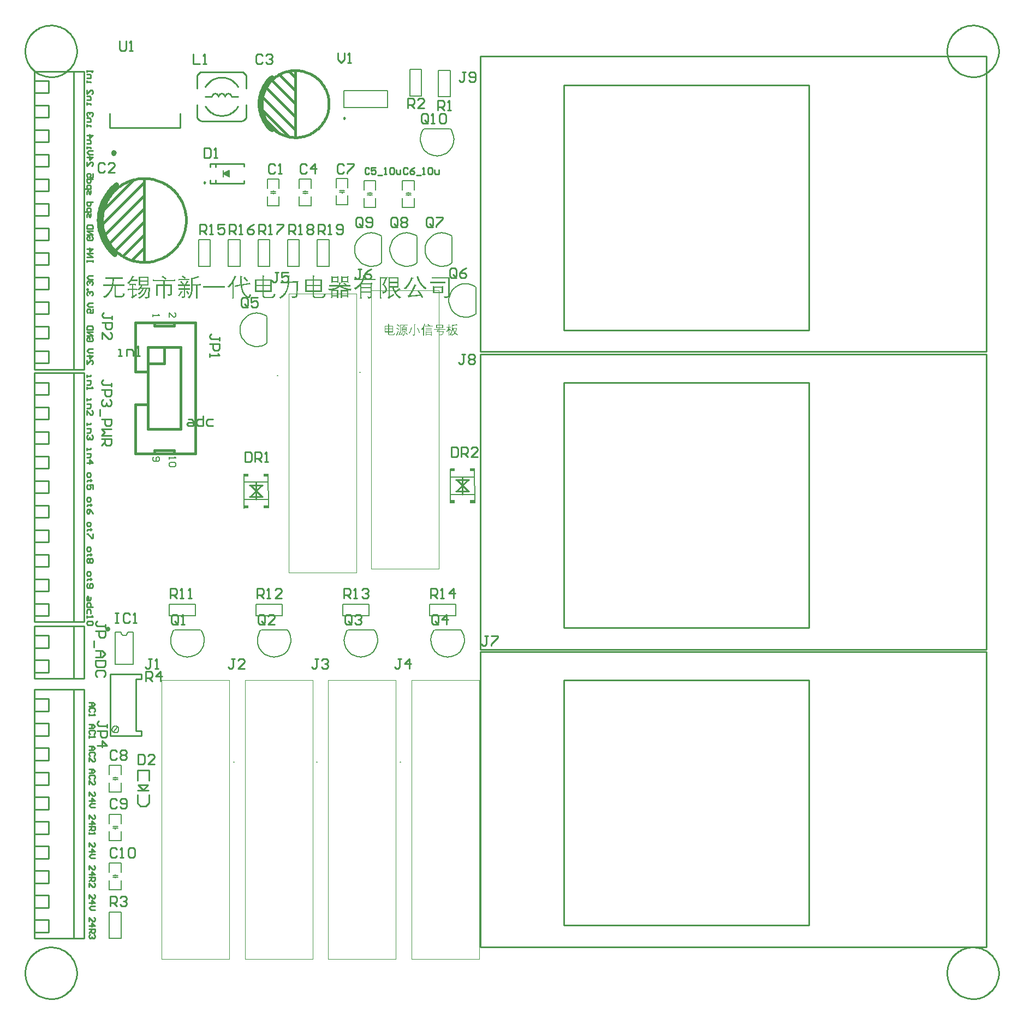
<source format=gto>
G04*
G04 #@! TF.GenerationSoftware,Altium Limited,Altium Designer,22.3.1 (43)*
G04*
G04 Layer_Color=65535*
%FSLAX25Y25*%
%MOIN*%
G70*
G04*
G04 #@! TF.SameCoordinates,858DE3B6-85AC-4B40-B280-C04C9E7F73BC*
G04*
G04*
G04 #@! TF.FilePolarity,Positive*
G04*
G01*
G75*
%ADD10C,0.01968*%
%ADD11C,0.00800*%
%ADD12C,0.00787*%
%ADD13C,0.01000*%
%ADD14C,0.00984*%
%ADD15C,0.02900*%
%ADD16C,0.01500*%
%ADD17C,0.03150*%
%ADD18C,0.00600*%
%ADD19C,0.00394*%
G36*
X131500Y299298D02*
X134215D01*
Y297498D01*
X131500D01*
Y299298D01*
D02*
G37*
G36*
X146500D02*
X143785D01*
Y297498D01*
X146500D01*
Y299298D01*
D02*
G37*
G36*
X131500Y318798D02*
X134215D01*
Y316998D01*
X131500D01*
Y318798D01*
D02*
G37*
G36*
X146500D02*
X143785D01*
Y316998D01*
X146500D01*
Y318798D01*
D02*
G37*
G36*
X257500Y302500D02*
X260215D01*
Y300700D01*
X257500D01*
Y302500D01*
D02*
G37*
G36*
X272500D02*
X269785D01*
Y300700D01*
X272500D01*
Y302500D01*
D02*
G37*
G36*
X257500Y322000D02*
X260215D01*
Y320200D01*
X257500D01*
Y322000D01*
D02*
G37*
G36*
X272500D02*
X269785D01*
Y320200D01*
X272500D01*
Y322000D01*
D02*
G37*
G36*
X195520Y439227D02*
X195513Y439212D01*
Y439183D01*
X195505Y439146D01*
X195498Y439094D01*
X195483Y439035D01*
X195476Y438968D01*
X195468Y438901D01*
X195446Y438739D01*
X195431Y438554D01*
X195424Y438369D01*
Y438169D01*
Y436393D01*
Y436385D01*
Y436371D01*
Y436348D01*
Y436319D01*
Y436274D01*
Y436230D01*
Y436171D01*
X195431Y436112D01*
X195439Y435964D01*
X195461Y435793D01*
X195483Y435608D01*
X195520Y435401D01*
X195513D01*
X195498Y435409D01*
X195461D01*
X195424Y435416D01*
X195372Y435423D01*
X195313Y435431D01*
X195246Y435446D01*
X195172Y435453D01*
X195010Y435468D01*
X194832Y435483D01*
X194647Y435490D01*
X191754D01*
X191687Y435483D01*
X191539Y435475D01*
X191369Y435460D01*
X191176Y435438D01*
X190969Y435401D01*
Y435409D01*
X190977Y435423D01*
Y435446D01*
X190984Y435483D01*
X190991Y435520D01*
X191006Y435571D01*
X191021Y435690D01*
X191043Y435830D01*
X191058Y435986D01*
X191065Y436149D01*
Y436319D01*
Y438250D01*
Y438258D01*
Y438272D01*
Y438295D01*
Y438332D01*
Y438376D01*
Y438420D01*
X191058Y438546D01*
X191051Y438694D01*
X191028Y438857D01*
X191006Y439042D01*
X190969Y439234D01*
X190977D01*
X190999Y439227D01*
X191028D01*
X191073Y439220D01*
X191125Y439212D01*
X191184Y439197D01*
X191324Y439183D01*
X191480Y439160D01*
X191650Y439146D01*
X191813Y439138D01*
X194743D01*
X194802Y439146D01*
X194943Y439153D01*
X195113Y439175D01*
X195306Y439197D01*
X195520Y439234D01*
Y439227D01*
D02*
G37*
G36*
X189445D02*
X189437Y439212D01*
Y439183D01*
X189430Y439138D01*
X189423Y439086D01*
X189408Y439035D01*
X189400Y438968D01*
X189393Y438894D01*
X189371Y438724D01*
X189356Y438546D01*
X189349Y438354D01*
Y438154D01*
Y436474D01*
Y436467D01*
Y436452D01*
Y436430D01*
Y436393D01*
Y436348D01*
Y436297D01*
Y436237D01*
X189356Y436171D01*
X189363Y436008D01*
X189386Y435830D01*
X189408Y435623D01*
X189445Y435401D01*
X189437D01*
X189415Y435409D01*
X189386D01*
X189334Y435416D01*
X189282Y435423D01*
X189215Y435431D01*
X189149Y435446D01*
X189067Y435453D01*
X188897Y435468D01*
X188712Y435483D01*
X188527Y435490D01*
X185730D01*
X185663Y435483D01*
X185508Y435475D01*
X185330Y435460D01*
X185131Y435438D01*
X184909Y435401D01*
Y435409D01*
X184916Y435423D01*
Y435446D01*
X184931Y435483D01*
X184938Y435520D01*
X184946Y435571D01*
X184968Y435690D01*
X184983Y435838D01*
X185005Y435993D01*
X185012Y436171D01*
Y436348D01*
Y438287D01*
Y438295D01*
Y438302D01*
Y438324D01*
Y438354D01*
Y438398D01*
Y438443D01*
X185005Y438554D01*
X184990Y438694D01*
X184975Y438850D01*
X184946Y439035D01*
X184909Y439234D01*
X184916D01*
X184938Y439227D01*
X184968D01*
X185005Y439220D01*
X185057Y439212D01*
X185116Y439197D01*
X185256Y439183D01*
X185419Y439160D01*
X185589Y439146D01*
X185774Y439138D01*
X188623D01*
X188690Y439146D01*
X188853Y439153D01*
X189038Y439175D01*
X189238Y439197D01*
X189445Y439234D01*
Y439227D01*
D02*
G37*
G36*
X73442Y439042D02*
X73435Y439027D01*
Y438998D01*
X73428Y438961D01*
X73420Y438916D01*
X73405Y438864D01*
X73391Y438731D01*
X73368Y438583D01*
X73354Y438413D01*
X73346Y438235D01*
Y438050D01*
Y434661D01*
Y434654D01*
Y434639D01*
Y434609D01*
Y434572D01*
Y434521D01*
Y434461D01*
Y434402D01*
X73354Y434328D01*
X73361Y434165D01*
X73383Y433980D01*
X73405Y433788D01*
X73442Y433588D01*
X73435D01*
X73413Y433596D01*
X73383D01*
X73339Y433603D01*
X73287Y433610D01*
X73228Y433618D01*
X73154Y433633D01*
X73080Y433640D01*
X72917Y433655D01*
X72739Y433670D01*
X72562Y433677D01*
X69025D01*
X69572Y433374D01*
X69580Y433366D01*
X69602Y433359D01*
X69631Y433337D01*
X69661Y433322D01*
X69698Y433292D01*
X69720Y433270D01*
X69742Y433240D01*
Y433218D01*
Y433203D01*
X69735Y433189D01*
X69720Y433174D01*
X69691Y433152D01*
X69661Y433129D01*
X69609Y433100D01*
X69543Y433078D01*
X69535D01*
X69513Y433063D01*
X69476Y433048D01*
X69432Y433026D01*
X69335Y432974D01*
X69291Y432937D01*
X69254Y432900D01*
X69247Y432885D01*
X69224Y432856D01*
X69187Y432796D01*
X69143Y432730D01*
X69076Y432641D01*
X69010Y432545D01*
X68936Y432441D01*
X68847Y432330D01*
X73346D01*
X73428Y432338D01*
X73509D01*
X73598Y432345D01*
X73805Y432360D01*
X74027Y432382D01*
X74279Y432419D01*
Y432412D01*
Y432404D01*
X74271Y432382D01*
X74264Y432352D01*
X74256Y432278D01*
X74242Y432175D01*
X74227Y432056D01*
X74212Y431916D01*
X74197Y431768D01*
X74190Y431612D01*
X74020Y428068D01*
Y428060D01*
Y428053D01*
Y428031D01*
Y428001D01*
X74012Y427920D01*
Y427816D01*
X73997Y427690D01*
X73990Y427550D01*
X73975Y427394D01*
X73953Y427239D01*
X73901Y426913D01*
X73864Y426751D01*
X73820Y426603D01*
X73768Y426469D01*
X73716Y426351D01*
X73650Y426255D01*
X73613Y426218D01*
X73576Y426188D01*
Y426181D01*
X73561Y426173D01*
X73539Y426151D01*
X73502Y426129D01*
X73457Y426092D01*
X73391Y426055D01*
X73317Y426018D01*
X73213Y425974D01*
X73095Y425929D01*
X72947Y425877D01*
X72776Y425833D01*
X72584Y425789D01*
X72473Y425759D01*
X72362Y425737D01*
X72236Y425715D01*
X72103Y425700D01*
X71962Y425678D01*
X71814Y425655D01*
X71659Y425633D01*
X71496Y425618D01*
Y425626D01*
X71489Y425641D01*
Y425670D01*
X71481Y425715D01*
X71467Y425766D01*
X71452Y425826D01*
X71430Y425892D01*
X71407Y425966D01*
X71341Y426144D01*
X71252Y426336D01*
X71193Y426432D01*
X71134Y426543D01*
X71067Y426647D01*
X70986Y426758D01*
X70993D01*
X71015Y426751D01*
X71052D01*
X71104Y426743D01*
X71163Y426728D01*
X71237Y426721D01*
X71311Y426714D01*
X71400Y426699D01*
X71585Y426677D01*
X71785Y426662D01*
X71985Y426647D01*
X72170Y426640D01*
X72229D01*
X72288Y426647D01*
X72362D01*
X72451Y426654D01*
X72532Y426669D01*
X72614Y426684D01*
X72688Y426706D01*
X72695D01*
X72710Y426714D01*
X72732Y426721D01*
X72754Y426736D01*
X72828Y426788D01*
X72873Y426817D01*
X72910Y426862D01*
X72954Y426906D01*
X72998Y426965D01*
X73035Y427032D01*
X73072Y427106D01*
X73102Y427195D01*
X73124Y427291D01*
X73139Y427402D01*
X73146Y427520D01*
X73361Y431568D01*
X72318D01*
Y431553D01*
X72310Y431524D01*
X72295Y431472D01*
X72281Y431398D01*
X72258Y431302D01*
X72221Y431191D01*
X72184Y431065D01*
X72140Y430917D01*
X72088Y430761D01*
X72029Y430584D01*
X71962Y430406D01*
X71881Y430206D01*
X71792Y429999D01*
X71696Y429785D01*
X71592Y429563D01*
X71474Y429333D01*
X71341Y429096D01*
X71200Y428852D01*
X71045Y428608D01*
X70882Y428364D01*
X70697Y428112D01*
X70505Y427861D01*
X70297Y427609D01*
X70083Y427365D01*
X69846Y427121D01*
X69594Y426876D01*
X69328Y426640D01*
X69047Y426403D01*
X68743Y426181D01*
X68425Y425966D01*
X68092Y425759D01*
X67744Y425559D01*
Y425567D01*
X67730Y425581D01*
X67707Y425604D01*
X67685Y425641D01*
X67648Y425685D01*
X67604Y425729D01*
X67559Y425781D01*
X67500Y425840D01*
X67434Y425900D01*
X67352Y425959D01*
X67271Y426018D01*
X67182Y426077D01*
X67078Y426129D01*
X66967Y426188D01*
X66849Y426233D01*
X66723Y426277D01*
X66731Y426284D01*
X66768Y426292D01*
X66819Y426307D01*
X66886Y426336D01*
X66975Y426373D01*
X67071Y426410D01*
X67189Y426462D01*
X67323Y426529D01*
X67463Y426595D01*
X67619Y426677D01*
X67781Y426765D01*
X67959Y426869D01*
X68137Y426980D01*
X68329Y427106D01*
X68521Y427239D01*
X68714Y427380D01*
X68914Y427542D01*
X69121Y427713D01*
X69321Y427890D01*
X69528Y428090D01*
X69728Y428297D01*
X69927Y428519D01*
X70120Y428756D01*
X70305Y429008D01*
X70490Y429274D01*
X70667Y429555D01*
X70830Y429851D01*
X70993Y430162D01*
X71134Y430488D01*
X71267Y430835D01*
X71393Y431191D01*
X71496Y431568D01*
X70401D01*
Y431561D01*
X70394Y431546D01*
X70379Y431524D01*
X70364Y431487D01*
X70342Y431442D01*
X70312Y431390D01*
X70283Y431331D01*
X70246Y431257D01*
X70201Y431183D01*
X70149Y431094D01*
X70038Y430902D01*
X69905Y430687D01*
X69750Y430443D01*
X69572Y430184D01*
X69372Y429903D01*
X69143Y429607D01*
X68891Y429296D01*
X68618Y428978D01*
X68322Y428652D01*
X67996Y428319D01*
X67641Y427986D01*
X67633Y427994D01*
X67626Y428009D01*
X67604Y428031D01*
X67574Y428068D01*
X67530Y428105D01*
X67485Y428149D01*
X67426Y428201D01*
X67367Y428253D01*
X67293Y428312D01*
X67219Y428364D01*
X67041Y428475D01*
X66834Y428578D01*
X66716Y428615D01*
X66597Y428652D01*
X66605D01*
X66620Y428660D01*
X66642Y428675D01*
X66679Y428689D01*
X66723Y428712D01*
X66775Y428741D01*
X66834Y428771D01*
X66901Y428808D01*
X67056Y428897D01*
X67234Y429008D01*
X67434Y429148D01*
X67648Y429311D01*
X67878Y429496D01*
X68114Y429703D01*
X68366Y429947D01*
X68610Y430214D01*
X68862Y430502D01*
X68980Y430665D01*
X69099Y430828D01*
X69217Y431006D01*
X69335Y431183D01*
X69446Y431368D01*
X69557Y431568D01*
X68262D01*
Y431561D01*
X68248Y431553D01*
X68233Y431531D01*
X68211Y431501D01*
X68181Y431464D01*
X68144Y431413D01*
X68048Y431309D01*
X67929Y431168D01*
X67789Y431013D01*
X67626Y430835D01*
X67441Y430643D01*
X67434Y430650D01*
X67426Y430658D01*
X67404Y430680D01*
X67374Y430702D01*
X67337Y430732D01*
X67286Y430769D01*
X67234Y430806D01*
X67175Y430850D01*
X67101Y430895D01*
X67027Y430939D01*
X66938Y430983D01*
X66842Y431028D01*
X66745Y431072D01*
X66634Y431117D01*
X66398Y431191D01*
X66405D01*
X66412Y431198D01*
X66435Y431213D01*
X66464Y431228D01*
X66538Y431279D01*
X66634Y431353D01*
X66753Y431442D01*
X66893Y431546D01*
X67049Y431679D01*
X67219Y431827D01*
X67397Y431990D01*
X67582Y432175D01*
X67767Y432382D01*
X67959Y432604D01*
X68144Y432841D01*
X68329Y433100D01*
X68507Y433381D01*
X68669Y433677D01*
X68359D01*
X68270Y433670D01*
X68174D01*
X68070Y433662D01*
X67848Y433647D01*
X67604Y433625D01*
X67352Y433588D01*
Y433596D01*
X67360Y433610D01*
Y433640D01*
X67367Y433677D01*
X67374Y433721D01*
X67382Y433781D01*
X67404Y433906D01*
X67419Y434054D01*
X67434Y434225D01*
X67441Y434395D01*
Y434565D01*
Y438036D01*
Y438043D01*
Y438058D01*
Y438087D01*
Y438117D01*
Y438169D01*
Y438221D01*
Y438280D01*
X67434Y438346D01*
X67426Y438494D01*
X67411Y438672D01*
X67389Y438857D01*
X67352Y439049D01*
X67360D01*
X67382Y439042D01*
X67411D01*
X67448Y439035D01*
X67500Y439027D01*
X67559Y439020D01*
X67626Y439012D01*
X67700Y438998D01*
X67863Y438983D01*
X68040Y438968D01*
X68225Y438961D01*
X72643D01*
X72710Y438968D01*
X72873Y438975D01*
X73058Y438990D01*
X73243Y439012D01*
X73442Y439049D01*
Y439042D01*
D02*
G37*
G36*
X219370Y438850D02*
X219356Y438827D01*
X219341Y438790D01*
X219311Y438739D01*
X219282Y438672D01*
X219245Y438591D01*
X219200Y438502D01*
X219148Y438398D01*
X219097Y438287D01*
X219037Y438169D01*
X218971Y438036D01*
X218904Y437895D01*
X218830Y437747D01*
X218756Y437592D01*
X218593Y437266D01*
X218423Y436918D01*
X218246Y436556D01*
X218061Y436186D01*
X217876Y435808D01*
X217683Y435431D01*
X217498Y435068D01*
X217321Y434713D01*
X217143Y434380D01*
X217150Y434373D01*
X217165Y434365D01*
X217187Y434343D01*
X217217Y434321D01*
X217261Y434284D01*
X217306Y434239D01*
X217424Y434143D01*
X217557Y434010D01*
X217705Y433855D01*
X217876Y433677D01*
X218046Y433485D01*
X218216Y433263D01*
X218379Y433026D01*
X218542Y432767D01*
X218682Y432493D01*
X218815Y432204D01*
X218912Y431908D01*
X218956Y431753D01*
X218993Y431598D01*
X219015Y431435D01*
X219030Y431272D01*
Y431265D01*
Y431257D01*
Y431235D01*
X219037Y431205D01*
Y431131D01*
Y431028D01*
Y431020D01*
Y431006D01*
Y430983D01*
X219030Y430946D01*
Y430902D01*
X219023Y430850D01*
X219008Y430791D01*
X218993Y430724D01*
X218956Y430569D01*
X218897Y430399D01*
X218815Y430214D01*
X218764Y430118D01*
X218712Y430021D01*
X218645Y429918D01*
X218571Y429822D01*
X218490Y429718D01*
X218394Y429622D01*
X218297Y429526D01*
X218186Y429429D01*
X218061Y429333D01*
X217927Y429244D01*
X217787Y429163D01*
X217631Y429082D01*
X217461Y429000D01*
X217276Y428934D01*
X217084Y428867D01*
X216877Y428815D01*
X216647Y428763D01*
X216410Y428726D01*
Y428734D01*
X216403Y428756D01*
X216396Y428786D01*
X216388Y428830D01*
X216366Y428882D01*
X216351Y428948D01*
X216329Y429015D01*
X216299Y429096D01*
X216233Y429281D01*
X216151Y429489D01*
X216055Y429711D01*
X215937Y429940D01*
X215959D01*
X215981Y429933D01*
X216011D01*
X216085Y429925D01*
X216188Y429910D01*
X216299Y429903D01*
X216418Y429888D01*
X216536Y429881D01*
X216714D01*
X216788Y429888D01*
X216877Y429896D01*
X216988Y429918D01*
X217113Y429940D01*
X217239Y429977D01*
X217380Y430021D01*
X217513Y430081D01*
X217646Y430155D01*
X217772Y430243D01*
X217883Y430354D01*
X217987Y430480D01*
X218061Y430628D01*
X218112Y430798D01*
X218135Y430895D01*
X218142Y430998D01*
Y431006D01*
Y431020D01*
Y431043D01*
X218135Y431080D01*
X218127Y431124D01*
X218120Y431183D01*
X218112Y431242D01*
X218098Y431316D01*
X218083Y431390D01*
X218068Y431479D01*
X218016Y431664D01*
X217950Y431879D01*
X217861Y432116D01*
X217757Y432360D01*
X217617Y432619D01*
X217543Y432752D01*
X217454Y432893D01*
X217358Y433026D01*
X217261Y433166D01*
X217150Y433307D01*
X217032Y433440D01*
X216899Y433581D01*
X216766Y433714D01*
X216618Y433855D01*
X216462Y433988D01*
X216292Y434121D01*
X216114Y434247D01*
Y434254D01*
X216129Y434269D01*
X216144Y434291D01*
X216159Y434328D01*
X216188Y434365D01*
X216218Y434417D01*
X216248Y434476D01*
X216285Y434550D01*
X216329Y434624D01*
X216381Y434706D01*
X216425Y434802D01*
X216484Y434898D01*
X216595Y435120D01*
X216729Y435364D01*
X216862Y435631D01*
X217010Y435919D01*
X217158Y436230D01*
X217313Y436556D01*
X217469Y436903D01*
X217624Y437259D01*
X217779Y437629D01*
X217927Y438006D01*
X215456D01*
Y426995D01*
Y426987D01*
Y426965D01*
Y426928D01*
Y426884D01*
Y426825D01*
X215463Y426751D01*
Y426669D01*
X215471Y426573D01*
Y426477D01*
X215478Y426366D01*
X215485Y426247D01*
X215493Y426122D01*
X215515Y425855D01*
X215545Y425574D01*
X214509D01*
Y425581D01*
X214516Y425604D01*
Y425641D01*
X214523Y425692D01*
X214531Y425759D01*
X214538Y425833D01*
X214546Y425914D01*
X214553Y426011D01*
X214560Y426114D01*
X214568Y426225D01*
X214583Y426462D01*
X214597Y426721D01*
Y426995D01*
Y437451D01*
Y437458D01*
Y437481D01*
Y437518D01*
Y437562D01*
Y437621D01*
X214590Y437688D01*
Y437769D01*
Y437865D01*
X214583Y437962D01*
X214575Y438073D01*
X214568Y438184D01*
X214560Y438309D01*
X214538Y438576D01*
X214509Y438857D01*
X214546D01*
X214590Y438850D01*
X214642Y438842D01*
X214716Y438835D01*
X214790Y438827D01*
X214886Y438820D01*
X214982Y438813D01*
X215197Y438798D01*
X215434Y438783D01*
X215670Y438776D01*
X215900Y438768D01*
X218194D01*
X218268Y438776D01*
X218349D01*
X218445Y438783D01*
X218542D01*
X218653Y438790D01*
X218875Y438805D01*
X219119Y438827D01*
X219370Y438857D01*
Y438850D01*
D02*
G37*
G36*
X257318Y438776D02*
Y438761D01*
X257310Y438731D01*
X257303Y438687D01*
Y438635D01*
X257295Y438576D01*
X257288Y438509D01*
X257281Y438428D01*
X257273Y438339D01*
X257266Y438243D01*
X257258Y438139D01*
X257251Y438028D01*
X257236Y437784D01*
X257229Y437525D01*
Y427957D01*
Y427942D01*
Y427905D01*
Y427846D01*
Y427772D01*
X257221Y427676D01*
X257214Y427572D01*
X257199Y427461D01*
X257177Y427335D01*
X257147Y427209D01*
X257110Y427084D01*
X257066Y426958D01*
X257007Y426832D01*
X256940Y426721D01*
X256859Y426617D01*
X256770Y426521D01*
X256659Y426447D01*
X256652Y426440D01*
X256629Y426432D01*
X256592Y426410D01*
X256541Y426381D01*
X256467Y426344D01*
X256370Y426307D01*
X256259Y426262D01*
X256119Y426210D01*
X255956Y426166D01*
X255764Y426114D01*
X255549Y426062D01*
X255431Y426033D01*
X255305Y426011D01*
X255164Y425981D01*
X255024Y425959D01*
X254876Y425929D01*
X254713Y425907D01*
X254550Y425885D01*
X254372Y425863D01*
X254187Y425840D01*
X253995Y425818D01*
Y425826D01*
Y425848D01*
Y425885D01*
X253988Y425937D01*
X253980Y425996D01*
X253973Y426062D01*
X253958Y426144D01*
X253943Y426233D01*
X253899Y426425D01*
X253832Y426632D01*
X253736Y426847D01*
X253684Y426958D01*
X253618Y427061D01*
X253647D01*
X253692Y427054D01*
X253736D01*
X253803Y427047D01*
X253869Y427039D01*
X253951Y427032D01*
X254039D01*
X254232Y427017D01*
X254432Y427002D01*
X254631Y426995D01*
X254935D01*
X254994Y427002D01*
X255061D01*
X255209Y427010D01*
X255371Y427024D01*
X255534Y427047D01*
X255690Y427076D01*
X255756Y427098D01*
X255815Y427121D01*
X255823D01*
X255838Y427128D01*
X255867Y427143D01*
X255904Y427158D01*
X255941Y427180D01*
X255993Y427217D01*
X256037Y427254D01*
X256089Y427298D01*
X256141Y427357D01*
X256185Y427417D01*
X256230Y427498D01*
X256274Y427579D01*
X256304Y427676D01*
X256326Y427787D01*
X256341Y427905D01*
Y428038D01*
Y437932D01*
X247261D01*
X247180Y437925D01*
X247098D01*
X247009Y437917D01*
X246810Y437910D01*
X246602Y437895D01*
X246395Y437865D01*
X246210Y437836D01*
Y438783D01*
X246225D01*
X246255Y438776D01*
X246284Y438768D01*
X246329Y438761D01*
X246380Y438753D01*
X246440Y438746D01*
X246514Y438739D01*
X246595Y438731D01*
X246684Y438724D01*
X246787Y438716D01*
X246898Y438709D01*
X247017Y438702D01*
X247157D01*
X247298Y438694D01*
X256237D01*
X256311Y438702D01*
X256393D01*
X256489Y438709D01*
X256689Y438716D01*
X256903Y438731D01*
X257118Y438753D01*
X257318Y438783D01*
Y438776D01*
D02*
G37*
G36*
X226119Y438731D02*
X226112Y438709D01*
Y438672D01*
X226104Y438628D01*
X226097Y438568D01*
X226090Y438502D01*
X226082Y438420D01*
X226075Y438339D01*
X226053Y438147D01*
X226038Y437939D01*
X226030Y437725D01*
X226023Y437510D01*
Y433470D01*
Y433462D01*
Y433448D01*
Y433418D01*
Y433381D01*
Y433329D01*
X226030Y433270D01*
Y433203D01*
X226038Y433129D01*
X226045Y432959D01*
X226067Y432759D01*
X226090Y432545D01*
X226119Y432315D01*
X226112D01*
X226090Y432323D01*
X226060D01*
X226016Y432330D01*
X225956Y432338D01*
X225890Y432345D01*
X225816Y432352D01*
X225734Y432360D01*
X225549Y432375D01*
X225342Y432389D01*
X225128Y432404D01*
X223144D01*
Y432389D01*
X223159Y432352D01*
X223167Y432286D01*
X223189Y432204D01*
X223218Y432101D01*
X223248Y431975D01*
X223292Y431834D01*
X223337Y431679D01*
X223389Y431509D01*
X223448Y431331D01*
X223522Y431146D01*
X223596Y430946D01*
X223685Y430747D01*
X223773Y430547D01*
X223877Y430340D01*
X223988Y430132D01*
X223995D01*
X224003Y430147D01*
X224025Y430162D01*
X224055Y430177D01*
X224092Y430206D01*
X224136Y430236D01*
X224247Y430310D01*
X224373Y430406D01*
X224521Y430517D01*
X224691Y430650D01*
X224869Y430791D01*
X225054Y430946D01*
X225253Y431109D01*
X225446Y431287D01*
X225646Y431472D01*
X225838Y431657D01*
X226023Y431857D01*
X226201Y432056D01*
X226363Y432256D01*
X227118Y431361D01*
X227126Y431353D01*
X227133Y431339D01*
X227170Y431294D01*
X227207Y431242D01*
X227214Y431213D01*
X227222Y431191D01*
Y431183D01*
X227207Y431161D01*
X227200Y431154D01*
X227192Y431146D01*
X227170Y431139D01*
X227140Y431124D01*
X227089Y431109D01*
X227029Y431102D01*
X226948Y431087D01*
X226933D01*
X226889Y431080D01*
X226830Y431057D01*
X226741Y431028D01*
X226637Y430991D01*
X226526Y430932D01*
X226400Y430858D01*
X226275Y430761D01*
X226260Y430754D01*
X226223Y430724D01*
X226171Y430680D01*
X226090Y430628D01*
X225993Y430562D01*
X225882Y430480D01*
X225757Y430391D01*
X225623Y430288D01*
X225483Y430184D01*
X225327Y430081D01*
X225017Y429851D01*
X224698Y429629D01*
X224550Y429518D01*
X224402Y429415D01*
Y429407D01*
X224417Y429392D01*
X224432Y429363D01*
X224454Y429326D01*
X224484Y429281D01*
X224521Y429230D01*
X224565Y429163D01*
X224610Y429096D01*
X224728Y428934D01*
X224876Y428749D01*
X225039Y428541D01*
X225239Y428327D01*
X225453Y428097D01*
X225697Y427868D01*
X225971Y427631D01*
X226267Y427402D01*
X226585Y427180D01*
X226933Y426973D01*
X227303Y426780D01*
X227695Y426610D01*
X227688Y426603D01*
X227666Y426595D01*
X227636Y426573D01*
X227592Y426543D01*
X227540Y426506D01*
X227473Y426469D01*
X227407Y426418D01*
X227325Y426358D01*
X227163Y426225D01*
X226985Y426070D01*
X226807Y425892D01*
X226637Y425692D01*
X226630Y425700D01*
X226600Y425722D01*
X226548Y425759D01*
X226489Y425811D01*
X226408Y425877D01*
X226312Y425966D01*
X226201Y426055D01*
X226082Y426166D01*
X225949Y426292D01*
X225808Y426425D01*
X225653Y426580D01*
X225490Y426743D01*
X225327Y426913D01*
X225150Y427106D01*
X224972Y427306D01*
X224795Y427520D01*
X224610Y427742D01*
X224417Y427979D01*
X224232Y428231D01*
X224047Y428490D01*
X223862Y428756D01*
X223685Y429045D01*
X223507Y429333D01*
X223329Y429637D01*
X223167Y429947D01*
X223004Y430273D01*
X222856Y430606D01*
X222715Y430946D01*
X222582Y431294D01*
X222464Y431657D01*
X222360Y432027D01*
X222264Y432404D01*
X220739D01*
Y427121D01*
X220754Y427128D01*
X220791Y427150D01*
X220850Y427180D01*
X220932Y427232D01*
X221028Y427291D01*
X221154Y427357D01*
X221294Y427446D01*
X221450Y427542D01*
X221620Y427646D01*
X221798Y427764D01*
X221997Y427898D01*
X222205Y428038D01*
X222427Y428194D01*
X222656Y428356D01*
X222885Y428527D01*
X223130Y428712D01*
Y428704D01*
Y428689D01*
Y428660D01*
Y428623D01*
X223137Y428571D01*
Y428512D01*
Y428453D01*
X223144Y428379D01*
X223159Y428208D01*
X223181Y428023D01*
X223211Y427824D01*
X223248Y427609D01*
X223241D01*
X223226Y427594D01*
X223204Y427579D01*
X223167Y427565D01*
X223122Y427535D01*
X223070Y427505D01*
X223011Y427476D01*
X222945Y427431D01*
X222782Y427343D01*
X222597Y427232D01*
X222390Y427106D01*
X222168Y426965D01*
X221931Y426817D01*
X221679Y426654D01*
X221413Y426484D01*
X221154Y426307D01*
X220621Y425929D01*
X220362Y425737D01*
X220110Y425544D01*
X219415Y426447D01*
X219422D01*
X219437Y426462D01*
X219459Y426477D01*
X219496Y426499D01*
X219533Y426529D01*
X219570Y426566D01*
X219615Y426610D01*
X219659Y426669D01*
X219703Y426743D01*
X219748Y426825D01*
X219785Y426913D01*
X219822Y427024D01*
X219851Y427143D01*
X219866Y427276D01*
X219874Y427431D01*
Y427594D01*
Y437362D01*
Y437370D01*
Y437392D01*
Y437421D01*
Y437466D01*
Y437525D01*
X219866Y437592D01*
Y437666D01*
Y437754D01*
X219859Y437851D01*
X219851Y437954D01*
X219844Y438065D01*
X219837Y438191D01*
X219814Y438450D01*
X219785Y438739D01*
X219814D01*
X219859Y438731D01*
X219911Y438724D01*
X219977Y438716D01*
X220051Y438709D01*
X220133Y438702D01*
X220229Y438694D01*
X220436Y438679D01*
X220665Y438665D01*
X220910Y438657D01*
X221146Y438650D01*
X225068D01*
X225135Y438657D01*
X225209D01*
X225290Y438665D01*
X225483Y438672D01*
X225683Y438687D01*
X225905Y438709D01*
X226119Y438739D01*
Y438731D01*
D02*
G37*
G36*
X104515Y438753D02*
X104522Y438746D01*
X104537Y438731D01*
X104574Y438687D01*
X104589Y438657D01*
X104604Y438628D01*
X104611Y438598D01*
X104604Y438568D01*
X104596Y438561D01*
X104589Y438554D01*
X104567Y438539D01*
X104537Y438531D01*
X104508Y438524D01*
X104382D01*
X104337Y438531D01*
X104101D01*
X104056Y438524D01*
X104012D01*
X103893Y438509D01*
X103760Y438494D01*
X103612Y438465D01*
X103449Y438428D01*
X103287Y438376D01*
X103279D01*
X103250Y438361D01*
X103198Y438346D01*
X103124Y438324D01*
X103035Y438295D01*
X102917Y438258D01*
X102776Y438213D01*
X102606Y438169D01*
X102413Y438110D01*
X102199Y438043D01*
X101947Y437969D01*
X101673Y437895D01*
X101525Y437851D01*
X101370Y437806D01*
X101207Y437762D01*
X101030Y437710D01*
X100852Y437658D01*
X100667Y437606D01*
X100475Y437555D01*
X100267Y437495D01*
Y434461D01*
X104115D01*
X104175Y434469D01*
X104234D01*
X104308Y434476D01*
X104389D01*
X104478Y434484D01*
X104582Y434491D01*
X104693Y434498D01*
X104811Y434506D01*
X104937Y434521D01*
X105077Y434535D01*
X105225Y434550D01*
Y433603D01*
X105188D01*
X105151Y433610D01*
X105100Y433618D01*
X105033D01*
X104959Y433625D01*
X104878Y433633D01*
X104781Y433640D01*
X104589Y433655D01*
X104382Y433670D01*
X104182Y433684D01*
X103997Y433692D01*
X103227D01*
Y427150D01*
Y427143D01*
Y427121D01*
Y427091D01*
X103235Y427039D01*
Y426980D01*
X103242Y426913D01*
Y426832D01*
X103250Y426743D01*
X103257Y426647D01*
X103264Y426543D01*
X103279Y426314D01*
X103294Y426055D01*
X103316Y425789D01*
X102280D01*
Y425796D01*
X102288Y425833D01*
Y425877D01*
X102295Y425944D01*
X102302Y426018D01*
X102310Y426107D01*
X102317Y426203D01*
X102325Y426307D01*
X102339Y426529D01*
X102354Y426758D01*
X102362Y426869D01*
X102369Y426965D01*
Y427061D01*
Y427150D01*
Y433692D01*
X100282D01*
Y433684D01*
Y433655D01*
Y433603D01*
Y433544D01*
Y433462D01*
Y433366D01*
Y433255D01*
Y433137D01*
Y433004D01*
Y432856D01*
X100275Y432700D01*
Y432537D01*
X100267Y432367D01*
Y432190D01*
X100253Y431820D01*
X100238Y431427D01*
X100216Y431035D01*
X100193Y430643D01*
X100156Y430258D01*
X100119Y429896D01*
X100097Y429718D01*
X100068Y429555D01*
X100045Y429392D01*
X100016Y429252D01*
X99986Y429111D01*
X99949Y428985D01*
Y428978D01*
X99942Y428971D01*
Y428948D01*
X99934Y428919D01*
X99920Y428882D01*
X99905Y428837D01*
X99875Y428734D01*
X99823Y428593D01*
X99764Y428430D01*
X99690Y428245D01*
X99601Y428038D01*
X99498Y427809D01*
X99372Y427557D01*
X99231Y427291D01*
X99069Y427002D01*
X98891Y426706D01*
X98691Y426395D01*
X98469Y426070D01*
X98225Y425737D01*
Y425744D01*
X98210Y425752D01*
X98195Y425774D01*
X98166Y425803D01*
X98129Y425833D01*
X98092Y425877D01*
X97988Y425966D01*
X97855Y426070D01*
X97692Y426181D01*
X97500Y426292D01*
X97278Y426395D01*
X97285D01*
X97293Y426410D01*
X97337Y426447D01*
X97404Y426514D01*
X97492Y426595D01*
X97596Y426706D01*
X97714Y426832D01*
X97848Y426980D01*
X97988Y427150D01*
X98129Y427328D01*
X98277Y427528D01*
X98417Y427742D01*
X98558Y427972D01*
X98691Y428208D01*
X98810Y428460D01*
X98913Y428719D01*
X98995Y428985D01*
Y428993D01*
X99002Y429000D01*
Y429022D01*
X99017Y429052D01*
X99024Y429089D01*
X99032Y429133D01*
X99046Y429193D01*
X99061Y429259D01*
X99076Y429333D01*
X99091Y429415D01*
X99113Y429503D01*
X99128Y429607D01*
X99150Y429718D01*
X99165Y429836D01*
X99187Y429962D01*
X99209Y430103D01*
X99224Y430251D01*
X99246Y430406D01*
X99268Y430576D01*
X99283Y430754D01*
X99305Y430946D01*
X99320Y431146D01*
X99335Y431353D01*
X99350Y431575D01*
X99365Y431805D01*
X99379Y432042D01*
X99387Y432301D01*
X99394Y432560D01*
X99402Y432833D01*
X99409Y433122D01*
Y433418D01*
Y433721D01*
Y436866D01*
Y436874D01*
Y436889D01*
Y436911D01*
Y436940D01*
X99402Y436992D01*
Y437059D01*
X99394Y437148D01*
Y437155D01*
Y437177D01*
X99387Y437207D01*
Y437251D01*
X99379Y437303D01*
X99372Y437362D01*
X99365Y437436D01*
Y437510D01*
X99350Y437680D01*
X99335Y437865D01*
X99320Y438058D01*
X99305Y438250D01*
X99328D01*
X99357Y438243D01*
X99387D01*
X99476Y438235D01*
X99572Y438228D01*
X99653D01*
X99690Y438235D01*
X99742D01*
X99809Y438243D01*
X99875Y438250D01*
X99949Y438265D01*
X100038Y438272D01*
X100223Y438309D01*
X100438Y438354D01*
X100682Y438420D01*
X100689D01*
X100704Y438428D01*
X100734Y438435D01*
X100771Y438443D01*
X100822Y438457D01*
X100882Y438472D01*
X100948Y438494D01*
X101022Y438517D01*
X101104Y438539D01*
X101192Y438568D01*
X101392Y438628D01*
X101607Y438694D01*
X101844Y438776D01*
X102088Y438857D01*
X102339Y438953D01*
X102591Y439049D01*
X102843Y439146D01*
X103087Y439257D01*
X103316Y439360D01*
X103523Y439479D01*
X103716Y439590D01*
X104515Y438753D01*
D02*
G37*
G36*
X57562Y437621D02*
X57555D01*
X57540Y437629D01*
X57518D01*
X57481Y437636D01*
X57436Y437643D01*
X57392Y437658D01*
X57266Y437673D01*
X57125Y437695D01*
X56970Y437710D01*
X56807Y437717D01*
X52204D01*
Y437710D01*
Y437695D01*
Y437666D01*
Y437629D01*
Y437577D01*
X52197Y437525D01*
Y437458D01*
Y437377D01*
X52190Y437296D01*
Y437207D01*
X52182Y437000D01*
X52167Y436778D01*
X52153Y436526D01*
X52138Y436260D01*
X52123Y435978D01*
X52101Y435690D01*
X52079Y435394D01*
X52019Y434794D01*
X51982Y434498D01*
X51945Y434217D01*
X57954D01*
X58065Y434225D01*
X58206Y434232D01*
X58369Y434247D01*
X58554Y434269D01*
X58746Y434306D01*
Y433322D01*
X58739D01*
X58724Y433329D01*
X58694D01*
X58650Y433337D01*
X58605Y433344D01*
X58546Y433359D01*
X58420Y433374D01*
X58265Y433396D01*
X58102Y433411D01*
X57939Y433418D01*
X53462D01*
Y427986D01*
Y427979D01*
Y427964D01*
Y427935D01*
Y427890D01*
X53470Y427846D01*
Y427794D01*
X53492Y427683D01*
X53529Y427565D01*
X53581Y427454D01*
X53618Y427402D01*
X53662Y427365D01*
X53714Y427328D01*
X53773Y427306D01*
X53788Y427298D01*
X53810Y427291D01*
X53832Y427283D01*
X53877Y427276D01*
X53929Y427261D01*
X53995Y427246D01*
X54077Y427239D01*
X54180Y427224D01*
X54291Y427217D01*
X54432Y427202D01*
X54587Y427195D01*
X54765Y427187D01*
X54965Y427180D01*
X55793D01*
X55927Y427187D01*
X56067Y427195D01*
X56215Y427209D01*
X56526Y427239D01*
X56681Y427261D01*
X56822Y427291D01*
X56955Y427328D01*
X57066Y427372D01*
X57162Y427417D01*
X57236Y427476D01*
X57244D01*
X57251Y427491D01*
X57273Y427505D01*
X57303Y427535D01*
X57333Y427579D01*
X57370Y427631D01*
X57414Y427698D01*
X57458Y427779D01*
X57503Y427883D01*
X57555Y428001D01*
X57606Y428142D01*
X57658Y428297D01*
X57710Y428482D01*
X57762Y428689D01*
X57806Y428926D01*
X57851Y429185D01*
X57858Y429178D01*
X57873Y429163D01*
X57895Y429133D01*
X57932Y429096D01*
X57969Y429045D01*
X58021Y429000D01*
X58080Y428941D01*
X58139Y428889D01*
X58287Y428771D01*
X58457Y428667D01*
X58554Y428623D01*
X58650Y428586D01*
X58746Y428556D01*
X58850Y428541D01*
Y428534D01*
X58842Y428527D01*
X58835Y428504D01*
X58827Y428475D01*
X58805Y428393D01*
X58768Y428290D01*
X58724Y428171D01*
X58672Y428031D01*
X58605Y427883D01*
X58539Y427720D01*
X58383Y427394D01*
X58295Y427239D01*
X58198Y427091D01*
X58095Y426950D01*
X57999Y426832D01*
X57888Y426736D01*
X57777Y426662D01*
X57762Y426654D01*
X57717Y426625D01*
X57651Y426588D01*
X57547Y426543D01*
X57429Y426499D01*
X57281Y426447D01*
X57111Y426403D01*
X56918Y426366D01*
X56896D01*
X56866Y426358D01*
X56822Y426351D01*
X56770D01*
X56704Y426344D01*
X56630Y426336D01*
X56533Y426329D01*
X56430Y426321D01*
X56319Y426314D01*
X56186Y426307D01*
X56045D01*
X55890Y426299D01*
X55727Y426292D01*
X55053D01*
X54913Y426299D01*
X54750D01*
X54565Y426307D01*
X54380Y426314D01*
X53988Y426344D01*
X53795Y426358D01*
X53610Y426381D01*
X53440Y426410D01*
X53285Y426440D01*
X53159Y426477D01*
X53100Y426499D01*
X53055Y426521D01*
X53048D01*
X53033Y426529D01*
X53011Y426543D01*
X52974Y426566D01*
X52937Y426588D01*
X52893Y426625D01*
X52848Y426662D01*
X52796Y426714D01*
X52752Y426773D01*
X52708Y426847D01*
X52663Y426928D01*
X52634Y427024D01*
X52604Y427128D01*
X52582Y427246D01*
X52574Y427372D01*
Y427520D01*
Y433418D01*
X51805D01*
Y433403D01*
X51797Y433366D01*
X51783Y433300D01*
X51760Y433211D01*
X51738Y433107D01*
X51701Y432974D01*
X51657Y432819D01*
X51605Y432648D01*
X51546Y432463D01*
X51479Y432256D01*
X51398Y432042D01*
X51309Y431805D01*
X51205Y431553D01*
X51094Y431294D01*
X50969Y431028D01*
X50828Y430747D01*
X50680Y430458D01*
X50510Y430162D01*
X50332Y429859D01*
X50132Y429555D01*
X49918Y429237D01*
X49696Y428926D01*
X49452Y428608D01*
X49185Y428297D01*
X48904Y427979D01*
X48608Y427668D01*
X48290Y427357D01*
X47949Y427054D01*
X47594Y426751D01*
X47217Y426455D01*
X46817Y426173D01*
X46395Y425892D01*
Y425900D01*
X46381Y425922D01*
X46366Y425951D01*
X46336Y425996D01*
X46307Y426055D01*
X46270Y426114D01*
X46166Y426255D01*
X46040Y426410D01*
X45885Y426573D01*
X45707Y426728D01*
X45604Y426795D01*
X45500Y426862D01*
X45515Y426869D01*
X45544Y426876D01*
X45596Y426899D01*
X45670Y426936D01*
X45766Y426973D01*
X45877Y427024D01*
X46003Y427091D01*
X46144Y427158D01*
X46299Y427246D01*
X46462Y427343D01*
X46640Y427454D01*
X46832Y427579D01*
X47024Y427713D01*
X47232Y427861D01*
X47446Y428023D01*
X47661Y428208D01*
X47883Y428401D01*
X48105Y428608D01*
X48327Y428837D01*
X48556Y429074D01*
X48778Y429333D01*
X49000Y429614D01*
X49222Y429903D01*
X49437Y430221D01*
X49651Y430547D01*
X49851Y430895D01*
X50051Y431265D01*
X50236Y431657D01*
X50414Y432064D01*
X50584Y432493D01*
X50732Y432944D01*
X50872Y433418D01*
X46521D01*
X46462Y433411D01*
X46314Y433403D01*
X46144Y433381D01*
X45959Y433359D01*
X45752Y433322D01*
Y434306D01*
X45759D01*
X45774Y434299D01*
X45803D01*
X45833Y434291D01*
X45877Y434284D01*
X45929Y434276D01*
X46048Y434254D01*
X46188Y434239D01*
X46344Y434225D01*
X46506Y434217D01*
X51006D01*
Y434225D01*
Y434232D01*
X51013Y434254D01*
Y434284D01*
X51020Y434313D01*
X51028Y434358D01*
X51035Y434410D01*
X51043Y434469D01*
X51057Y434602D01*
X51080Y434772D01*
X51102Y434957D01*
X51124Y435179D01*
X51154Y435416D01*
X51176Y435682D01*
X51198Y435971D01*
X51228Y436282D01*
X51250Y436615D01*
X51265Y436963D01*
X51287Y437333D01*
X51302Y437717D01*
X47824D01*
X47713Y437710D01*
X47572Y437703D01*
X47417Y437680D01*
X47232Y437658D01*
X47024Y437621D01*
Y438605D01*
X47032D01*
X47047Y438598D01*
X47069D01*
X47106Y438591D01*
X47150Y438583D01*
X47202Y438568D01*
X47320Y438554D01*
X47461Y438531D01*
X47616Y438517D01*
X47787Y438509D01*
X56770D01*
X56889Y438517D01*
X57029Y438524D01*
X57192Y438546D01*
X57370Y438568D01*
X57562Y438605D01*
Y437621D01*
D02*
G37*
G36*
X205666Y439708D02*
X205673D01*
X205695Y439701D01*
X205725Y439693D01*
X205762Y439686D01*
X205799Y439671D01*
X205836Y439649D01*
X205858Y439634D01*
X205873Y439604D01*
Y439590D01*
X205865Y439575D01*
X205851Y439553D01*
X205828Y439523D01*
X205799Y439493D01*
X205762Y439456D01*
X205703Y439412D01*
X205688Y439405D01*
X205651Y439375D01*
X205599Y439338D01*
X205540Y439271D01*
X205473Y439197D01*
X205407Y439094D01*
X205347Y438983D01*
X205303Y438842D01*
Y438835D01*
X205296Y438813D01*
X205288Y438783D01*
X205273Y438746D01*
X205266Y438687D01*
X205244Y438628D01*
X205229Y438561D01*
X205207Y438487D01*
X205162Y438317D01*
X205103Y438139D01*
X205051Y437947D01*
X204992Y437762D01*
X210934D01*
X211001Y437769D01*
X211075D01*
X211156Y437777D01*
X211253D01*
X211356Y437784D01*
X211467Y437791D01*
X211578Y437799D01*
X211837Y437821D01*
X212118Y437851D01*
Y436896D01*
X212111D01*
X212089Y436903D01*
X212044D01*
X211993Y436911D01*
X211926Y436918D01*
X211852Y436933D01*
X211771Y436940D01*
X211674Y436948D01*
X211467Y436970D01*
X211238Y436985D01*
X211008Y436992D01*
X204741D01*
X204733Y436985D01*
X204726Y436948D01*
X204696Y436896D01*
X204667Y436829D01*
X204630Y436748D01*
X204578Y436644D01*
X204526Y436533D01*
X204467Y436408D01*
X204393Y436267D01*
X204319Y436126D01*
X204237Y435971D01*
X204149Y435808D01*
X203956Y435475D01*
X203749Y435135D01*
X208648D01*
X208751Y435142D01*
X208870Y435150D01*
X208996D01*
X209129Y435157D01*
X209269Y435172D01*
X209565Y435194D01*
X209876Y435231D01*
Y435224D01*
X209869Y435187D01*
Y435142D01*
X209861Y435076D01*
X209854Y434994D01*
X209847Y434898D01*
X209839Y434794D01*
X209832Y434676D01*
X209817Y434558D01*
X209810Y434424D01*
X209795Y434158D01*
X209787Y433892D01*
X209780Y433633D01*
Y427180D01*
Y427172D01*
Y427143D01*
Y427098D01*
Y427032D01*
X209773Y426965D01*
X209765Y426884D01*
X209743Y426699D01*
X209699Y426506D01*
X209669Y426410D01*
X209632Y426321D01*
X209588Y426240D01*
X209528Y426166D01*
X209469Y426099D01*
X209395Y426048D01*
X209388D01*
X209380Y426033D01*
X209358Y426018D01*
X209321Y426003D01*
X209269Y425981D01*
X209210Y425951D01*
X209129Y425922D01*
X209033Y425885D01*
X208914Y425855D01*
X208774Y425818D01*
X208618Y425781D01*
X208433Y425744D01*
X208226Y425707D01*
X207989Y425670D01*
X207730Y425633D01*
X207582Y425618D01*
X207434Y425604D01*
Y425611D01*
Y425633D01*
X207427Y425670D01*
X207419Y425722D01*
X207412Y425781D01*
X207397Y425848D01*
X207382Y425929D01*
X207360Y426018D01*
X207308Y426210D01*
X207242Y426425D01*
X207153Y426647D01*
X207035Y426876D01*
X207064D01*
X207101Y426869D01*
X207153Y426862D01*
X207212Y426854D01*
X207279Y426847D01*
X207353Y426839D01*
X207434Y426832D01*
X207612Y426817D01*
X207797Y426802D01*
X207982Y426795D01*
X208145Y426788D01*
X208248D01*
X208307Y426795D01*
X208448Y426810D01*
X208515Y426817D01*
X208574Y426832D01*
X208581D01*
X208589Y426839D01*
X208626Y426854D01*
X208677Y426884D01*
X208744Y426943D01*
X208803Y427017D01*
X208825Y427069D01*
X208855Y427121D01*
X208870Y427187D01*
X208885Y427261D01*
X208892Y427343D01*
Y427431D01*
Y429355D01*
X203446D01*
Y427135D01*
Y427128D01*
Y427113D01*
Y427076D01*
Y427032D01*
Y426980D01*
X203453Y426913D01*
Y426839D01*
X203460Y426751D01*
Y426654D01*
X203468Y426543D01*
X203475Y426425D01*
X203490Y426299D01*
X203497Y426166D01*
X203512Y426018D01*
X203527Y425870D01*
X203542Y425707D01*
X202461D01*
Y425715D01*
X202469Y425744D01*
Y425789D01*
X202476Y425848D01*
X202484Y425922D01*
X202491Y426011D01*
X202498Y426107D01*
X202513Y426210D01*
X202528Y426432D01*
X202543Y426669D01*
X202550Y426913D01*
X202558Y427135D01*
Y433544D01*
X202543Y433529D01*
X202506Y433485D01*
X202439Y433418D01*
X202350Y433329D01*
X202239Y433218D01*
X202099Y433085D01*
X201943Y432937D01*
X201758Y432774D01*
X201559Y432597D01*
X201337Y432404D01*
X201100Y432197D01*
X200841Y431990D01*
X200567Y431775D01*
X200271Y431553D01*
X199968Y431324D01*
X199642Y431102D01*
X199635Y431109D01*
X199627Y431124D01*
X199605Y431146D01*
X199575Y431183D01*
X199538Y431220D01*
X199494Y431272D01*
X199442Y431331D01*
X199376Y431390D01*
X199235Y431531D01*
X199065Y431679D01*
X198865Y431842D01*
X198643Y432005D01*
X198650Y432012D01*
X198680Y432027D01*
X198732Y432049D01*
X198798Y432079D01*
X198880Y432123D01*
X198983Y432175D01*
X199094Y432234D01*
X199228Y432308D01*
X199361Y432389D01*
X199516Y432478D01*
X199679Y432582D01*
X199849Y432693D01*
X200034Y432811D01*
X200219Y432937D01*
X200412Y433078D01*
X200611Y433226D01*
X200819Y433388D01*
X201026Y433559D01*
X201233Y433736D01*
X201448Y433929D01*
X201655Y434121D01*
X201869Y434336D01*
X202077Y434550D01*
X202284Y434787D01*
X202484Y435024D01*
X202683Y435275D01*
X202876Y435534D01*
X203061Y435808D01*
X203231Y436089D01*
X203401Y436378D01*
X203557Y436681D01*
X203705Y436992D01*
X200034D01*
X199982Y436985D01*
X199916D01*
X199842Y436977D01*
X199760D01*
X199672Y436970D01*
X199575Y436963D01*
X199464Y436955D01*
X199346Y436940D01*
X199220Y436926D01*
X199087Y436911D01*
X198946Y436896D01*
Y437851D01*
X198976D01*
X199013Y437843D01*
X199065Y437836D01*
X199124Y437828D01*
X199198Y437821D01*
X199279Y437814D01*
X199368Y437806D01*
X199553Y437791D01*
X199760Y437777D01*
X199960Y437769D01*
X200160Y437762D01*
X203964D01*
X203971Y437777D01*
X203978Y437806D01*
X204001Y437865D01*
X204023Y437939D01*
X204052Y438028D01*
X204082Y438147D01*
X204119Y438272D01*
X204156Y438413D01*
X204193Y438568D01*
X204237Y438739D01*
X204274Y438916D01*
X204304Y439109D01*
X204341Y439308D01*
X204371Y439516D01*
X204408Y439952D01*
X205666Y439708D01*
D02*
G37*
G36*
X94444Y439775D02*
X94466Y439760D01*
X94495Y439730D01*
X94547Y439693D01*
X94606Y439641D01*
X94680Y439582D01*
X94762Y439508D01*
X94865Y439419D01*
X94976Y439323D01*
X95102Y439212D01*
X95235Y439094D01*
X95383Y438961D01*
X95546Y438813D01*
X95716Y438657D01*
X95901Y438487D01*
X96101Y438302D01*
X95487Y437651D01*
X97307D01*
X97337Y437658D01*
X97381D01*
X97433Y437666D01*
X97500D01*
X97574Y437673D01*
X97648Y437680D01*
X97744Y437688D01*
X97840Y437695D01*
X97951Y437703D01*
X98070Y437710D01*
X98195Y437725D01*
X98329Y437732D01*
X98477Y437747D01*
Y436792D01*
X98440D01*
X98403Y436800D01*
X98343Y436807D01*
X98277D01*
X98203Y436815D01*
X98114Y436822D01*
X98025Y436829D01*
X97833Y436844D01*
X97626Y436859D01*
X97433Y436874D01*
X97344Y436881D01*
X92956D01*
X92912Y436874D01*
X92786D01*
X92705Y436866D01*
X92608Y436859D01*
X92505Y436852D01*
X92386Y436844D01*
X92253Y436837D01*
X92105Y436822D01*
X91950Y436807D01*
X91772Y436792D01*
Y437747D01*
X91780D01*
X91809Y437740D01*
X91861D01*
X91920Y437732D01*
X91994Y437725D01*
X92083Y437717D01*
X92179Y437710D01*
X92275Y437703D01*
X92490Y437680D01*
X92705Y437666D01*
X92801Y437658D01*
X92897D01*
X92986Y437651D01*
X95339D01*
X95332Y437658D01*
X95309Y437680D01*
X95280Y437717D01*
X95235Y437769D01*
X95176Y437836D01*
X95102Y437917D01*
X95021Y438006D01*
X94925Y438102D01*
X94821Y438213D01*
X94703Y438324D01*
X94577Y438450D01*
X94444Y438583D01*
X94296Y438724D01*
X94133Y438864D01*
X93970Y439012D01*
X93792Y439168D01*
X94436Y439782D01*
X94444Y439775D01*
D02*
G37*
G36*
X174637Y439752D02*
X174667D01*
X174704Y439745D01*
X174741Y439738D01*
X174778Y439723D01*
X174815Y439708D01*
X174837Y439686D01*
X174852Y439664D01*
Y439649D01*
Y439634D01*
X174845Y439612D01*
X174830Y439582D01*
X174800Y439545D01*
X174771Y439501D01*
X174719Y439442D01*
X174704Y439427D01*
X174674Y439390D01*
X174637Y439331D01*
X174586Y439234D01*
X174534Y439116D01*
X174512Y439049D01*
X174497Y438968D01*
X174475Y438879D01*
X174467Y438790D01*
X174452Y438687D01*
Y438576D01*
Y437362D01*
X178226D01*
X178308Y437370D01*
X178404D01*
X178500Y437377D01*
X178611Y437384D01*
X178737Y437392D01*
X178870Y437407D01*
X179011Y437414D01*
X179166Y437436D01*
X179329Y437451D01*
Y437444D01*
Y437414D01*
X179322Y437370D01*
X179314Y437310D01*
X179307Y437236D01*
X179299Y437155D01*
X179292Y437059D01*
X179285Y436963D01*
X179270Y436741D01*
X179255Y436511D01*
X179248Y436289D01*
X179240Y436186D01*
Y436089D01*
Y431117D01*
Y431109D01*
Y431087D01*
Y431057D01*
Y431013D01*
Y430954D01*
X179248Y430880D01*
Y430806D01*
X179255Y430710D01*
Y430613D01*
X179262Y430502D01*
X179270Y430384D01*
X179277Y430258D01*
X179285Y430118D01*
X179299Y429977D01*
X179329Y429674D01*
X179322D01*
X179292Y429681D01*
X179255D01*
X179203Y429688D01*
X179137Y429696D01*
X179055Y429703D01*
X178966Y429711D01*
X178870Y429725D01*
X178656Y429740D01*
X178419Y429755D01*
X178182Y429762D01*
X177938Y429770D01*
X174452D01*
Y427720D01*
Y427705D01*
Y427676D01*
X174445Y427624D01*
Y427565D01*
Y427557D01*
Y427528D01*
X174452Y427476D01*
X174467Y427417D01*
X174489Y427350D01*
X174526Y427269D01*
X174571Y427187D01*
X174630Y427098D01*
X174711Y427017D01*
X174808Y426936D01*
X174933Y426862D01*
X175074Y426795D01*
X175244Y426743D01*
X175340Y426721D01*
X175444Y426706D01*
X175555Y426699D01*
X175673Y426691D01*
X175807Y426684D01*
X175940Y426691D01*
X178537D01*
X178619Y426699D01*
X178722D01*
X178833Y426714D01*
X178952Y426721D01*
X179077Y426743D01*
X179344Y426788D01*
X179477Y426825D01*
X179603Y426869D01*
X179721Y426913D01*
X179832Y426973D01*
X179928Y427039D01*
X180002Y427121D01*
X180010Y427128D01*
X180017Y427143D01*
X180039Y427165D01*
X180069Y427202D01*
X180099Y427246D01*
X180143Y427313D01*
X180180Y427387D01*
X180224Y427483D01*
X180269Y427594D01*
X180313Y427720D01*
X180358Y427868D01*
X180402Y428031D01*
X180439Y428216D01*
X180476Y428423D01*
X180506Y428652D01*
X180528Y428904D01*
X180535Y428897D01*
X180550Y428882D01*
X180572Y428860D01*
X180609Y428830D01*
X180654Y428793D01*
X180705Y428756D01*
X180772Y428712D01*
X180839Y428660D01*
X180994Y428549D01*
X181172Y428445D01*
X181364Y428334D01*
X181571Y428245D01*
Y428238D01*
X181564Y428231D01*
X181556Y428208D01*
X181549Y428179D01*
X181527Y428105D01*
X181490Y428001D01*
X181445Y427883D01*
X181394Y427750D01*
X181334Y427602D01*
X181260Y427446D01*
X181105Y427121D01*
X181024Y426958D01*
X180935Y426810D01*
X180839Y426662D01*
X180735Y426536D01*
X180631Y426425D01*
X180528Y426336D01*
X180520Y426329D01*
X180506Y426314D01*
X180469Y426299D01*
X180424Y426270D01*
X180365Y426233D01*
X180291Y426196D01*
X180202Y426159D01*
X180091Y426122D01*
X179973Y426077D01*
X179832Y426040D01*
X179669Y426003D01*
X179492Y425974D01*
X179292Y425951D01*
X179077Y425929D01*
X178841Y425922D01*
X175592D01*
X175533Y425929D01*
X175466D01*
X175385Y425937D01*
X175222Y425951D01*
X175030Y425981D01*
X174830Y426025D01*
X174623Y426085D01*
X174415Y426159D01*
X174223Y426255D01*
X174038Y426381D01*
X173883Y426529D01*
X173809Y426610D01*
X173749Y426706D01*
X173698Y426802D01*
X173653Y426913D01*
X173624Y427032D01*
X173601Y427150D01*
X173587Y427291D01*
X173594Y427431D01*
Y429770D01*
X170316D01*
X170242Y429762D01*
X170153D01*
X170064Y429755D01*
X169953D01*
X169842Y429748D01*
X169716Y429740D01*
X169591Y429733D01*
X169309Y429703D01*
X169006Y429674D01*
Y429681D01*
X169013Y429711D01*
Y429762D01*
X169021Y429822D01*
X169028Y429903D01*
X169036Y429992D01*
X169043Y430088D01*
X169058Y430199D01*
X169073Y430428D01*
X169087Y430673D01*
X169095Y430909D01*
X169102Y431028D01*
Y431131D01*
Y435919D01*
Y435927D01*
Y435949D01*
Y435993D01*
Y436045D01*
Y436104D01*
X169095Y436186D01*
Y436274D01*
X169087Y436378D01*
Y436482D01*
X169080Y436600D01*
X169073Y436726D01*
X169065Y436859D01*
X169036Y437148D01*
X169006Y437451D01*
X169050D01*
X169095Y437444D01*
X169161Y437436D01*
X169235Y437429D01*
X169324Y437421D01*
X169428Y437414D01*
X169531Y437407D01*
X169761Y437392D01*
X169998Y437377D01*
X170227Y437370D01*
X170338Y437362D01*
X173594D01*
Y438480D01*
Y438487D01*
Y438509D01*
Y438539D01*
Y438583D01*
Y438635D01*
X173587Y438709D01*
Y438783D01*
Y438872D01*
X173579Y438968D01*
X173572Y439079D01*
X173564Y439197D01*
X173557Y439323D01*
X173550Y439456D01*
X173535Y439597D01*
X173520Y439752D01*
X173505Y439908D01*
X174637Y439752D01*
D02*
G37*
G36*
X143957D02*
X143987D01*
X144024Y439745D01*
X144061Y439738D01*
X144098Y439723D01*
X144135Y439708D01*
X144157Y439686D01*
X144172Y439664D01*
Y439649D01*
Y439634D01*
X144164Y439612D01*
X144149Y439582D01*
X144120Y439545D01*
X144090Y439501D01*
X144038Y439442D01*
X144024Y439427D01*
X143994Y439390D01*
X143957Y439331D01*
X143905Y439234D01*
X143853Y439116D01*
X143831Y439049D01*
X143816Y438968D01*
X143794Y438879D01*
X143787Y438790D01*
X143772Y438687D01*
Y438576D01*
Y437362D01*
X147546D01*
X147627Y437370D01*
X147724D01*
X147820Y437377D01*
X147931Y437384D01*
X148057Y437392D01*
X148190Y437407D01*
X148330Y437414D01*
X148486Y437436D01*
X148649Y437451D01*
Y437444D01*
Y437414D01*
X148641Y437370D01*
X148634Y437310D01*
X148626Y437236D01*
X148619Y437155D01*
X148612Y437059D01*
X148604Y436963D01*
X148589Y436741D01*
X148575Y436511D01*
X148567Y436289D01*
X148560Y436186D01*
Y436089D01*
Y431117D01*
Y431109D01*
Y431087D01*
Y431057D01*
Y431013D01*
Y430954D01*
X148567Y430880D01*
Y430806D01*
X148575Y430710D01*
Y430613D01*
X148582Y430502D01*
X148589Y430384D01*
X148597Y430258D01*
X148604Y430118D01*
X148619Y429977D01*
X148649Y429674D01*
X148641D01*
X148612Y429681D01*
X148575D01*
X148523Y429688D01*
X148456Y429696D01*
X148375Y429703D01*
X148286Y429711D01*
X148190Y429725D01*
X147975Y429740D01*
X147738Y429755D01*
X147502Y429762D01*
X147257Y429770D01*
X143772D01*
Y427720D01*
Y427705D01*
Y427676D01*
X143765Y427624D01*
Y427565D01*
Y427557D01*
Y427528D01*
X143772Y427476D01*
X143787Y427417D01*
X143809Y427350D01*
X143846Y427269D01*
X143890Y427187D01*
X143950Y427098D01*
X144031Y427017D01*
X144127Y426936D01*
X144253Y426862D01*
X144394Y426795D01*
X144564Y426743D01*
X144660Y426721D01*
X144764Y426706D01*
X144875Y426699D01*
X144993Y426691D01*
X145126Y426684D01*
X145259Y426691D01*
X147857D01*
X147938Y426699D01*
X148042D01*
X148153Y426714D01*
X148271Y426721D01*
X148397Y426743D01*
X148663Y426788D01*
X148797Y426825D01*
X148922Y426869D01*
X149041Y426913D01*
X149152Y426973D01*
X149248Y427039D01*
X149322Y427121D01*
X149329Y427128D01*
X149337Y427143D01*
X149359Y427165D01*
X149389Y427202D01*
X149418Y427246D01*
X149463Y427313D01*
X149500Y427387D01*
X149544Y427483D01*
X149588Y427594D01*
X149633Y427720D01*
X149677Y427868D01*
X149722Y428031D01*
X149759Y428216D01*
X149796Y428423D01*
X149825Y428652D01*
X149847Y428904D01*
X149855Y428897D01*
X149870Y428882D01*
X149892Y428860D01*
X149929Y428830D01*
X149973Y428793D01*
X150025Y428756D01*
X150092Y428712D01*
X150158Y428660D01*
X150314Y428549D01*
X150491Y428445D01*
X150684Y428334D01*
X150891Y428245D01*
Y428238D01*
X150883Y428231D01*
X150876Y428208D01*
X150869Y428179D01*
X150846Y428105D01*
X150809Y428001D01*
X150765Y427883D01*
X150713Y427750D01*
X150654Y427602D01*
X150580Y427446D01*
X150425Y427121D01*
X150343Y426958D01*
X150254Y426810D01*
X150158Y426662D01*
X150055Y426536D01*
X149951Y426425D01*
X149847Y426336D01*
X149840Y426329D01*
X149825Y426314D01*
X149788Y426299D01*
X149744Y426270D01*
X149685Y426233D01*
X149611Y426196D01*
X149522Y426159D01*
X149411Y426122D01*
X149292Y426077D01*
X149152Y426040D01*
X148989Y426003D01*
X148811Y425974D01*
X148612Y425951D01*
X148397Y425929D01*
X148160Y425922D01*
X144912D01*
X144852Y425929D01*
X144786D01*
X144704Y425937D01*
X144542Y425951D01*
X144349Y425981D01*
X144149Y426025D01*
X143942Y426085D01*
X143735Y426159D01*
X143543Y426255D01*
X143358Y426381D01*
X143202Y426529D01*
X143128Y426610D01*
X143069Y426706D01*
X143017Y426802D01*
X142973Y426913D01*
X142943Y427032D01*
X142921Y427150D01*
X142906Y427291D01*
X142914Y427431D01*
Y429770D01*
X139635D01*
X139561Y429762D01*
X139473D01*
X139384Y429755D01*
X139273D01*
X139162Y429748D01*
X139036Y429740D01*
X138910Y429733D01*
X138629Y429703D01*
X138326Y429674D01*
Y429681D01*
X138333Y429711D01*
Y429762D01*
X138340Y429822D01*
X138348Y429903D01*
X138355Y429992D01*
X138363Y430088D01*
X138377Y430199D01*
X138392Y430428D01*
X138407Y430673D01*
X138414Y430909D01*
X138422Y431028D01*
Y431131D01*
Y435919D01*
Y435927D01*
Y435949D01*
Y435993D01*
Y436045D01*
Y436104D01*
X138414Y436186D01*
Y436274D01*
X138407Y436378D01*
Y436482D01*
X138400Y436600D01*
X138392Y436726D01*
X138385Y436859D01*
X138355Y437148D01*
X138326Y437451D01*
X138370D01*
X138414Y437444D01*
X138481Y437436D01*
X138555Y437429D01*
X138644Y437421D01*
X138747Y437414D01*
X138851Y437407D01*
X139080Y437392D01*
X139317Y437377D01*
X139547Y437370D01*
X139658Y437362D01*
X142914D01*
Y438480D01*
Y438487D01*
Y438509D01*
Y438539D01*
Y438583D01*
Y438635D01*
X142906Y438709D01*
Y438783D01*
Y438872D01*
X142899Y438968D01*
X142891Y439079D01*
X142884Y439197D01*
X142877Y439323D01*
X142869Y439456D01*
X142854Y439597D01*
X142840Y439752D01*
X142825Y439908D01*
X143957Y439752D01*
D02*
G37*
G36*
X81930Y439775D02*
X81945Y439760D01*
X81982Y439738D01*
X82019Y439708D01*
X82078Y439664D01*
X82145Y439612D01*
X82219Y439553D01*
X82308Y439486D01*
X82404Y439405D01*
X82515Y439323D01*
X82641Y439227D01*
X82766Y439123D01*
X82914Y439012D01*
X83062Y438894D01*
X83225Y438768D01*
X83395Y438635D01*
X83403Y438628D01*
X83418Y438613D01*
X83447Y438591D01*
X83484Y438561D01*
X83529Y438531D01*
X83580Y438487D01*
X83706Y438391D01*
X83832Y438287D01*
X83965Y438184D01*
X84084Y438087D01*
X84143Y438043D01*
X84187Y438006D01*
X83514Y437222D01*
X83499Y437236D01*
X83469Y437266D01*
X83410Y437325D01*
X83336Y437399D01*
X83240Y437495D01*
X83129Y437599D01*
X83003Y437725D01*
X82863Y437851D01*
X82700Y437999D01*
X82530Y438147D01*
X82345Y438295D01*
X82152Y438457D01*
X81952Y438613D01*
X81738Y438776D01*
X81294Y439079D01*
X81923Y439782D01*
X81930Y439775D01*
D02*
G37*
G36*
X89634Y436252D02*
X89626D01*
X89597Y436260D01*
X89552D01*
X89500Y436267D01*
X89426Y436274D01*
X89345Y436282D01*
X89249Y436289D01*
X89153Y436297D01*
X89042Y436304D01*
X88923Y436311D01*
X88679Y436326D01*
X88427Y436341D01*
X88183Y436348D01*
X83225D01*
Y434232D01*
X86296D01*
X86355Y434239D01*
X86437D01*
X86526Y434247D01*
X86629D01*
X86740Y434254D01*
X86873Y434262D01*
X87014Y434269D01*
X87169Y434276D01*
X87340Y434291D01*
X87517Y434306D01*
X87717Y434321D01*
Y434313D01*
Y434284D01*
X87710Y434232D01*
X87702Y434173D01*
Y434099D01*
X87695Y434010D01*
X87687Y433906D01*
X87680Y433803D01*
X87665Y433573D01*
X87650Y433337D01*
X87636Y433100D01*
X87628Y432989D01*
Y432885D01*
Y428697D01*
Y428689D01*
Y428660D01*
Y428615D01*
Y428564D01*
X87621Y428497D01*
X87613Y428423D01*
X87584Y428253D01*
X87539Y428075D01*
X87502Y427986D01*
X87458Y427898D01*
X87406Y427824D01*
X87347Y427750D01*
X87280Y427690D01*
X87199Y427639D01*
X87192D01*
X87177Y427624D01*
X87155Y427616D01*
X87110Y427594D01*
X87058Y427572D01*
X86992Y427550D01*
X86910Y427520D01*
X86807Y427491D01*
X86688Y427461D01*
X86548Y427424D01*
X86392Y427394D01*
X86207Y427365D01*
X86008Y427335D01*
X85778Y427306D01*
X85527Y427283D01*
X85253Y427261D01*
Y427269D01*
Y427291D01*
X85245Y427320D01*
Y427357D01*
X85238Y427409D01*
X85223Y427476D01*
X85208Y427542D01*
X85186Y427624D01*
X85134Y427794D01*
X85097Y427890D01*
X85053Y427986D01*
X84994Y428090D01*
X84935Y428194D01*
X84868Y428297D01*
X84787Y428401D01*
X84794D01*
X84816Y428393D01*
X84846D01*
X84883Y428386D01*
X84935Y428379D01*
X84994Y428371D01*
X85134Y428349D01*
X85297Y428327D01*
X85467Y428312D01*
X85638Y428305D01*
X85800Y428297D01*
X86052D01*
X86141Y428290D01*
X86341Y428282D01*
X86533Y428268D01*
X86622Y428260D01*
X86703Y428245D01*
X86762Y428231D01*
X86807Y428216D01*
X86814Y428194D01*
X86822Y428179D01*
X86829Y428164D01*
X86836Y428171D01*
Y428194D01*
X86807Y428216D01*
X86799Y428245D01*
Y428290D01*
X86792Y428349D01*
X86785Y428416D01*
Y428504D01*
X86777Y428608D01*
Y428734D01*
Y428874D01*
Y428882D01*
Y428911D01*
X86770Y428956D01*
X86762Y429015D01*
Y433470D01*
X83225D01*
Y427039D01*
Y427032D01*
Y427017D01*
Y426980D01*
X83233Y426936D01*
Y426884D01*
Y426817D01*
X83240Y426736D01*
Y426647D01*
X83247Y426543D01*
X83255Y426432D01*
X83262Y426307D01*
X83270Y426173D01*
X83284Y426025D01*
X83292Y425870D01*
X83307Y425707D01*
X83321Y425530D01*
X82271D01*
Y425537D01*
X82278Y425574D01*
Y425618D01*
X82285Y425685D01*
X82293Y425759D01*
X82300Y425848D01*
X82308Y425951D01*
X82315Y426062D01*
X82330Y426299D01*
X82345Y426551D01*
X82359Y426802D01*
X82367Y426928D01*
Y427039D01*
Y433470D01*
X78948D01*
Y428541D01*
Y428534D01*
Y428519D01*
Y428490D01*
X78955Y428453D01*
Y428401D01*
Y428349D01*
X78963Y428275D01*
Y428201D01*
X78970Y428120D01*
X78978Y428023D01*
X78992Y427824D01*
X79015Y427587D01*
X79037Y427335D01*
X77993D01*
Y427343D01*
Y427365D01*
X78001Y427402D01*
X78008Y427454D01*
Y427513D01*
X78016Y427579D01*
X78023Y427661D01*
X78030Y427742D01*
X78045Y427935D01*
X78060Y428134D01*
X78075Y428342D01*
X78082Y428541D01*
Y432915D01*
Y432922D01*
Y432937D01*
Y432959D01*
Y432996D01*
Y433041D01*
X78075Y433100D01*
Y433166D01*
Y433240D01*
X78067Y433337D01*
X78060Y433440D01*
X78053Y433551D01*
X78045Y433677D01*
X78038Y433818D01*
X78023Y433973D01*
X78008Y434143D01*
X77993Y434321D01*
X78030D01*
X78075Y434313D01*
X78134Y434306D01*
X78208D01*
X78289Y434299D01*
X78386Y434291D01*
X78489Y434284D01*
X78711Y434269D01*
X78955Y434254D01*
X79192Y434239D01*
X79414Y434232D01*
X82367D01*
Y436348D01*
X77142D01*
X77083Y436341D01*
X77009D01*
X76920Y436334D01*
X76824D01*
X76721Y436326D01*
X76602Y436319D01*
X76476Y436311D01*
X76343Y436297D01*
X76195Y436282D01*
X76040Y436267D01*
X75877Y436252D01*
Y437207D01*
X75914D01*
X75958Y437199D01*
X76018Y437192D01*
X76092D01*
X76180Y437185D01*
X76269Y437177D01*
X76373Y437170D01*
X76602Y437155D01*
X76839Y437140D01*
X77068Y437125D01*
X77290Y437118D01*
X88324D01*
X88383Y437125D01*
X88457D01*
X88546Y437133D01*
X88635D01*
X88746Y437140D01*
X88864Y437148D01*
X88997Y437155D01*
X89138Y437162D01*
X89293Y437177D01*
X89456Y437192D01*
X89634Y437207D01*
Y436252D01*
D02*
G37*
G36*
X64370Y439234D02*
X64377Y439227D01*
X64400Y439220D01*
X64429Y439197D01*
X64466Y439183D01*
X64496Y439153D01*
X64525Y439131D01*
X64548Y439101D01*
X64555Y439079D01*
Y439064D01*
X64548Y439049D01*
X64525Y439035D01*
X64503Y439012D01*
X64466Y438983D01*
X64414Y438961D01*
X64340Y438931D01*
X64333D01*
X64326Y438924D01*
X64281Y438901D01*
X64215Y438857D01*
X64133Y438798D01*
X64044Y438716D01*
X63948Y438613D01*
X63859Y438487D01*
X63771Y438332D01*
Y438324D01*
X63763Y438309D01*
X63748Y438280D01*
X63734Y438250D01*
X63711Y438198D01*
X63682Y438147D01*
X63652Y438080D01*
X63615Y438013D01*
X63534Y437851D01*
X63430Y437658D01*
X63319Y437451D01*
X63193Y437222D01*
X65732D01*
X65776Y437229D01*
X65887Y437236D01*
X66020Y437244D01*
X66183Y437266D01*
X66361Y437288D01*
X66553Y437318D01*
Y436363D01*
X66546D01*
X66523Y436371D01*
X66494D01*
X66457Y436378D01*
X66405Y436385D01*
X66346Y436400D01*
X66213Y436415D01*
X66065Y436437D01*
X65909Y436452D01*
X65761Y436459D01*
X62772D01*
X62764Y436445D01*
X62742Y436415D01*
X62698Y436356D01*
X62646Y436289D01*
X62579Y436193D01*
X62505Y436089D01*
X62416Y435971D01*
X62320Y435845D01*
X62209Y435705D01*
X62098Y435557D01*
X61854Y435246D01*
X61602Y434920D01*
X61336Y434602D01*
X61329Y434609D01*
X61314Y434624D01*
X61292Y434646D01*
X61262Y434676D01*
X61218Y434706D01*
X61166Y434750D01*
X61055Y434839D01*
X60914Y434935D01*
X60759Y435031D01*
X60589Y435120D01*
X60418Y435179D01*
X60426Y435187D01*
X60441Y435194D01*
X60463Y435216D01*
X60492Y435238D01*
X60537Y435275D01*
X60581Y435320D01*
X60640Y435372D01*
X60707Y435431D01*
X60774Y435505D01*
X60855Y435579D01*
X60936Y435668D01*
X61025Y435764D01*
X61121Y435867D01*
X61218Y435978D01*
X61321Y436104D01*
X61432Y436237D01*
X61543Y436378D01*
X61662Y436526D01*
X61780Y436689D01*
X61898Y436859D01*
X62024Y437044D01*
X62150Y437229D01*
X62276Y437429D01*
X62402Y437643D01*
X62535Y437865D01*
X62661Y438095D01*
X62794Y438339D01*
X62920Y438591D01*
X63053Y438850D01*
X63179Y439123D01*
X63304Y439412D01*
X63430Y439708D01*
X64370Y439234D01*
D02*
G37*
G36*
X159438Y439575D02*
X159445D01*
X159475Y439567D01*
X159512Y439560D01*
X159549Y439545D01*
X159593Y439530D01*
X159623Y439508D01*
X159652Y439479D01*
X159660Y439442D01*
Y439427D01*
X159652Y439412D01*
X159645Y439382D01*
X159623Y439345D01*
X159578Y439301D01*
X159527Y439249D01*
X159453Y439183D01*
X159445Y439175D01*
X159430Y439146D01*
X159401Y439094D01*
X159371Y439020D01*
X159356Y438968D01*
X159342Y438909D01*
X159327Y438850D01*
X159312Y438776D01*
X159305Y438694D01*
X159297Y438598D01*
X159290Y438502D01*
X159282Y438391D01*
Y438376D01*
Y438339D01*
Y438280D01*
Y438198D01*
Y438095D01*
Y437976D01*
X159275Y437836D01*
Y437680D01*
Y437510D01*
X159268Y437333D01*
X159260Y437133D01*
Y436933D01*
X159253Y436718D01*
X159245Y436496D01*
X159223Y436030D01*
X163434Y436149D01*
X163560D01*
X163626Y436156D01*
X163796D01*
X163893Y436163D01*
X163996Y436171D01*
X164107Y436178D01*
X164344Y436200D01*
X164588Y436230D01*
X164840Y436267D01*
Y436260D01*
Y436245D01*
X164832Y436223D01*
Y436200D01*
X164825Y436163D01*
X164818Y436112D01*
Y436052D01*
X164810Y435986D01*
X164803Y435904D01*
X164788Y435808D01*
X164781Y435697D01*
X164773Y435564D01*
X164758Y435423D01*
X164751Y435261D01*
X164736Y435083D01*
X164721Y434876D01*
X164707Y434654D01*
X164692Y434410D01*
X164677Y434143D01*
X164655Y433855D01*
X164640Y433536D01*
X164618Y433196D01*
X164603Y432826D01*
X164581Y432426D01*
X164566Y432219D01*
X164559Y432005D01*
X164544Y431783D01*
X164536Y431546D01*
X164522Y431309D01*
X164507Y431065D01*
X164499Y430806D01*
X164485Y430547D01*
X164470Y430273D01*
X164455Y429992D01*
X164448Y429703D01*
X164433Y429407D01*
X164418Y429104D01*
X164403Y428786D01*
Y428778D01*
Y428763D01*
Y428741D01*
Y428704D01*
X164396Y428660D01*
Y428608D01*
Y428549D01*
X164388Y428482D01*
X164381Y428327D01*
X164366Y428157D01*
X164344Y427972D01*
X164314Y427779D01*
X164285Y427579D01*
X164240Y427380D01*
X164196Y427180D01*
X164137Y427002D01*
X164070Y426832D01*
X163996Y426684D01*
X163952Y426625D01*
X163907Y426566D01*
X163856Y426521D01*
X163804Y426477D01*
X163796Y426469D01*
X163782Y426455D01*
X163752Y426432D01*
X163700Y426395D01*
X163634Y426358D01*
X163545Y426314D01*
X163434Y426262D01*
X163301Y426218D01*
X163138Y426159D01*
X163042Y426136D01*
X162945Y426107D01*
X162834Y426085D01*
X162716Y426055D01*
X162598Y426033D01*
X162464Y426011D01*
X162316Y425988D01*
X162168Y425966D01*
X162006Y425944D01*
X161835Y425922D01*
X161658Y425907D01*
X161465Y425892D01*
X161266Y425877D01*
X161051Y425863D01*
Y425870D01*
Y425892D01*
X161044Y425922D01*
Y425966D01*
X161036Y426018D01*
X161029Y426085D01*
X161014Y426159D01*
X160999Y426240D01*
X160977Y426329D01*
X160955Y426432D01*
X160888Y426647D01*
X160799Y426884D01*
X160740Y427010D01*
X160681Y427135D01*
X160688D01*
X160718Y427128D01*
X160755Y427121D01*
X160814Y427113D01*
X160881Y427098D01*
X160955Y427091D01*
X161044Y427076D01*
X161140Y427061D01*
X161340Y427032D01*
X161562Y427010D01*
X161784Y426995D01*
X161991Y426987D01*
X162050D01*
X162124Y426995D01*
X162213Y427002D01*
X162324Y427017D01*
X162442Y427039D01*
X162568Y427069D01*
X162701Y427106D01*
X162834Y427158D01*
X162968Y427224D01*
X163086Y427306D01*
X163190Y427394D01*
X163286Y427505D01*
X163352Y427639D01*
X163404Y427787D01*
X163412Y427868D01*
X163419Y427957D01*
Y427972D01*
X163426Y428009D01*
Y428075D01*
X163434Y428164D01*
X163441Y428275D01*
X163449Y428408D01*
X163463Y428556D01*
X163471Y428734D01*
X163486Y428919D01*
X163500Y429126D01*
X163515Y429348D01*
X163530Y429585D01*
X163545Y429829D01*
X163560Y430088D01*
X163574Y430362D01*
X163597Y430643D01*
X163611Y430932D01*
X163626Y431228D01*
X163663Y431827D01*
X163693Y432449D01*
X163722Y433070D01*
X163752Y433684D01*
X163774Y434284D01*
X163782Y434580D01*
X163789Y434861D01*
X163796Y435135D01*
X163804Y435401D01*
X159208Y435275D01*
Y435268D01*
Y435253D01*
Y435231D01*
Y435201D01*
X159201Y435164D01*
Y435113D01*
X159194Y435053D01*
X159186Y434987D01*
X159179Y434920D01*
X159171Y434839D01*
X159157Y434654D01*
X159127Y434447D01*
X159097Y434210D01*
X159053Y433951D01*
X159001Y433670D01*
X158942Y433366D01*
X158868Y433048D01*
X158787Y432708D01*
X158698Y432352D01*
X158587Y431990D01*
X158468Y431612D01*
X158335Y431228D01*
X158180Y430835D01*
X158017Y430436D01*
X157832Y430029D01*
X157632Y429622D01*
X157410Y429215D01*
X157166Y428808D01*
X156907Y428408D01*
X156626Y428009D01*
X156322Y427616D01*
X155997Y427232D01*
X155649Y426862D01*
X155272Y426499D01*
X154872Y426151D01*
X154443Y425818D01*
X153991Y425500D01*
X153984Y425507D01*
X153969Y425522D01*
X153947Y425552D01*
X153917Y425589D01*
X153873Y425633D01*
X153829Y425685D01*
X153769Y425744D01*
X153703Y425811D01*
X153547Y425944D01*
X153370Y426092D01*
X153170Y426233D01*
X152941Y426366D01*
X152948D01*
X152955Y426373D01*
X153000Y426388D01*
X153066Y426425D01*
X153163Y426469D01*
X153281Y426529D01*
X153414Y426603D01*
X153570Y426699D01*
X153747Y426802D01*
X153932Y426921D01*
X154139Y427061D01*
X154354Y427217D01*
X154576Y427394D01*
X154805Y427579D01*
X155042Y427794D01*
X155286Y428023D01*
X155531Y428268D01*
X155782Y428534D01*
X156026Y428823D01*
X156263Y429133D01*
X156500Y429459D01*
X156729Y429814D01*
X156951Y430184D01*
X157166Y430584D01*
X157366Y430998D01*
X157551Y431442D01*
X157721Y431908D01*
X157869Y432397D01*
X158002Y432915D01*
X158113Y433455D01*
X158202Y434017D01*
X158261Y434609D01*
X158298Y435231D01*
X155412Y435150D01*
X155286D01*
X155227Y435142D01*
X155146D01*
X155064Y435135D01*
X154968Y435127D01*
X154865Y435120D01*
X154754Y435113D01*
X154517Y435083D01*
X154265Y435046D01*
X154006Y434994D01*
X153947Y436015D01*
X153962D01*
X153991Y436008D01*
X154051Y435993D01*
X154117Y435986D01*
X154199Y435971D01*
X154287Y435956D01*
X154465Y435949D01*
X154539D01*
X154583Y435941D01*
X155035D01*
X155124Y435949D01*
X155220D01*
X158328Y436015D01*
Y436023D01*
Y436045D01*
Y436089D01*
Y436141D01*
Y436208D01*
Y436289D01*
Y436385D01*
Y436482D01*
X158320Y436593D01*
Y436718D01*
Y436844D01*
Y436985D01*
X158313Y437273D01*
X158306Y437577D01*
X158298Y437895D01*
X158291Y438206D01*
X158283Y438524D01*
X158269Y438820D01*
X158261Y439101D01*
X158254Y439234D01*
X158246Y439353D01*
X158239Y439471D01*
X158232Y439575D01*
X158217Y439671D01*
X158209Y439752D01*
X159438Y439575D01*
D02*
G37*
G36*
X254624Y435046D02*
X254617D01*
X254602Y435053D01*
X254572D01*
X254535Y435061D01*
X254483Y435068D01*
X254424Y435076D01*
X254350Y435083D01*
X254269Y435090D01*
X254180Y435098D01*
X254084Y435105D01*
X253980Y435113D01*
X253869Y435120D01*
X253743Y435127D01*
X253618Y435135D01*
X246277D01*
X246203Y435127D01*
X246025D01*
X245825Y435113D01*
X245618Y435098D01*
X245426Y435076D01*
X245330Y435061D01*
X245248Y435046D01*
Y436001D01*
X245256D01*
X245263Y435993D01*
X245285D01*
X245315Y435986D01*
X245359Y435978D01*
X245404Y435971D01*
X245463Y435964D01*
X245529Y435956D01*
X245611Y435941D01*
X245700Y435934D01*
X245803Y435927D01*
X245914Y435919D01*
X246040Y435912D01*
X246173D01*
X246321Y435904D01*
X253551D01*
X253632Y435912D01*
X253721D01*
X253817Y435919D01*
X254025Y435927D01*
X254239Y435949D01*
X254446Y435971D01*
X254535Y435986D01*
X254624Y436001D01*
Y435046D01*
D02*
G37*
G36*
X132058Y439086D02*
X132087Y439049D01*
X132139Y438998D01*
X132206Y438924D01*
X132287Y438827D01*
X132391Y438716D01*
X132509Y438583D01*
X132642Y438428D01*
X132783Y438258D01*
X132946Y438065D01*
X133116Y437858D01*
X133308Y437636D01*
X133501Y437399D01*
X133715Y437140D01*
X133930Y436866D01*
X134159Y436578D01*
X133382Y435890D01*
Y435897D01*
X133368Y435912D01*
X133353Y435934D01*
X133331Y435964D01*
X133301Y436001D01*
X133271Y436045D01*
X133183Y436163D01*
X133079Y436297D01*
X132961Y436459D01*
X132827Y436630D01*
X132679Y436822D01*
X132517Y437022D01*
X132354Y437236D01*
X131991Y437658D01*
X131806Y437873D01*
X131621Y438073D01*
X131444Y438272D01*
X131259Y438450D01*
X132050Y439094D01*
X132058Y439086D01*
D02*
G37*
G36*
X65798Y433721D02*
X65791D01*
X65769Y433729D01*
X65739D01*
X65695Y433736D01*
X65643Y433744D01*
X65591Y433758D01*
X65450Y433773D01*
X65302Y433795D01*
X65147Y433810D01*
X64999Y433818D01*
X64000D01*
Y431627D01*
X65569D01*
X65680Y431635D01*
X65813Y431642D01*
X65961Y431657D01*
X66131Y431679D01*
X66316Y431716D01*
Y430761D01*
X66309D01*
X66294Y430769D01*
X66264D01*
X66227Y430776D01*
X66176Y430784D01*
X66124Y430791D01*
X65998Y430813D01*
X65850Y430828D01*
X65702Y430843D01*
X65547Y430850D01*
X64000D01*
Y427261D01*
X64007D01*
X64015Y427276D01*
X64037Y427283D01*
X64067Y427306D01*
X64141Y427357D01*
X64244Y427424D01*
X64363Y427505D01*
X64503Y427602D01*
X64659Y427713D01*
X64821Y427824D01*
X65154Y428068D01*
X65325Y428186D01*
X65487Y428312D01*
X65643Y428438D01*
X65783Y428549D01*
X65909Y428660D01*
X66013Y428756D01*
X66316Y427794D01*
X66309D01*
X66301Y427787D01*
X66279Y427772D01*
X66257Y427757D01*
X66183Y427705D01*
X66079Y427646D01*
X65954Y427565D01*
X65806Y427461D01*
X65635Y427350D01*
X65443Y427224D01*
X65236Y427084D01*
X65006Y426928D01*
X64770Y426758D01*
X64518Y426580D01*
X64252Y426388D01*
X63985Y426181D01*
X63704Y425974D01*
X63415Y425752D01*
X62727Y426721D01*
X62735D01*
X62749Y426736D01*
X62772Y426751D01*
X62801Y426765D01*
X62875Y426817D01*
X62964Y426891D01*
X63045Y426980D01*
X63119Y427076D01*
X63149Y427128D01*
X63171Y427187D01*
X63179Y427246D01*
Y427306D01*
Y430850D01*
X61684D01*
X61632Y430843D01*
X61514D01*
X61373Y430828D01*
X61203Y430813D01*
X61018Y430791D01*
X60811Y430761D01*
Y431716D01*
X60818D01*
X60833Y431709D01*
X60862D01*
X60899Y431701D01*
X60944Y431694D01*
X60996Y431686D01*
X61121Y431664D01*
X61262Y431649D01*
X61425Y431635D01*
X61588Y431627D01*
X63179D01*
Y433818D01*
X62357D01*
X62291Y433810D01*
X62150Y433803D01*
X61980Y433781D01*
X61780Y433758D01*
X61565Y433721D01*
Y434676D01*
X61573D01*
X61588Y434669D01*
X61617D01*
X61654Y434661D01*
X61699Y434654D01*
X61758Y434639D01*
X61884Y434624D01*
X62024Y434602D01*
X62187Y434587D01*
X62342Y434580D01*
X65006D01*
X65117Y434587D01*
X65258Y434595D01*
X65413Y434617D01*
X65598Y434639D01*
X65798Y434676D01*
Y433721D01*
D02*
G37*
G36*
X97722Y436193D02*
X97729D01*
X97751Y436178D01*
X97774Y436163D01*
X97803Y436141D01*
X97833Y436119D01*
X97862Y436097D01*
X97877Y436067D01*
Y436045D01*
Y436038D01*
X97870Y436023D01*
X97855Y436008D01*
X97833Y435986D01*
X97803Y435964D01*
X97766Y435941D01*
X97707Y435919D01*
X97700Y435912D01*
X97670Y435904D01*
X97633Y435882D01*
X97589Y435860D01*
X97529Y435823D01*
X97470Y435786D01*
X97337Y435690D01*
X97330Y435682D01*
X97315Y435668D01*
X97300Y435645D01*
X97278Y435608D01*
X97248Y435571D01*
X97211Y435512D01*
X97159Y435446D01*
X97108Y435357D01*
X97041Y435261D01*
X96967Y435142D01*
X96878Y435002D01*
X96782Y434846D01*
X96671Y434661D01*
X96545Y434461D01*
X96405Y434232D01*
X97596D01*
X97633Y434239D01*
X97729D01*
X97788Y434247D01*
X97862D01*
X97944Y434254D01*
X98033Y434262D01*
X98129Y434269D01*
X98240Y434276D01*
X98351Y434284D01*
X98477Y434299D01*
X98610Y434306D01*
X98750Y434321D01*
Y433374D01*
X98743D01*
X98721Y433381D01*
X98676D01*
X98632Y433388D01*
X98565Y433396D01*
X98491Y433403D01*
X98410Y433411D01*
X98321Y433418D01*
X98129Y433433D01*
X97929Y433448D01*
X97729Y433462D01*
X97537Y433470D01*
X95805D01*
Y431834D01*
X97374D01*
X97418Y431842D01*
X97463D01*
X97522Y431849D01*
X97596D01*
X97670Y431857D01*
X97751Y431864D01*
X97848Y431871D01*
X98047Y431886D01*
X98277Y431908D01*
X98521Y431931D01*
Y430983D01*
X98484D01*
X98447Y430991D01*
X98395Y430998D01*
X98329D01*
X98247Y431006D01*
X98166Y431013D01*
X98077Y431020D01*
X97877Y431035D01*
X97670Y431050D01*
X97470Y431065D01*
X97381Y431072D01*
X95805D01*
Y427491D01*
Y427483D01*
Y427446D01*
Y427402D01*
Y427335D01*
X95798Y427261D01*
Y427180D01*
X95790Y427084D01*
X95776Y426987D01*
X95739Y426788D01*
X95709Y426691D01*
X95679Y426595D01*
X95635Y426506D01*
X95591Y426432D01*
X95539Y426373D01*
X95472Y426321D01*
X95457Y426307D01*
X95435Y426299D01*
X95406Y426277D01*
X95361Y426255D01*
X95302Y426233D01*
X95235Y426203D01*
X95147Y426173D01*
X95043Y426144D01*
X94925Y426114D01*
X94784Y426077D01*
X94629Y426048D01*
X94444Y426018D01*
X94244Y425996D01*
X94014Y425974D01*
X93763Y425951D01*
Y425959D01*
Y425981D01*
X93755Y426011D01*
X93748Y426055D01*
X93741Y426107D01*
X93733Y426166D01*
X93718Y426233D01*
X93696Y426314D01*
X93652Y426477D01*
X93585Y426654D01*
X93489Y426839D01*
X93378Y427024D01*
X93400D01*
X93422Y427017D01*
X93459D01*
X93504Y427010D01*
X93548Y427002D01*
X93659Y426995D01*
X93792Y426980D01*
X93926Y426965D01*
X94059Y426958D01*
X94236D01*
X94296Y426965D01*
X94362D01*
X94518Y426987D01*
X94592Y427002D01*
X94651Y427024D01*
X94666Y427032D01*
X94703Y427047D01*
X94747Y427084D01*
X94806Y427143D01*
X94858Y427224D01*
X94888Y427276D01*
X94910Y427335D01*
X94925Y427402D01*
X94939Y427476D01*
X94947Y427565D01*
Y427653D01*
Y431072D01*
X92971D01*
X92919Y431065D01*
X92853D01*
X92779Y431057D01*
X92697D01*
X92608Y431050D01*
X92505Y431043D01*
X92290Y431028D01*
X92053Y431006D01*
X91802Y430983D01*
Y431931D01*
X91809D01*
X91839Y431923D01*
X91883D01*
X91935Y431916D01*
X92009Y431908D01*
X92090Y431901D01*
X92179Y431894D01*
X92275Y431886D01*
X92475Y431864D01*
X92690Y431849D01*
X92890Y431842D01*
X92986Y431834D01*
X94947D01*
Y433470D01*
X92594D01*
X92549Y433462D01*
X92490D01*
X92423Y433455D01*
X92349D01*
X92268Y433448D01*
X92179Y433440D01*
X92076Y433433D01*
X91965Y433425D01*
X91846Y433411D01*
X91720Y433403D01*
X91587Y433388D01*
X91447Y433374D01*
Y434321D01*
X91476D01*
X91521Y434313D01*
X91572Y434306D01*
X91632D01*
X91706Y434299D01*
X91794Y434291D01*
X91883Y434284D01*
X92076Y434269D01*
X92283Y434254D01*
X92483Y434239D01*
X92675Y434232D01*
X94140D01*
X94133Y434239D01*
X94111Y434276D01*
X94074Y434321D01*
X94022Y434387D01*
X93955Y434469D01*
X93881Y434558D01*
X93792Y434669D01*
X93696Y434780D01*
X93585Y434905D01*
X93474Y435039D01*
X93223Y435312D01*
X92956Y435594D01*
X92675Y435875D01*
X93348Y436422D01*
X93356Y436415D01*
X93378Y436393D01*
X93415Y436348D01*
X93467Y436297D01*
X93533Y436230D01*
X93607Y436156D01*
X93696Y436060D01*
X93792Y435956D01*
X93903Y435845D01*
X94014Y435719D01*
X94140Y435586D01*
X94266Y435446D01*
X94407Y435298D01*
X94547Y435142D01*
X94843Y434817D01*
X94244Y434232D01*
X95531D01*
Y434239D01*
X95539Y434247D01*
X95554Y434269D01*
X95568Y434299D01*
X95613Y434373D01*
X95672Y434469D01*
X95746Y434595D01*
X95827Y434743D01*
X95916Y434905D01*
X96012Y435083D01*
X96116Y435268D01*
X96212Y435468D01*
X96316Y435682D01*
X96412Y435890D01*
X96501Y436112D01*
X96590Y436326D01*
X96664Y436541D01*
X96730Y436748D01*
X97722Y436193D01*
D02*
G37*
G36*
X190718Y435216D02*
X190725D01*
X190740Y435209D01*
X190777Y435194D01*
X190821Y435157D01*
X190829Y435142D01*
X190836Y435120D01*
Y435113D01*
X190821Y435083D01*
X190806Y435068D01*
X190784Y435039D01*
X190755Y435016D01*
X190718Y434979D01*
X190710Y434972D01*
X190695Y434957D01*
X190673Y434935D01*
X190651Y434898D01*
X190614Y434854D01*
X190584Y434809D01*
X190533Y434691D01*
Y434676D01*
X190518Y434639D01*
X190503Y434580D01*
X190481Y434491D01*
X190451Y434373D01*
X190414Y434232D01*
X190362Y434062D01*
X190311Y433862D01*
X193589D01*
X193581Y433869D01*
X193544Y433892D01*
X193493Y433929D01*
X193426Y433973D01*
X193352Y434025D01*
X193256Y434084D01*
X193152Y434151D01*
X193041Y434217D01*
X192804Y434358D01*
X192553Y434498D01*
X192434Y434558D01*
X192316Y434609D01*
X192212Y434654D01*
X192109Y434691D01*
X192605Y435431D01*
X192612D01*
X192634Y435416D01*
X192671Y435394D01*
X192723Y435372D01*
X192782Y435335D01*
X192856Y435290D01*
X192952Y435246D01*
X193049Y435187D01*
X193167Y435120D01*
X193293Y435046D01*
X193433Y434965D01*
X193581Y434876D01*
X193744Y434780D01*
X193914Y434676D01*
X194099Y434565D01*
X194292Y434447D01*
X193855Y433862D01*
X195165D01*
X195261Y433869D01*
X195365D01*
X195483Y433877D01*
X195609D01*
X195742Y433884D01*
X196009Y433899D01*
X196282Y433921D01*
X196541Y433951D01*
Y433018D01*
X196534D01*
X196512Y433026D01*
X196475D01*
X196423Y433033D01*
X196356Y433048D01*
X196275Y433055D01*
X196179Y433063D01*
X196083Y433078D01*
X195964Y433085D01*
X195838Y433092D01*
X195705Y433107D01*
X195565Y433115D01*
X195409Y433122D01*
X195246D01*
X194906Y433129D01*
X191317D01*
X191324Y433122D01*
X191354Y433115D01*
X191398Y433092D01*
X191465Y433063D01*
X191546Y433026D01*
X191635Y432981D01*
X191746Y432930D01*
X191872Y432878D01*
X192013Y432819D01*
X192161Y432752D01*
X192331Y432685D01*
X192501Y432619D01*
X192686Y432545D01*
X192886Y432471D01*
X193093Y432397D01*
X193308Y432323D01*
X193530Y432249D01*
X193759Y432175D01*
X194247Y432034D01*
X194751Y431901D01*
X195269Y431790D01*
X195801Y431694D01*
X196068Y431657D01*
X196342Y431627D01*
X196608Y431598D01*
X196874Y431583D01*
X197407D01*
X197400Y431575D01*
X197385Y431553D01*
X197355Y431524D01*
X197326Y431479D01*
X197289Y431427D01*
X197244Y431368D01*
X197193Y431294D01*
X197148Y431213D01*
X197045Y431043D01*
X196963Y430850D01*
X196934Y430747D01*
X196904Y430650D01*
X196889Y430547D01*
X196882Y430443D01*
X196874D01*
X196845Y430451D01*
X196800Y430458D01*
X196734Y430465D01*
X196660Y430480D01*
X196571Y430495D01*
X196475Y430517D01*
X196364Y430532D01*
X196127Y430576D01*
X195883Y430628D01*
X195631Y430687D01*
X195387Y430747D01*
Y427476D01*
Y427468D01*
Y427446D01*
Y427417D01*
Y427365D01*
Y427313D01*
Y427239D01*
X195394Y427165D01*
Y427076D01*
X195402Y426980D01*
X195409Y426884D01*
X195424Y426662D01*
X195454Y426425D01*
X195491Y426173D01*
X194469D01*
Y426181D01*
X194477Y426188D01*
Y426210D01*
X194484Y426240D01*
X194506Y426321D01*
X194521Y426425D01*
X194543Y426543D01*
X194558Y426684D01*
X194566Y426839D01*
Y426995D01*
X191635D01*
Y426987D01*
Y426973D01*
Y426950D01*
Y426913D01*
Y426869D01*
Y426817D01*
X191643Y426699D01*
X191650Y426558D01*
X191665Y426403D01*
X191694Y426240D01*
X191731Y426077D01*
X190718D01*
Y426085D01*
X190725Y426107D01*
Y426144D01*
X190732Y426196D01*
X190740Y426255D01*
X190747Y426329D01*
X190762Y426403D01*
X190769Y426492D01*
X190784Y426677D01*
X190799Y426876D01*
X190806Y427076D01*
Y427261D01*
Y429940D01*
Y429947D01*
Y429962D01*
Y429984D01*
Y430021D01*
Y430058D01*
Y430110D01*
Y430169D01*
X190799Y430236D01*
X190792Y430384D01*
X190777Y430554D01*
X190755Y430747D01*
X190718Y430954D01*
X190725D01*
X190740Y430946D01*
X190769D01*
X190806Y430939D01*
X190851Y430924D01*
X190910Y430917D01*
X191036Y430895D01*
X191191Y430880D01*
X191354Y430858D01*
X191532Y430850D01*
X194973D01*
X194950Y430858D01*
X194913Y430872D01*
X194862Y430880D01*
X194795Y430902D01*
X194714Y430924D01*
X194625Y430954D01*
X194521Y430983D01*
X194410Y431020D01*
X194284Y431057D01*
X194151Y431102D01*
X194011Y431146D01*
X193855Y431198D01*
X193692Y431257D01*
X193530Y431316D01*
X193352Y431376D01*
X192982Y431516D01*
X192590Y431672D01*
X192183Y431849D01*
X191761Y432034D01*
X191332Y432241D01*
X190895Y432463D01*
X190466Y432708D01*
X190044Y432959D01*
Y432952D01*
X190029Y432944D01*
X190015Y432922D01*
X189992Y432893D01*
X189955Y432856D01*
X189918Y432819D01*
X189867Y432767D01*
X189815Y432715D01*
X189748Y432656D01*
X189674Y432589D01*
X189593Y432523D01*
X189504Y432449D01*
X189400Y432375D01*
X189297Y432293D01*
X189178Y432212D01*
X189045Y432130D01*
X188905Y432042D01*
X188757Y431960D01*
X188601Y431871D01*
X188431Y431783D01*
X188246Y431694D01*
X188054Y431612D01*
X187854Y431524D01*
X187639Y431442D01*
X187410Y431361D01*
X187173Y431279D01*
X186921Y431205D01*
X186655Y431131D01*
X186381Y431065D01*
X186093Y430998D01*
X185797Y430939D01*
X185478Y430887D01*
X188512D01*
X188579Y430895D01*
X188653D01*
X188742Y430902D01*
X188831Y430909D01*
X188927Y430917D01*
X189141Y430946D01*
X189378Y430983D01*
Y430976D01*
X189371Y430961D01*
Y430932D01*
X189363Y430895D01*
X189356Y430850D01*
X189349Y430798D01*
X189341Y430739D01*
X189326Y430673D01*
X189312Y430517D01*
X189297Y430347D01*
X189289Y430162D01*
Y429970D01*
Y427320D01*
Y427313D01*
Y427298D01*
Y427269D01*
Y427224D01*
Y427180D01*
Y427121D01*
Y427047D01*
X189297Y426973D01*
Y426884D01*
X189304Y426795D01*
X189319Y426595D01*
X189341Y426373D01*
X189378Y426129D01*
X188364D01*
Y426136D01*
X188372Y426151D01*
Y426173D01*
X188379Y426203D01*
X188387Y426240D01*
X188401Y426292D01*
X188416Y426403D01*
X188438Y426536D01*
X188453Y426677D01*
X188461Y426832D01*
Y426995D01*
X185715D01*
Y426987D01*
Y426973D01*
Y426943D01*
Y426913D01*
Y426869D01*
Y426817D01*
X185723Y426691D01*
X185730Y426543D01*
X185745Y426373D01*
X185767Y426196D01*
X185804Y426011D01*
X184790D01*
Y426018D01*
X184798Y426040D01*
Y426070D01*
X184805Y426114D01*
X184812Y426166D01*
X184820Y426225D01*
X184835Y426299D01*
X184842Y426381D01*
X184849Y426469D01*
X184857Y426566D01*
X184872Y426780D01*
X184879Y427010D01*
Y427261D01*
Y430806D01*
X184872D01*
X184849Y430798D01*
X184820D01*
X184775Y430791D01*
X184716Y430784D01*
X184650Y430769D01*
X184568Y430761D01*
X184479Y430747D01*
X184383Y430739D01*
X184280Y430724D01*
X184050Y430702D01*
X183799Y430680D01*
X183532Y430658D01*
Y430665D01*
X183525Y430673D01*
Y430695D01*
X183510Y430724D01*
X183503Y430769D01*
X183488Y430813D01*
X183466Y430865D01*
X183443Y430924D01*
X183384Y431072D01*
X183303Y431242D01*
X183199Y431435D01*
X183073Y431657D01*
X183140D01*
X183221Y431649D01*
X183414D01*
X183517Y431642D01*
X183858D01*
X183939Y431649D01*
X184035D01*
X184154Y431657D01*
X184280Y431664D01*
X184420Y431679D01*
X184568Y431686D01*
X184738Y431701D01*
X184909Y431723D01*
X185094Y431746D01*
X185286Y431768D01*
X185686Y431827D01*
X186107Y431908D01*
X186551Y432005D01*
X186995Y432123D01*
X187439Y432271D01*
X187883Y432441D01*
X188091Y432537D01*
X188305Y432641D01*
X188505Y432752D01*
X188697Y432870D01*
X188890Y432996D01*
X189067Y433129D01*
X184842D01*
X184746Y433122D01*
X184642D01*
X184524Y433115D01*
X184272Y433100D01*
X184006Y433085D01*
X183747Y433055D01*
X183621Y433041D01*
X183503Y433018D01*
Y433951D01*
X183532D01*
X183562Y433943D01*
X183614Y433936D01*
X183673Y433929D01*
X183747Y433921D01*
X183828Y433914D01*
X183924Y433906D01*
X184035Y433899D01*
X184154Y433892D01*
X184280Y433884D01*
X184420Y433877D01*
X184576Y433869D01*
X184738D01*
X184909Y433862D01*
X189489D01*
Y433869D01*
X189497Y433892D01*
X189504Y433929D01*
X189511Y433973D01*
X189526Y434032D01*
X189541Y434099D01*
X189556Y434173D01*
X189571Y434262D01*
X189593Y434439D01*
X189622Y434639D01*
X189637Y434839D01*
X189645Y435031D01*
Y435046D01*
Y435076D01*
Y435120D01*
X189637Y435179D01*
Y435253D01*
X189630Y435327D01*
X189608Y435490D01*
X190718Y435216D01*
D02*
G37*
G36*
X120136Y432315D02*
X120129D01*
X120107Y432323D01*
X120062D01*
X120011Y432330D01*
X119944Y432338D01*
X119863Y432345D01*
X119774Y432352D01*
X119670Y432360D01*
X119567Y432367D01*
X119448Y432375D01*
X119197Y432389D01*
X118923Y432404D01*
X107830D01*
X107712Y432397D01*
X107460Y432389D01*
X107201Y432375D01*
X106957Y432352D01*
X106839Y432330D01*
X106728Y432315D01*
Y433388D01*
X106735D01*
X106765Y433381D01*
X106809D01*
X106876Y433374D01*
X106950Y433366D01*
X107038Y433359D01*
X107135Y433351D01*
X107238Y433344D01*
X107357Y433329D01*
X107482Y433322D01*
X107734Y433307D01*
X108000Y433300D01*
X108259Y433292D01*
X118856D01*
X118938Y433300D01*
X119026D01*
X119123Y433307D01*
X119226D01*
X119345Y433314D01*
X119589Y433337D01*
X119855Y433359D01*
X120136Y433388D01*
Y432315D01*
D02*
G37*
G36*
X253410Y433211D02*
Y433196D01*
X253403Y433166D01*
X253396Y433129D01*
X253388Y433078D01*
X253381Y433018D01*
X253373Y432952D01*
X253366Y432878D01*
X253359Y432796D01*
X253351Y432700D01*
X253336Y432500D01*
X253329Y432271D01*
X253322Y432019D01*
Y430044D01*
Y430036D01*
Y430007D01*
Y429970D01*
Y429918D01*
Y429851D01*
X253329Y429777D01*
Y429703D01*
X253336Y429614D01*
X253344Y429429D01*
X253359Y429237D01*
X253381Y429059D01*
X253396Y428978D01*
X253410Y428904D01*
X253403D01*
X253388Y428911D01*
X253359D01*
X253314Y428919D01*
X253270Y428926D01*
X253211Y428934D01*
X253137Y428941D01*
X253063Y428956D01*
X252974Y428963D01*
X252878Y428971D01*
X252670Y428985D01*
X252434Y428993D01*
X252182Y429000D01*
X247905D01*
X247831Y428993D01*
X247757D01*
X247668Y428985D01*
X247490Y428978D01*
X247298Y428963D01*
X247106Y428934D01*
X246935Y428904D01*
Y428911D01*
X246943Y428926D01*
Y428956D01*
X246950Y428993D01*
X246958Y429045D01*
X246965Y429096D01*
X246972Y429163D01*
X246987Y429237D01*
X247002Y429407D01*
X247017Y429600D01*
X247024Y429814D01*
X247032Y430044D01*
Y432019D01*
Y432027D01*
Y432049D01*
Y432086D01*
Y432130D01*
Y432190D01*
X247024Y432264D01*
Y432338D01*
X247017Y432419D01*
X247009Y432611D01*
X246995Y432811D01*
X246965Y433018D01*
X246935Y433218D01*
X246958D01*
X246980Y433211D01*
X247017Y433203D01*
X247054Y433196D01*
X247106Y433189D01*
X247172Y433181D01*
X247239Y433174D01*
X247320Y433166D01*
X247402Y433159D01*
X247498Y433152D01*
X247601Y433144D01*
X247712Y433137D01*
X247831D01*
X248082Y433129D01*
X252367D01*
X252441Y433137D01*
X252530D01*
X252619Y433144D01*
X252811Y433152D01*
X253018Y433166D01*
X253218Y433189D01*
X253410Y433218D01*
Y433211D01*
D02*
G37*
G36*
X238055Y439264D02*
X238070Y439227D01*
X238085Y439160D01*
X238107Y439079D01*
X238137Y438968D01*
X238181Y438835D01*
X238226Y438687D01*
X238285Y438517D01*
X238351Y438332D01*
X238425Y438132D01*
X238514Y437917D01*
X238610Y437688D01*
X238714Y437444D01*
X238832Y437185D01*
X238966Y436926D01*
X239106Y436652D01*
X239262Y436371D01*
X239432Y436082D01*
X239609Y435793D01*
X239809Y435497D01*
X240016Y435194D01*
X240238Y434898D01*
X240475Y434595D01*
X240727Y434291D01*
X240993Y433995D01*
X241282Y433699D01*
X241585Y433411D01*
X241903Y433122D01*
X242236Y432848D01*
X242584Y432574D01*
X242954Y432315D01*
X243346Y432064D01*
X243339D01*
X243324Y432049D01*
X243302Y432034D01*
X243265Y432005D01*
X243221Y431975D01*
X243169Y431938D01*
X243110Y431894D01*
X243036Y431842D01*
X242962Y431783D01*
X242873Y431723D01*
X242688Y431583D01*
X242473Y431420D01*
X242244Y431242D01*
X242229Y431250D01*
X242199Y431279D01*
X242148Y431324D01*
X242066Y431390D01*
X241977Y431472D01*
X241866Y431575D01*
X241741Y431694D01*
X241600Y431827D01*
X241445Y431975D01*
X241282Y432138D01*
X241104Y432323D01*
X240912Y432515D01*
X240719Y432730D01*
X240520Y432952D01*
X240305Y433196D01*
X240098Y433448D01*
X239876Y433714D01*
X239661Y433995D01*
X239439Y434284D01*
X239225Y434587D01*
X239003Y434905D01*
X238788Y435238D01*
X238581Y435571D01*
X238374Y435927D01*
X238181Y436289D01*
X237989Y436659D01*
X237804Y437037D01*
X237634Y437429D01*
X237478Y437828D01*
X237330Y438235D01*
X237204Y438657D01*
X237086Y439079D01*
X237101D01*
X237116Y439086D01*
X237138Y439094D01*
X237153D01*
X237190Y439109D01*
X237256Y439116D01*
X237301Y439131D01*
X237352Y439138D01*
X237412Y439153D01*
X237478Y439168D01*
X237552Y439183D01*
X237634Y439197D01*
X237730Y439212D01*
X237826Y439234D01*
X237937Y439257D01*
X238055Y439279D01*
Y439264D01*
D02*
G37*
G36*
X234999Y438302D02*
X235007D01*
X235021Y438287D01*
X235081Y438258D01*
X235132Y438213D01*
X235147Y438184D01*
X235155Y438154D01*
X235147Y438139D01*
X235125Y438110D01*
X235110Y438095D01*
X235073Y438073D01*
X235036Y438050D01*
X234984Y438036D01*
X234977D01*
X234970Y438028D01*
X234925Y437999D01*
X234851Y437954D01*
X234762Y437880D01*
X234666Y437784D01*
X234614Y437725D01*
X234555Y437658D01*
X234503Y437584D01*
X234444Y437503D01*
X234392Y437414D01*
X234341Y437318D01*
Y437310D01*
X234326Y437281D01*
X234311Y437236D01*
X234281Y437177D01*
X234252Y437096D01*
X234207Y437007D01*
X234156Y436896D01*
X234104Y436770D01*
X234037Y436637D01*
X233963Y436489D01*
X233882Y436326D01*
X233793Y436149D01*
X233697Y435971D01*
X233593Y435771D01*
X233482Y435571D01*
X233356Y435357D01*
X233231Y435135D01*
X233090Y434905D01*
X232942Y434669D01*
X232787Y434424D01*
X232624Y434173D01*
X232446Y433921D01*
X232269Y433662D01*
X232076Y433396D01*
X231876Y433129D01*
X231662Y432863D01*
X231447Y432589D01*
X231218Y432315D01*
X230981Y432042D01*
X230737Y431775D01*
X230478Y431501D01*
X230211Y431228D01*
X230204Y431235D01*
X230189Y431242D01*
X230167Y431257D01*
X230137Y431287D01*
X230093Y431316D01*
X230041Y431353D01*
X229982Y431398D01*
X229915Y431442D01*
X229834Y431494D01*
X229753Y431553D01*
X229664Y431612D01*
X229560Y431672D01*
X229346Y431812D01*
X229094Y431960D01*
X229101Y431968D01*
X229131Y431982D01*
X229168Y432012D01*
X229227Y432049D01*
X229294Y432093D01*
X229383Y432160D01*
X229479Y432234D01*
X229590Y432315D01*
X229708Y432419D01*
X229841Y432530D01*
X229982Y432656D01*
X230130Y432789D01*
X230285Y432944D01*
X230456Y433107D01*
X230626Y433292D01*
X230803Y433485D01*
X230988Y433692D01*
X231173Y433914D01*
X231366Y434158D01*
X231558Y434410D01*
X231751Y434683D01*
X231950Y434965D01*
X232143Y435268D01*
X232343Y435586D01*
X232535Y435927D01*
X232727Y436274D01*
X232920Y436644D01*
X233105Y437037D01*
X233290Y437444D01*
X233467Y437865D01*
X233638Y438309D01*
X233800Y438768D01*
X234999Y438302D01*
D02*
G37*
G36*
X97115Y430406D02*
X97137Y430377D01*
X97167Y430325D01*
X97211Y430258D01*
X97263Y430177D01*
X97330Y430081D01*
X97404Y429970D01*
X97478Y429844D01*
X97566Y429703D01*
X97655Y429555D01*
X97759Y429392D01*
X97855Y429230D01*
X97959Y429052D01*
X98070Y428867D01*
X98284Y428482D01*
X97448Y427972D01*
X97441Y427986D01*
X97426Y428023D01*
X97396Y428083D01*
X97359Y428164D01*
X97315Y428260D01*
X97256Y428379D01*
X97196Y428504D01*
X97122Y428645D01*
X97048Y428793D01*
X96960Y428948D01*
X96767Y429274D01*
X96560Y429600D01*
X96449Y429762D01*
X96338Y429918D01*
X97108Y430414D01*
X97115Y430406D01*
D02*
G37*
G36*
X94111Y429903D02*
X94118D01*
X94133Y429888D01*
X94185Y429859D01*
X94207Y429836D01*
X94229Y429814D01*
X94244Y429792D01*
Y429770D01*
X94236Y429762D01*
X94222Y429755D01*
X94207Y429740D01*
X94170Y429725D01*
X94133Y429711D01*
X94074Y429696D01*
X94007Y429674D01*
X94000D01*
X93970Y429659D01*
X93918Y429637D01*
X93859Y429600D01*
X93792Y429540D01*
X93748Y429503D01*
X93711Y429459D01*
X93667Y429400D01*
X93622Y429341D01*
X93578Y429267D01*
X93533Y429185D01*
X93526Y429170D01*
X93504Y429133D01*
X93474Y429082D01*
X93430Y429000D01*
X93371Y428904D01*
X93304Y428786D01*
X93230Y428652D01*
X93149Y428504D01*
X93052Y428349D01*
X92949Y428179D01*
X92838Y428001D01*
X92727Y427816D01*
X92475Y427424D01*
X92209Y427024D01*
X92201D01*
X92194Y427039D01*
X92172Y427054D01*
X92142Y427069D01*
X92105Y427098D01*
X92061Y427121D01*
X91957Y427187D01*
X91824Y427261D01*
X91661Y427343D01*
X91484Y427417D01*
X91276Y427491D01*
X91284Y427498D01*
X91291Y427505D01*
X91313Y427528D01*
X91336Y427550D01*
X91402Y427624D01*
X91498Y427727D01*
X91609Y427853D01*
X91735Y428009D01*
X91868Y428179D01*
X92016Y428371D01*
X92172Y428586D01*
X92327Y428815D01*
X92483Y429059D01*
X92638Y429318D01*
X92786Y429592D01*
X92919Y429881D01*
X93045Y430169D01*
X93149Y430473D01*
X94111Y429903D01*
D02*
G37*
G36*
X236945Y434114D02*
X236953D01*
X236975Y434099D01*
X237005Y434084D01*
X237042Y434069D01*
X237079Y434047D01*
X237108Y434017D01*
X237130Y433988D01*
X237138Y433951D01*
Y433943D01*
X237130Y433936D01*
X237123Y433914D01*
X237101Y433892D01*
X237071Y433862D01*
X237034Y433832D01*
X236982Y433788D01*
X236916Y433751D01*
X236908Y433744D01*
X236871Y433729D01*
X236827Y433684D01*
X236760Y433625D01*
X236723Y433581D01*
X236686Y433536D01*
X236642Y433477D01*
X236598Y433411D01*
X236553Y433337D01*
X236509Y433248D01*
X236464Y433152D01*
X236413Y433048D01*
Y433041D01*
X236398Y433018D01*
X236383Y432981D01*
X236361Y432937D01*
X236331Y432870D01*
X236294Y432796D01*
X236250Y432708D01*
X236198Y432604D01*
X236139Y432493D01*
X236080Y432375D01*
X236013Y432234D01*
X235939Y432093D01*
X235858Y431938D01*
X235769Y431775D01*
X235673Y431598D01*
X235576Y431413D01*
X235473Y431220D01*
X235362Y431020D01*
X235243Y430813D01*
X235118Y430599D01*
X234859Y430147D01*
X234577Y429674D01*
X234267Y429178D01*
X233941Y428660D01*
X233593Y428127D01*
X233223Y427579D01*
X233275D01*
X233334Y427587D01*
X233423Y427594D01*
X233541Y427602D01*
X233689Y427609D01*
X233860Y427624D01*
X233956Y427631D01*
X234067Y427639D01*
X234178Y427646D01*
X234296Y427653D01*
X234422Y427661D01*
X234555Y427676D01*
X234703Y427683D01*
X234851Y427698D01*
X235014Y427705D01*
X235177Y427720D01*
X235354Y427735D01*
X235539Y427750D01*
X235724Y427764D01*
X235924Y427779D01*
X236139Y427794D01*
X236353Y427816D01*
X236575Y427831D01*
X236812Y427853D01*
X236849D01*
X236879Y427861D01*
X236916D01*
X236960Y427868D01*
X237071Y427875D01*
X237197Y427883D01*
X237345Y427898D01*
X237508Y427905D01*
X237685Y427920D01*
X237878Y427935D01*
X238070Y427949D01*
X238455Y427979D01*
X238647Y427994D01*
X238832Y428009D01*
X239003Y428023D01*
X239158Y428038D01*
Y428046D01*
X239143Y428053D01*
X239136Y428075D01*
X239114Y428105D01*
X239091Y428149D01*
X239062Y428194D01*
X238988Y428297D01*
X238899Y428430D01*
X238795Y428586D01*
X238684Y428756D01*
X238566Y428934D01*
X238433Y429126D01*
X238300Y429326D01*
X238018Y429725D01*
X237878Y429918D01*
X237745Y430103D01*
X237611Y430280D01*
X237486Y430443D01*
X238300Y430998D01*
X238307Y430991D01*
X238322Y430969D01*
X238344Y430939D01*
X238374Y430887D01*
X238411Y430828D01*
X238462Y430761D01*
X238514Y430680D01*
X238581Y430584D01*
X238647Y430488D01*
X238721Y430377D01*
X238803Y430251D01*
X238884Y430125D01*
X238973Y429992D01*
X239069Y429844D01*
X239269Y429540D01*
X239484Y429215D01*
X239706Y428874D01*
X239935Y428519D01*
X240172Y428157D01*
X240631Y427424D01*
X240853Y427069D01*
X241060Y426721D01*
X240164Y426144D01*
Y426151D01*
X240157Y426166D01*
X240142Y426196D01*
X240127Y426240D01*
X240105Y426284D01*
X240076Y426344D01*
X240046Y426418D01*
X240009Y426492D01*
X239965Y426573D01*
X239913Y426662D01*
X239809Y426862D01*
X239676Y427084D01*
X239521Y427320D01*
X239476D01*
X239424Y427313D01*
X239350Y427306D01*
X239262Y427298D01*
X239151Y427291D01*
X239032Y427276D01*
X238892Y427269D01*
X238736Y427254D01*
X238566Y427239D01*
X238388Y427217D01*
X238196Y427202D01*
X237989Y427187D01*
X237774Y427165D01*
X237552Y427143D01*
X237323Y427121D01*
X236842Y427076D01*
X236346Y427024D01*
X235835Y426980D01*
X235317Y426921D01*
X234799Y426869D01*
X234296Y426817D01*
X233815Y426758D01*
X233578Y426736D01*
X233356Y426706D01*
X233342D01*
X233334Y426699D01*
X233312D01*
X233282Y426691D01*
X233238Y426684D01*
X233186Y426669D01*
X233120Y426654D01*
X233038Y426640D01*
X232935Y426610D01*
X232816Y426588D01*
X232683Y426551D01*
X232520Y426514D01*
X232335Y426469D01*
X232128Y426418D01*
X232121Y426425D01*
X232113Y426447D01*
X232091Y426484D01*
X232069Y426536D01*
X232039Y426595D01*
X232002Y426662D01*
X231921Y426825D01*
X231839Y426987D01*
X231751Y427158D01*
X231677Y427320D01*
X231647Y427387D01*
X231617Y427446D01*
X231625D01*
X231640Y427461D01*
X231669Y427476D01*
X231706Y427491D01*
X231758Y427520D01*
X231810Y427550D01*
X231928Y427616D01*
X232061Y427698D01*
X232202Y427787D01*
X232328Y427890D01*
X232439Y427986D01*
X232446Y427994D01*
X232461Y428023D01*
X232491Y428068D01*
X232535Y428127D01*
X232587Y428208D01*
X232646Y428297D01*
X232720Y428408D01*
X232801Y428534D01*
X232883Y428667D01*
X232979Y428815D01*
X233083Y428985D01*
X233194Y429156D01*
X233305Y429348D01*
X233423Y429548D01*
X233549Y429755D01*
X233675Y429977D01*
X233800Y430206D01*
X233934Y430451D01*
X234074Y430695D01*
X234207Y430954D01*
X234348Y431220D01*
X234481Y431487D01*
X234755Y432049D01*
X235021Y432634D01*
X235280Y433240D01*
X235517Y433855D01*
X235739Y434476D01*
X236945Y434114D01*
D02*
G37*
G36*
X130334Y439397D02*
X130341D01*
X130371Y439390D01*
X130408Y439382D01*
X130452Y439375D01*
X130489Y439368D01*
X130526Y439353D01*
X130556Y439338D01*
X130563Y439323D01*
Y439316D01*
X130570Y439301D01*
X130563Y439279D01*
X130548Y439249D01*
X130526Y439212D01*
X130496Y439168D01*
X130445Y439109D01*
X130430Y439094D01*
X130393Y439049D01*
X130341Y438983D01*
X130289Y438879D01*
X130230Y438753D01*
X130186Y438598D01*
X130156Y438420D01*
X130149Y438317D01*
Y438213D01*
Y438206D01*
Y438184D01*
Y438154D01*
Y438110D01*
X130156Y438050D01*
Y437984D01*
Y437910D01*
Y437821D01*
X130163Y437725D01*
Y437621D01*
X130171Y437510D01*
X130178Y437392D01*
X130186Y437133D01*
X130200Y436852D01*
X130215Y436556D01*
X130230Y436252D01*
X130252Y435934D01*
X130282Y435616D01*
X130311Y435298D01*
X130341Y434987D01*
X130378Y434683D01*
X130415Y434402D01*
X130422D01*
X130452Y434410D01*
X130496Y434417D01*
X130556Y434424D01*
X130637Y434439D01*
X130726Y434447D01*
X130837Y434469D01*
X130955Y434484D01*
X131081Y434506D01*
X131229Y434528D01*
X131377Y434558D01*
X131540Y434580D01*
X131710Y434609D01*
X131888Y434646D01*
X132265Y434713D01*
X132665Y434787D01*
X133079Y434868D01*
X133915Y435046D01*
X134330Y435142D01*
X134722Y435246D01*
X135099Y435349D01*
X135277Y435409D01*
X135447Y435460D01*
X135639Y434447D01*
X135625D01*
X135602Y434439D01*
X135565D01*
X135528Y434432D01*
X135477Y434424D01*
X135417Y434417D01*
X135343Y434410D01*
X135269Y434395D01*
X135181Y434387D01*
X135077Y434373D01*
X134973Y434358D01*
X134848Y434336D01*
X134722Y434321D01*
X134581Y434299D01*
X134433Y434276D01*
X134270Y434254D01*
X134093Y434225D01*
X133915Y434195D01*
X133715Y434165D01*
X133516Y434136D01*
X133294Y434099D01*
X133072Y434062D01*
X132827Y434025D01*
X132576Y433988D01*
X132317Y433943D01*
X132043Y433899D01*
X131754Y433847D01*
X131458Y433795D01*
X131148Y433744D01*
X130822Y433692D01*
X130489Y433633D01*
Y433618D01*
X130496Y433581D01*
X130504Y433514D01*
X130511Y433425D01*
X130533Y433314D01*
X130548Y433181D01*
X130578Y433033D01*
X130607Y432863D01*
X130637Y432678D01*
X130681Y432478D01*
X130726Y432264D01*
X130778Y432034D01*
X130837Y431797D01*
X130903Y431553D01*
X130977Y431302D01*
X131059Y431043D01*
X131148Y430776D01*
X131244Y430510D01*
X131347Y430243D01*
X131466Y429970D01*
X131592Y429703D01*
X131717Y429437D01*
X131865Y429170D01*
X132013Y428919D01*
X132176Y428667D01*
X132354Y428423D01*
X132539Y428194D01*
X132731Y427972D01*
X132938Y427757D01*
X133160Y427565D01*
X133390Y427387D01*
X133634Y427224D01*
X133641D01*
X133649Y427217D01*
X133693Y427187D01*
X133760Y427150D01*
X133841Y427106D01*
X133937Y427061D01*
X134034Y427024D01*
X134137Y426995D01*
X134241Y426987D01*
X134256D01*
X134300Y426995D01*
X134367Y427017D01*
X134448Y427054D01*
X134492Y427084D01*
X134537Y427121D01*
X134581Y427158D01*
X134626Y427209D01*
X134663Y427276D01*
X134707Y427343D01*
X134744Y427424D01*
X134774Y427520D01*
X134781Y427535D01*
Y427550D01*
X134788Y427572D01*
X134796Y427609D01*
X134811Y427646D01*
X134818Y427698D01*
X134833Y427750D01*
X134848Y427824D01*
X134862Y427898D01*
X134877Y427986D01*
X134892Y428083D01*
X134907Y428194D01*
X134929Y428319D01*
X134944Y428453D01*
X134966Y428601D01*
Y428593D01*
X134981Y428578D01*
X134996Y428556D01*
X135025Y428527D01*
X135055Y428482D01*
X135099Y428445D01*
X135151Y428393D01*
X135210Y428349D01*
X135277Y428297D01*
X135358Y428245D01*
X135447Y428201D01*
X135543Y428157D01*
X135654Y428120D01*
X135773Y428083D01*
X135906Y428060D01*
X136046Y428038D01*
Y428031D01*
X136032Y428001D01*
X136017Y427957D01*
X136002Y427898D01*
X135972Y427824D01*
X135943Y427735D01*
X135913Y427646D01*
X135876Y427542D01*
X135802Y427328D01*
X135721Y427106D01*
X135632Y426899D01*
X135595Y426795D01*
X135551Y426706D01*
Y426699D01*
X135536Y426669D01*
X135521Y426625D01*
X135491Y426566D01*
X135454Y426499D01*
X135417Y426425D01*
X135366Y426351D01*
X135306Y426270D01*
X135247Y426181D01*
X135173Y426107D01*
X135092Y426033D01*
X134996Y425966D01*
X134899Y425907D01*
X134796Y425863D01*
X134677Y425833D01*
X134552Y425826D01*
X134500D01*
X134463Y425833D01*
X134411Y425840D01*
X134352Y425855D01*
X134285Y425870D01*
X134211Y425885D01*
X134122Y425914D01*
X134026Y425944D01*
X133923Y425988D01*
X133812Y426033D01*
X133701Y426092D01*
X133575Y426159D01*
X133442Y426233D01*
X133308Y426321D01*
X133301Y426329D01*
X133271Y426344D01*
X133234Y426366D01*
X133175Y426410D01*
X133109Y426455D01*
X133020Y426521D01*
X132924Y426595D01*
X132820Y426677D01*
X132702Y426780D01*
X132583Y426891D01*
X132450Y427017D01*
X132309Y427158D01*
X132161Y427313D01*
X132013Y427483D01*
X131858Y427676D01*
X131703Y427875D01*
X131540Y428090D01*
X131384Y428327D01*
X131222Y428571D01*
X131059Y428845D01*
X130903Y429126D01*
X130755Y429429D01*
X130600Y429748D01*
X130459Y430088D01*
X130319Y430443D01*
X130186Y430821D01*
X130067Y431213D01*
X129949Y431635D01*
X129845Y432071D01*
X129756Y432523D01*
X129675Y433004D01*
X129608Y433499D01*
X127263Y433063D01*
X127240Y433055D01*
X127218D01*
X127189Y433048D01*
X127152Y433041D01*
X127100Y433026D01*
X127041Y433011D01*
X126959Y432996D01*
X126863Y432967D01*
X126745Y432944D01*
X126611Y432907D01*
X126456Y432870D01*
X126278Y432826D01*
X126071Y432774D01*
X125871Y433773D01*
X125975D01*
X126042Y433781D01*
X126130D01*
X126227Y433788D01*
X126330D01*
X126441Y433795D01*
X126678Y433810D01*
X126907Y433832D01*
X127011Y433840D01*
X127107Y433855D01*
X127196Y433862D01*
X127263Y433877D01*
X129534Y434262D01*
Y434269D01*
Y434291D01*
X129527Y434328D01*
Y434373D01*
X129520Y434432D01*
X129512Y434506D01*
X129505Y434587D01*
X129497Y434683D01*
X129483Y434787D01*
X129475Y434898D01*
X129460Y435016D01*
X129453Y435142D01*
X129431Y435416D01*
X129401Y435719D01*
X129379Y436030D01*
X129357Y436356D01*
X129312Y437022D01*
X129290Y437355D01*
X129275Y437673D01*
X129268Y437976D01*
X129261Y438265D01*
Y438272D01*
Y438280D01*
Y438302D01*
Y438332D01*
Y438369D01*
Y438413D01*
X129253Y438472D01*
Y438531D01*
Y438605D01*
X129246Y438687D01*
X129238Y438776D01*
Y438879D01*
X129231Y438990D01*
X129224Y439109D01*
X129209Y439242D01*
X129201Y439382D01*
Y439390D01*
Y439405D01*
X129194Y439427D01*
Y439456D01*
X129187Y439516D01*
Y439575D01*
X130334Y439397D01*
D02*
G37*
G36*
X127004Y439205D02*
X127011D01*
X127033Y439190D01*
X127055Y439175D01*
X127085Y439160D01*
X127115Y439138D01*
X127144Y439116D01*
X127159Y439094D01*
Y439079D01*
Y439072D01*
X127152Y439057D01*
X127137Y439042D01*
X127115Y439020D01*
X127078Y438998D01*
X127033Y438975D01*
X126974Y438946D01*
X126959Y438938D01*
X126930Y438916D01*
X126878Y438879D01*
X126804Y438813D01*
X126767Y438776D01*
X126722Y438724D01*
X126678Y438665D01*
X126626Y438605D01*
X126574Y438531D01*
X126515Y438443D01*
X126463Y438354D01*
X126404Y438250D01*
Y438243D01*
X126397Y438228D01*
X126382Y438206D01*
X126367Y438176D01*
X126345Y438132D01*
X126315Y438080D01*
X126286Y438013D01*
X126249Y437947D01*
X126204Y437865D01*
X126160Y437777D01*
X126108Y437680D01*
X126049Y437569D01*
X125990Y437458D01*
X125923Y437333D01*
X125849Y437199D01*
X125775Y437059D01*
Y437051D01*
X125760Y437037D01*
X125753Y437007D01*
X125731Y436970D01*
X125709Y436926D01*
X125686Y436874D01*
X125627Y436763D01*
X125561Y436630D01*
X125494Y436504D01*
X125435Y436385D01*
X125376Y436282D01*
Y427039D01*
Y427032D01*
Y427017D01*
Y426995D01*
Y426958D01*
Y426906D01*
X125383Y426854D01*
Y426780D01*
X125390Y426699D01*
Y426603D01*
X125398Y426499D01*
X125405Y426381D01*
X125420Y426255D01*
X125427Y426107D01*
X125442Y425951D01*
X125457Y425789D01*
X125472Y425604D01*
X124458D01*
Y425611D01*
X124465Y425641D01*
Y425692D01*
X124473Y425759D01*
X124480Y425833D01*
X124488Y425922D01*
X124495Y426018D01*
X124502Y426129D01*
X124517Y426358D01*
X124532Y426595D01*
X124547Y426832D01*
X124554Y426936D01*
Y427039D01*
Y434957D01*
X124547Y434950D01*
X124532Y434928D01*
X124517Y434905D01*
X124465Y434831D01*
X124399Y434728D01*
X124317Y434602D01*
X124221Y434461D01*
X124110Y434299D01*
X123984Y434121D01*
X123851Y433929D01*
X123703Y433721D01*
X123548Y433507D01*
X123385Y433285D01*
X123037Y432833D01*
X122667Y432375D01*
X122660Y432382D01*
X122645Y432389D01*
X122615Y432412D01*
X122578Y432434D01*
X122527Y432463D01*
X122475Y432500D01*
X122408Y432545D01*
X122334Y432589D01*
X122179Y432678D01*
X121994Y432782D01*
X121801Y432878D01*
X121602Y432974D01*
X121609Y432981D01*
X121631Y433004D01*
X121676Y433041D01*
X121727Y433092D01*
X121794Y433152D01*
X121875Y433233D01*
X121972Y433329D01*
X122075Y433433D01*
X122194Y433551D01*
X122312Y433684D01*
X122445Y433832D01*
X122593Y433995D01*
X122741Y434165D01*
X122897Y434350D01*
X123059Y434550D01*
X123222Y434765D01*
X123392Y434987D01*
X123570Y435224D01*
X123748Y435468D01*
X123925Y435734D01*
X124103Y436008D01*
X124280Y436289D01*
X124458Y436585D01*
X124643Y436896D01*
X124813Y437214D01*
X124991Y437547D01*
X125154Y437888D01*
X125324Y438243D01*
X125479Y438605D01*
X125635Y438983D01*
X125775Y439368D01*
X125916Y439767D01*
X127004Y439205D01*
D02*
G37*
G36*
X253249Y409778D02*
Y409767D01*
X253246Y409745D01*
X253242Y409719D01*
Y409690D01*
X253238Y409653D01*
X253235Y409608D01*
X253231Y409564D01*
X253223Y409464D01*
X253216Y409353D01*
X253209Y409242D01*
X253205Y409131D01*
Y408258D01*
Y408254D01*
Y408247D01*
Y408228D01*
X253209Y408206D01*
Y408180D01*
Y408147D01*
X253212Y408110D01*
Y408069D01*
X253216Y408025D01*
X253220Y407973D01*
X253227Y407862D01*
X253238Y407740D01*
X253249Y407607D01*
X253235D01*
X253216Y407610D01*
X253190Y407614D01*
X253157D01*
X253120Y407618D01*
X253079Y407621D01*
X253031Y407625D01*
X252927Y407632D01*
X252817Y407640D01*
X252702Y407647D01*
X252583Y407651D01*
X249734D01*
X249705Y407647D01*
X249672D01*
X249631Y407644D01*
X249586D01*
X249538Y407640D01*
X249486Y407636D01*
X249427Y407632D01*
X249368Y407629D01*
X249235Y407618D01*
X249091Y407607D01*
Y407610D01*
X249094Y407621D01*
Y407640D01*
X249098Y407662D01*
X249102Y407692D01*
X249105Y407725D01*
X249109Y407766D01*
X249113Y407806D01*
X249120Y407854D01*
X249124Y407906D01*
X249131Y408013D01*
X249139Y408132D01*
X249142Y408250D01*
Y409124D01*
Y409127D01*
Y409138D01*
Y409153D01*
Y409175D01*
X249139Y409201D01*
Y409235D01*
X249135Y409271D01*
Y409316D01*
X249131Y409364D01*
X249128Y409412D01*
X249116Y409523D01*
X249105Y409649D01*
X249091Y409782D01*
X249109D01*
X249128Y409778D01*
X249157Y409775D01*
X249190D01*
X249231Y409771D01*
X249276Y409767D01*
X249324Y409764D01*
X249427Y409756D01*
X249542Y409749D01*
X249657Y409741D01*
X249764Y409738D01*
X252617D01*
X252639Y409741D01*
X252702D01*
X252743Y409745D01*
X252783D01*
X252831Y409749D01*
X252883Y409753D01*
X252998Y409760D01*
X253120Y409771D01*
X253249Y409782D01*
Y409778D01*
D02*
G37*
G36*
X231567Y409190D02*
X231564D01*
X231553Y409194D01*
X231534D01*
X231508Y409198D01*
X231479Y409201D01*
X231442Y409205D01*
X231401Y409209D01*
X231353Y409216D01*
X231301Y409220D01*
X231249Y409223D01*
X231135Y409231D01*
X231009Y409235D01*
X230883Y409238D01*
X229573D01*
X229917Y409053D01*
X229921D01*
X229928Y409050D01*
X229947Y409035D01*
X229958Y409024D01*
X229965Y409016D01*
X229969Y409005D01*
X229965Y408998D01*
X229962Y408994D01*
X229954Y408990D01*
X229947Y408983D01*
X229932Y408976D01*
X229913Y408968D01*
X229888Y408961D01*
X229858Y408953D01*
X229851D01*
X229832Y408946D01*
X229802Y408931D01*
X229766Y408913D01*
X229721Y408887D01*
X229680Y408850D01*
X229636Y408805D01*
X229595Y408746D01*
X229592Y408739D01*
X229580Y408724D01*
X229562Y408694D01*
X229536Y408650D01*
X229499Y408594D01*
X229455Y408528D01*
X229399Y408443D01*
X229336Y408347D01*
X229333Y408343D01*
X229325Y408335D01*
X229314Y408321D01*
X229307Y408310D01*
X230439D01*
X230480Y408313D01*
X230524D01*
X230572Y408317D01*
X230624D01*
X230683Y408321D01*
X230809Y408328D01*
X230946Y408339D01*
X231086Y408354D01*
Y408350D01*
X231083Y408335D01*
Y408317D01*
X231079Y408287D01*
X231075Y408254D01*
X231072Y408213D01*
X231068Y408169D01*
X231064Y408117D01*
X231057Y408065D01*
X231053Y408006D01*
X231046Y407884D01*
X231042Y407758D01*
X231038Y407629D01*
Y406297D01*
Y406293D01*
Y406282D01*
Y406263D01*
Y406241D01*
Y406212D01*
X231042Y406178D01*
Y406138D01*
X231046Y406089D01*
Y406041D01*
X231049Y405986D01*
X231053Y405930D01*
X231061Y405867D01*
X231072Y405734D01*
X231086Y405594D01*
X231083D01*
X231072Y405597D01*
X231053D01*
X231027Y405601D01*
X230994Y405605D01*
X230957Y405609D01*
X230912Y405612D01*
X230864Y405616D01*
X230813Y405620D01*
X230753Y405623D01*
X230631Y405631D01*
X230498Y405638D01*
X229717D01*
Y403710D01*
Y403707D01*
Y403696D01*
Y403673D01*
Y403648D01*
X229714Y403618D01*
X229710Y403585D01*
X229699Y403507D01*
X229677Y403422D01*
X229662Y403381D01*
X229640Y403340D01*
X229618Y403300D01*
X229592Y403266D01*
X229558Y403237D01*
X229521Y403211D01*
X229518D01*
X229510Y403203D01*
X229499Y403200D01*
X229477Y403189D01*
X229451Y403178D01*
X229418Y403166D01*
X229381Y403152D01*
X229333Y403137D01*
X229277Y403122D01*
X229210Y403104D01*
X229136Y403089D01*
X229055Y403074D01*
X228963Y403059D01*
X228859Y403044D01*
X228748Y403033D01*
X228622Y403022D01*
Y403026D01*
X228619Y403037D01*
Y403052D01*
X228611Y403074D01*
X228607Y403100D01*
X228596Y403133D01*
X228589Y403170D01*
X228578Y403211D01*
X228544Y403303D01*
X228504Y403407D01*
X228452Y403518D01*
X228385Y403636D01*
X228389D01*
X228400Y403633D01*
X228419Y403629D01*
X228441Y403622D01*
X228470Y403614D01*
X228504Y403607D01*
X228541Y403599D01*
X228582Y403592D01*
X228670Y403574D01*
X228763Y403559D01*
X228852Y403548D01*
X228937Y403544D01*
X228952D01*
X228970Y403548D01*
X228992D01*
X229022Y403551D01*
X229051Y403559D01*
X229118Y403577D01*
X229148Y403592D01*
X229181Y403611D01*
X229207Y403633D01*
X229233Y403659D01*
X229255Y403692D01*
X229266Y403729D01*
X229273Y403770D01*
Y403818D01*
Y405638D01*
X228593D01*
X228556Y405634D01*
X228467D01*
X228415Y405631D01*
X228360Y405627D01*
X228300Y405623D01*
X228234Y405620D01*
X228167Y405616D01*
X228093Y405609D01*
X227941Y405594D01*
Y405597D01*
X227945Y405609D01*
Y405631D01*
X227949Y405657D01*
X227953Y405686D01*
X227956Y405727D01*
X227960Y405768D01*
X227964Y405816D01*
X227967Y405867D01*
X227971Y405923D01*
X227978Y406041D01*
X227986Y406167D01*
Y406297D01*
Y407636D01*
Y407640D01*
Y407651D01*
Y407666D01*
Y407692D01*
Y407721D01*
X227982Y407755D01*
Y407795D01*
Y407840D01*
X227978Y407891D01*
X227975Y407947D01*
X227971Y408006D01*
X227967Y408069D01*
X227956Y408206D01*
X227941Y408354D01*
X227960D01*
X227982Y408350D01*
X228012Y408347D01*
X228049Y408343D01*
X228093Y408339D01*
X228141Y408335D01*
X228193Y408332D01*
X228249Y408328D01*
X228308Y408324D01*
X228433Y408317D01*
X228559Y408313D01*
X228685Y408310D01*
X228844D01*
X228848Y408313D01*
X228855Y408332D01*
X228870Y408358D01*
X228885Y408391D01*
X228907Y408432D01*
X228933Y408483D01*
X228963Y408539D01*
X228992Y408602D01*
X229026Y408668D01*
X229059Y408742D01*
X229092Y408820D01*
X229129Y408902D01*
X229199Y409068D01*
X229266Y409238D01*
X227449D01*
Y407766D01*
Y407762D01*
Y407743D01*
Y407718D01*
Y407684D01*
Y407640D01*
Y407588D01*
Y407529D01*
X227446Y407458D01*
Y407384D01*
X227442Y407307D01*
Y407218D01*
X227438Y407126D01*
X227434Y407029D01*
X227431Y406929D01*
X227427Y406822D01*
X227423Y406715D01*
X227409Y406489D01*
X227394Y406260D01*
X227375Y406023D01*
X227349Y405790D01*
X227324Y405557D01*
X227290Y405335D01*
X227272Y405231D01*
X227253Y405127D01*
X227231Y405028D01*
X227209Y404935D01*
Y404931D01*
X227205Y404924D01*
X227201Y404909D01*
X227198Y404891D01*
X227190Y404869D01*
X227183Y404839D01*
X227175Y404806D01*
X227164Y404769D01*
X227153Y404728D01*
X227138Y404683D01*
X227120Y404632D01*
X227105Y404580D01*
X227064Y404465D01*
X227016Y404336D01*
X226961Y404199D01*
X226898Y404054D01*
X226828Y403899D01*
X226746Y403740D01*
X226658Y403577D01*
X226561Y403414D01*
X226454Y403248D01*
X226336Y403081D01*
X226332Y403085D01*
X226325Y403089D01*
X226310Y403100D01*
X226288Y403111D01*
X226265Y403126D01*
X226236Y403144D01*
X226199Y403166D01*
X226162Y403185D01*
X226077Y403233D01*
X225977Y403281D01*
X225873Y403326D01*
X225758Y403366D01*
X225762Y403370D01*
X225766Y403374D01*
X225777Y403385D01*
X225792Y403396D01*
X225829Y403433D01*
X225877Y403481D01*
X225936Y403544D01*
X226003Y403618D01*
X226077Y403707D01*
X226154Y403803D01*
X226236Y403914D01*
X226317Y404032D01*
X226398Y404162D01*
X226480Y404299D01*
X226554Y404447D01*
X226624Y404602D01*
X226687Y404765D01*
X226739Y404935D01*
Y404939D01*
X226743Y404946D01*
X226746Y404961D01*
X226750Y404980D01*
X226757Y405002D01*
X226765Y405031D01*
X226772Y405068D01*
X226780Y405105D01*
X226791Y405153D01*
X226802Y405205D01*
X226813Y405261D01*
X226824Y405320D01*
X226835Y405390D01*
X226850Y405461D01*
X226861Y405538D01*
X226872Y405623D01*
X226887Y405712D01*
X226898Y405805D01*
X226909Y405904D01*
X226920Y406012D01*
X226935Y406123D01*
X226942Y406238D01*
X226954Y406360D01*
X226965Y406485D01*
X226972Y406619D01*
X226979Y406755D01*
X226987Y406900D01*
X226994Y407048D01*
X226998Y407199D01*
X227002Y407359D01*
Y407525D01*
Y407695D01*
Y408939D01*
Y408942D01*
Y408953D01*
Y408972D01*
Y408998D01*
Y409027D01*
X226998Y409068D01*
Y409109D01*
Y409157D01*
X226994Y409212D01*
X226991Y409268D01*
X226987Y409331D01*
X226983Y409394D01*
X226972Y409534D01*
X226957Y409682D01*
X226961D01*
X226976Y409679D01*
X227002D01*
X227035Y409675D01*
X227072Y409671D01*
X227116Y409667D01*
X227168Y409664D01*
X227224Y409660D01*
X227346Y409649D01*
X227475Y409642D01*
X227605Y409638D01*
X227727Y409634D01*
X230975D01*
X231012Y409638D01*
X231057D01*
X231101Y409642D01*
X231153D01*
X231205Y409645D01*
X231323Y409656D01*
X231445Y409667D01*
X231567Y409682D01*
Y409190D01*
D02*
G37*
G36*
X261826Y409512D02*
Y409508D01*
X261830Y409501D01*
X261841Y409479D01*
X261852Y409449D01*
X261856Y409419D01*
Y409416D01*
Y409412D01*
X261848Y409394D01*
X261844Y409390D01*
X261837Y409386D01*
X261826Y409379D01*
X261807Y409375D01*
X261804D01*
X261785Y409379D01*
X261759Y409386D01*
X261719Y409401D01*
X261715D01*
X261708Y409405D01*
X261697Y409408D01*
X261678Y409412D01*
X261656Y409416D01*
X261630Y409419D01*
X261600Y409423D01*
X261523D01*
X261486Y409419D01*
X261445Y409416D01*
X261397Y409408D01*
X261341Y409397D01*
X261282Y409386D01*
X261278D01*
X261271Y409382D01*
X261260D01*
X261241Y409379D01*
X261219Y409371D01*
X261193Y409368D01*
X261164Y409360D01*
X261127Y409353D01*
X261086Y409342D01*
X261042Y409334D01*
X260990Y409323D01*
X260934Y409312D01*
X260879Y409301D01*
X260812Y409290D01*
X260746Y409279D01*
X260675Y409264D01*
X260598Y409253D01*
X260520Y409238D01*
X260435Y409227D01*
X260346Y409212D01*
X260254Y409198D01*
X260157Y409186D01*
X260057Y409172D01*
X259954Y409157D01*
X259846Y409142D01*
X259735Y409131D01*
X259621Y409116D01*
X259499Y409101D01*
X259251Y409075D01*
X258988Y409053D01*
Y409050D01*
Y409038D01*
Y409024D01*
Y409001D01*
X258992Y408972D01*
Y408935D01*
Y408894D01*
Y408846D01*
X258996Y408790D01*
Y408731D01*
Y408665D01*
X258999Y408594D01*
Y408513D01*
Y408428D01*
X259003Y408339D01*
Y408243D01*
Y408239D01*
Y408224D01*
Y408206D01*
X259007Y408176D01*
Y408143D01*
X259010Y408106D01*
Y408062D01*
X259014Y408017D01*
Y407921D01*
X259018Y407825D01*
X259021Y407732D01*
Y407688D01*
Y407651D01*
X261219D01*
X261256Y407655D01*
X261301D01*
X261349Y407658D01*
X261401Y407662D01*
X261456Y407666D01*
X261515Y407673D01*
X261578Y407677D01*
X261648Y407688D01*
X261719Y407695D01*
Y407692D01*
X261715Y407677D01*
X261711Y407651D01*
X261704Y407618D01*
X261693Y407573D01*
X261682Y407525D01*
X261671Y407466D01*
X261656Y407399D01*
X261641Y407329D01*
X261623Y407251D01*
X261600Y407166D01*
X261578Y407077D01*
X261552Y406985D01*
X261526Y406885D01*
X261500Y406785D01*
X261467Y406678D01*
X261404Y406460D01*
X261330Y406234D01*
X261249Y406001D01*
X261160Y405771D01*
X261060Y405542D01*
X260957Y405324D01*
X260905Y405216D01*
X260845Y405113D01*
X260786Y405017D01*
X260727Y404920D01*
X260731Y404917D01*
X260735Y404913D01*
X260746Y404902D01*
X260760Y404883D01*
X260779Y404865D01*
X260797Y404843D01*
X260853Y404787D01*
X260919Y404720D01*
X261001Y404646D01*
X261097Y404561D01*
X261201Y404469D01*
X261319Y404373D01*
X261449Y404273D01*
X261585Y404173D01*
X261730Y404073D01*
X261885Y403977D01*
X262048Y403884D01*
X262218Y403795D01*
X262396Y403718D01*
X262392Y403714D01*
X262385Y403707D01*
X262370Y403696D01*
X262351Y403681D01*
X262329Y403659D01*
X262300Y403633D01*
X262274Y403603D01*
X262240Y403570D01*
X262207Y403533D01*
X262174Y403492D01*
X262107Y403400D01*
X262041Y403292D01*
X261985Y403174D01*
X261981Y403178D01*
X261974Y403181D01*
X261963Y403189D01*
X261948Y403200D01*
X261926Y403218D01*
X261900Y403233D01*
X261874Y403255D01*
X261841Y403281D01*
X261767Y403337D01*
X261678Y403403D01*
X261578Y403481D01*
X261471Y403566D01*
X261356Y403659D01*
X261234Y403762D01*
X261104Y403869D01*
X260975Y403984D01*
X260842Y404103D01*
X260705Y404225D01*
X260572Y404354D01*
X260442Y404484D01*
Y404480D01*
X260435Y404476D01*
X260424Y404465D01*
X260413Y404450D01*
X260394Y404432D01*
X260376Y404410D01*
X260324Y404354D01*
X260261Y404288D01*
X260183Y404206D01*
X260091Y404117D01*
X259983Y404017D01*
X259869Y403914D01*
X259739Y403799D01*
X259595Y403681D01*
X259443Y403559D01*
X259277Y403437D01*
X259099Y403311D01*
X258914Y403185D01*
X258714Y403059D01*
Y403063D01*
X258707Y403070D01*
X258696Y403085D01*
X258685Y403107D01*
X258666Y403129D01*
X258644Y403159D01*
X258618Y403189D01*
X258585Y403222D01*
X258552Y403259D01*
X258511Y403296D01*
X258466Y403333D01*
X258418Y403374D01*
X258363Y403411D01*
X258307Y403448D01*
X258241Y403485D01*
X258174Y403518D01*
X258178D01*
X258189Y403522D01*
X258204Y403529D01*
X258230Y403537D01*
X258256Y403548D01*
X258293Y403562D01*
X258330Y403577D01*
X258374Y403596D01*
X258426Y403614D01*
X258477Y403636D01*
X258537Y403662D01*
X258596Y403692D01*
X258729Y403758D01*
X258873Y403832D01*
X259025Y403918D01*
X259184Y404017D01*
X259347Y404129D01*
X259510Y404247D01*
X259673Y404384D01*
X259832Y404528D01*
X259983Y404687D01*
X260128Y404857D01*
Y404861D01*
X260120Y404869D01*
X260113Y404880D01*
X260102Y404898D01*
X260087Y404924D01*
X260068Y404950D01*
X260046Y404987D01*
X260024Y405024D01*
X259998Y405068D01*
X259972Y405116D01*
X259943Y405168D01*
X259909Y405224D01*
X259876Y405287D01*
X259843Y405353D01*
X259806Y405427D01*
X259769Y405501D01*
X259732Y405583D01*
X259691Y405664D01*
X259650Y405753D01*
X259610Y405849D01*
X259569Y405945D01*
X259528Y406045D01*
X259484Y406149D01*
X259443Y406260D01*
X259402Y406371D01*
X259362Y406489D01*
X259321Y406607D01*
X259280Y406733D01*
X259206Y406992D01*
X259132Y407266D01*
X259021D01*
Y407259D01*
Y407240D01*
Y407207D01*
X259018Y407163D01*
Y407103D01*
X259014Y407037D01*
X259007Y406959D01*
X259003Y406870D01*
X258992Y406774D01*
X258981Y406667D01*
X258970Y406552D01*
X258951Y406434D01*
X258933Y406304D01*
X258910Y406171D01*
X258885Y406030D01*
X258855Y405882D01*
X258822Y405734D01*
X258785Y405579D01*
X258740Y405420D01*
X258696Y405261D01*
X258640Y405098D01*
X258585Y404935D01*
X258522Y404769D01*
X258452Y404602D01*
X258378Y404439D01*
X258296Y404273D01*
X258211Y404110D01*
X258115Y403947D01*
X258015Y403788D01*
X257908Y403633D01*
X257789Y403477D01*
X257667Y403329D01*
X257663Y403333D01*
X257656Y403337D01*
X257641Y403348D01*
X257619Y403363D01*
X257593Y403377D01*
X257564Y403396D01*
X257530Y403418D01*
X257493Y403440D01*
X257404Y403485D01*
X257308Y403529D01*
X257201Y403570D01*
X257086Y403603D01*
X257090Y403607D01*
X257101Y403618D01*
X257120Y403636D01*
X257146Y403659D01*
X257179Y403692D01*
X257216Y403729D01*
X257260Y403773D01*
X257308Y403825D01*
X257360Y403884D01*
X257416Y403947D01*
X257475Y404021D01*
X257534Y404099D01*
X257601Y404184D01*
X257663Y404277D01*
X257730Y404376D01*
X257800Y404480D01*
X257867Y404595D01*
X257934Y404713D01*
X258000Y404835D01*
X258067Y404968D01*
X258130Y405105D01*
X258189Y405250D01*
X258248Y405401D01*
X258304Y405560D01*
X258352Y405723D01*
X258400Y405893D01*
X258440Y406067D01*
X258477Y406252D01*
X258507Y406441D01*
X258533Y406637D01*
X258548Y406837D01*
X258559Y407044D01*
Y407048D01*
Y407063D01*
Y407089D01*
X258563Y407122D01*
Y407159D01*
Y407207D01*
X258566Y407259D01*
Y407318D01*
Y407381D01*
X258570Y407447D01*
Y407588D01*
X258574Y407736D01*
Y407884D01*
Y407888D01*
Y407895D01*
Y407906D01*
Y407925D01*
Y407943D01*
Y407969D01*
Y408002D01*
Y408036D01*
Y408076D01*
Y408121D01*
X258570Y408169D01*
Y408221D01*
Y408276D01*
Y408339D01*
X258566Y408402D01*
Y408472D01*
Y408476D01*
Y408480D01*
Y408491D01*
Y408502D01*
X258563Y408539D01*
Y408587D01*
X258559Y408646D01*
X258555Y408716D01*
X258552Y408790D01*
X258548Y408872D01*
X258544Y408953D01*
X258537Y409042D01*
X258526Y409216D01*
X258518Y409301D01*
X258507Y409379D01*
X258500Y409456D01*
X258489Y409523D01*
X258526D01*
X258566Y409519D01*
X258618D01*
X258681Y409516D01*
X258748D01*
X258892Y409512D01*
X258955D01*
X258988Y409516D01*
X259073D01*
X259129Y409519D01*
X259184Y409523D01*
X259251Y409527D01*
X259321Y409534D01*
X259395Y409538D01*
X259473Y409545D01*
X259558Y409556D01*
X259647Y409564D01*
X259739Y409579D01*
X259935Y409605D01*
X260142Y409638D01*
X260361Y409682D01*
X260587Y409730D01*
X260816Y409790D01*
X261053Y409860D01*
X261290Y409937D01*
X261526Y410030D01*
X261826Y409512D01*
D02*
G37*
G36*
X220316Y410119D02*
X220331D01*
X220349Y410115D01*
X220368Y410111D01*
X220386Y410104D01*
X220405Y410097D01*
X220416Y410085D01*
X220423Y410074D01*
Y410067D01*
Y410060D01*
X220419Y410048D01*
X220412Y410034D01*
X220397Y410015D01*
X220382Y409993D01*
X220356Y409963D01*
X220349Y409956D01*
X220334Y409937D01*
X220316Y409908D01*
X220290Y409860D01*
X220264Y409801D01*
X220253Y409767D01*
X220245Y409727D01*
X220234Y409682D01*
X220231Y409638D01*
X220223Y409586D01*
Y409530D01*
Y408924D01*
X222110D01*
X222151Y408927D01*
X222199D01*
X222247Y408931D01*
X222303Y408935D01*
X222365Y408939D01*
X222432Y408946D01*
X222502Y408950D01*
X222580Y408961D01*
X222661Y408968D01*
Y408964D01*
Y408950D01*
X222658Y408927D01*
X222654Y408898D01*
X222650Y408861D01*
X222647Y408820D01*
X222643Y408772D01*
X222639Y408724D01*
X222632Y408613D01*
X222624Y408498D01*
X222621Y408387D01*
X222617Y408335D01*
Y408287D01*
Y405801D01*
Y405797D01*
Y405786D01*
Y405771D01*
Y405749D01*
Y405720D01*
X222621Y405683D01*
Y405646D01*
X222624Y405597D01*
Y405549D01*
X222628Y405494D01*
X222632Y405435D01*
X222636Y405372D01*
X222639Y405301D01*
X222647Y405231D01*
X222661Y405079D01*
X222658D01*
X222643Y405083D01*
X222624D01*
X222599Y405087D01*
X222565Y405091D01*
X222525Y405094D01*
X222480Y405098D01*
X222432Y405105D01*
X222325Y405113D01*
X222206Y405120D01*
X222088Y405124D01*
X221966Y405127D01*
X220223D01*
Y404103D01*
Y404095D01*
Y404080D01*
X220219Y404054D01*
Y404025D01*
Y404021D01*
Y404006D01*
X220223Y403980D01*
X220231Y403951D01*
X220242Y403918D01*
X220260Y403877D01*
X220282Y403836D01*
X220312Y403792D01*
X220353Y403751D01*
X220401Y403710D01*
X220464Y403673D01*
X220534Y403640D01*
X220619Y403614D01*
X220667Y403603D01*
X220719Y403596D01*
X220775Y403592D01*
X220834Y403588D01*
X220900Y403585D01*
X220967Y403588D01*
X222266D01*
X222306Y403592D01*
X222358D01*
X222414Y403599D01*
X222473Y403603D01*
X222536Y403614D01*
X222669Y403636D01*
X222736Y403655D01*
X222798Y403677D01*
X222858Y403699D01*
X222913Y403729D01*
X222961Y403762D01*
X222998Y403803D01*
X223002Y403807D01*
X223006Y403814D01*
X223017Y403825D01*
X223031Y403844D01*
X223046Y403866D01*
X223068Y403899D01*
X223087Y403936D01*
X223109Y403984D01*
X223131Y404040D01*
X223154Y404103D01*
X223176Y404177D01*
X223198Y404258D01*
X223217Y404351D01*
X223235Y404454D01*
X223250Y404569D01*
X223261Y404695D01*
X223265Y404691D01*
X223272Y404683D01*
X223283Y404672D01*
X223302Y404658D01*
X223324Y404639D01*
X223350Y404621D01*
X223383Y404598D01*
X223416Y404572D01*
X223494Y404517D01*
X223583Y404465D01*
X223679Y404410D01*
X223783Y404365D01*
Y404362D01*
X223779Y404358D01*
X223775Y404347D01*
X223772Y404332D01*
X223760Y404295D01*
X223742Y404243D01*
X223720Y404184D01*
X223694Y404117D01*
X223664Y404043D01*
X223627Y403966D01*
X223550Y403803D01*
X223509Y403722D01*
X223464Y403648D01*
X223416Y403574D01*
X223364Y403511D01*
X223313Y403455D01*
X223261Y403411D01*
X223257Y403407D01*
X223250Y403400D01*
X223231Y403392D01*
X223209Y403377D01*
X223180Y403359D01*
X223143Y403340D01*
X223098Y403322D01*
X223043Y403303D01*
X222983Y403281D01*
X222913Y403263D01*
X222832Y403244D01*
X222743Y403229D01*
X222643Y403218D01*
X222536Y403207D01*
X222417Y403203D01*
X220793D01*
X220763Y403207D01*
X220730D01*
X220689Y403211D01*
X220608Y403218D01*
X220512Y403233D01*
X220412Y403255D01*
X220308Y403285D01*
X220205Y403322D01*
X220109Y403370D01*
X220016Y403433D01*
X219938Y403507D01*
X219901Y403548D01*
X219872Y403596D01*
X219846Y403644D01*
X219824Y403699D01*
X219809Y403758D01*
X219798Y403818D01*
X219790Y403888D01*
X219794Y403958D01*
Y405127D01*
X218155D01*
X218118Y405124D01*
X218074D01*
X218029Y405120D01*
X217974D01*
X217918Y405116D01*
X217855Y405113D01*
X217792Y405109D01*
X217652Y405094D01*
X217500Y405079D01*
Y405083D01*
X217504Y405098D01*
Y405124D01*
X217507Y405153D01*
X217511Y405194D01*
X217515Y405238D01*
X217518Y405287D01*
X217526Y405342D01*
X217533Y405457D01*
X217541Y405579D01*
X217544Y405697D01*
X217548Y405757D01*
Y405808D01*
Y408202D01*
Y408206D01*
Y408217D01*
Y408239D01*
Y408265D01*
Y408295D01*
X217544Y408335D01*
Y408380D01*
X217541Y408432D01*
Y408483D01*
X217537Y408543D01*
X217533Y408605D01*
X217530Y408672D01*
X217515Y408816D01*
X217500Y408968D01*
X217522D01*
X217544Y408964D01*
X217578Y408961D01*
X217615Y408957D01*
X217659Y408953D01*
X217711Y408950D01*
X217763Y408946D01*
X217877Y408939D01*
X217996Y408931D01*
X218110Y408927D01*
X218166Y408924D01*
X219794D01*
Y409482D01*
Y409486D01*
Y409497D01*
Y409512D01*
Y409534D01*
Y409560D01*
X219790Y409597D01*
Y409634D01*
Y409679D01*
X219787Y409727D01*
X219783Y409782D01*
X219779Y409841D01*
X219776Y409904D01*
X219772Y409971D01*
X219764Y410041D01*
X219757Y410119D01*
X219750Y410196D01*
X220316Y410119D01*
D02*
G37*
G36*
X244062Y410193D02*
X244081Y410174D01*
X244114Y410152D01*
X244159Y410119D01*
X244210Y410078D01*
X244273Y410030D01*
X244343Y409974D01*
X244421Y409912D01*
X244506Y409849D01*
X244599Y409778D01*
X244691Y409704D01*
X244791Y409627D01*
X244995Y409468D01*
X245198Y409305D01*
X244847Y408916D01*
X246371D01*
X246401Y408920D01*
X246434D01*
X246471Y408924D01*
X246515D01*
X246567Y408927D01*
X246623Y408931D01*
X246682Y408935D01*
X246748Y408939D01*
X246819Y408946D01*
X246897Y408953D01*
X246978Y408961D01*
Y408487D01*
X246959D01*
X246934Y408491D01*
X246904Y408495D01*
X246867D01*
X246823Y408498D01*
X246774Y408502D01*
X246723Y408506D01*
X246615Y408513D01*
X246504Y408520D01*
X246397Y408528D01*
X246353Y408532D01*
X242567D01*
X242542Y408528D01*
X242475D01*
X242434Y408524D01*
X242390Y408520D01*
X242342Y408517D01*
X242290Y408513D01*
X242234Y408509D01*
X242175Y408502D01*
X242109Y408495D01*
X242042Y408487D01*
Y408961D01*
X242057D01*
X242075Y408957D01*
X242101Y408953D01*
X242131D01*
X242164Y408950D01*
X242205Y408946D01*
X242246Y408942D01*
X242338Y408935D01*
X242434Y408927D01*
X242534Y408920D01*
X242627Y408916D01*
X244788D01*
X244780Y408920D01*
X244765Y408939D01*
X244736Y408961D01*
X244699Y408994D01*
X244651Y409035D01*
X244595Y409083D01*
X244529Y409138D01*
X244458Y409198D01*
X244377Y409264D01*
X244292Y409334D01*
X244203Y409408D01*
X244110Y409486D01*
X244010Y409567D01*
X243907Y409653D01*
X243696Y409819D01*
X244055Y410196D01*
X244062Y410193D01*
D02*
G37*
G36*
X225422Y409856D02*
X225433Y409849D01*
X225448Y409841D01*
X225485Y409815D01*
X225533Y409782D01*
X225596Y409741D01*
X225670Y409693D01*
X225755Y409638D01*
X225847Y409575D01*
X225943Y409508D01*
X226051Y409434D01*
X226162Y409357D01*
X226276Y409275D01*
X226513Y409101D01*
X226754Y408916D01*
X226439Y408554D01*
X226435D01*
X226432Y408561D01*
X226421Y408568D01*
X226410Y408580D01*
X226373Y408609D01*
X226321Y408646D01*
X226258Y408694D01*
X226184Y408750D01*
X226102Y408813D01*
X226014Y408883D01*
X225914Y408953D01*
X225810Y409031D01*
X225699Y409109D01*
X225585Y409186D01*
X225348Y409342D01*
X225226Y409419D01*
X225107Y409490D01*
X225414Y409860D01*
X225418D01*
X225422Y409856D01*
D02*
G37*
G36*
X257053Y410067D02*
X257064D01*
X257090Y410060D01*
X257116Y410048D01*
X257123Y410037D01*
X257127Y410026D01*
Y410023D01*
X257120Y410004D01*
X257108Y409993D01*
X257097Y409978D01*
X257079Y409960D01*
X257053Y409941D01*
X257049Y409937D01*
X257034Y409919D01*
X257027Y409904D01*
X257016Y409886D01*
X257009Y409864D01*
X256997Y409838D01*
X256986Y409808D01*
X256975Y409771D01*
X256964Y409730D01*
X256953Y409686D01*
X256946Y409638D01*
X256938Y409582D01*
X256935Y409519D01*
X256931Y409453D01*
Y408402D01*
X257586D01*
X257615Y408406D01*
X257649D01*
X257689Y408409D01*
X257734D01*
X257778Y408413D01*
X257830Y408417D01*
X257886Y408421D01*
X258004Y408432D01*
X258137Y408446D01*
Y407973D01*
X258133D01*
X258119Y407976D01*
X258096D01*
X258070Y407980D01*
X258037Y407984D01*
X257997Y407988D01*
X257952Y407995D01*
X257908Y407999D01*
X257808Y408006D01*
X257704Y408013D01*
X257604Y408017D01*
X256931D01*
Y407588D01*
X256935D01*
X256938Y407581D01*
X256961Y407562D01*
X256994Y407533D01*
X257042Y407492D01*
X257101Y407440D01*
X257168Y407381D01*
X257245Y407310D01*
X257327Y407233D01*
X257419Y407148D01*
X257512Y407055D01*
X257612Y406959D01*
X257715Y406855D01*
X257823Y406748D01*
X257926Y406633D01*
X258137Y406400D01*
X257756Y405997D01*
X257752Y406004D01*
X257741Y406023D01*
X257719Y406052D01*
X257693Y406093D01*
X257660Y406145D01*
X257619Y406204D01*
X257571Y406271D01*
X257519Y406345D01*
X257460Y406426D01*
X257397Y406511D01*
X257330Y406604D01*
X257257Y406696D01*
X257183Y406796D01*
X257101Y406896D01*
X256931Y407096D01*
Y403762D01*
Y403758D01*
Y403751D01*
Y403736D01*
Y403714D01*
Y403688D01*
X256935Y403655D01*
Y403622D01*
X256938Y403577D01*
Y403533D01*
X256942Y403481D01*
X256946Y403426D01*
X256953Y403366D01*
X256957Y403303D01*
X256964Y403233D01*
X256979Y403089D01*
X256476D01*
Y403092D01*
X256480Y403107D01*
Y403129D01*
X256483Y403159D01*
X256487Y403196D01*
X256491Y403237D01*
X256494Y403281D01*
X256498Y403333D01*
X256505Y403440D01*
X256513Y403551D01*
X256520Y403662D01*
Y403714D01*
Y403762D01*
Y406966D01*
X256517Y406959D01*
X256513Y406944D01*
X256505Y406926D01*
X256498Y406904D01*
X256487Y406874D01*
X256476Y406841D01*
X256461Y406804D01*
X256446Y406763D01*
X256428Y406715D01*
X256391Y406615D01*
X256343Y406500D01*
X256291Y406371D01*
X256235Y406238D01*
X256172Y406093D01*
X256102Y405941D01*
X256028Y405786D01*
X255950Y405627D01*
X255865Y405468D01*
X255777Y405309D01*
X255684Y405150D01*
X255680Y405153D01*
X255673Y405157D01*
X255662Y405164D01*
X255643Y405179D01*
X255621Y405190D01*
X255595Y405209D01*
X255566Y405227D01*
X255532Y405246D01*
X255455Y405283D01*
X255362Y405324D01*
X255258Y405357D01*
X255144Y405386D01*
X255148Y405390D01*
X255155Y405398D01*
X255166Y405409D01*
X255181Y405427D01*
X255199Y405449D01*
X255222Y405479D01*
X255251Y405512D01*
X255281Y405549D01*
X255314Y405594D01*
X255351Y405642D01*
X255388Y405694D01*
X255429Y405753D01*
X255473Y405816D01*
X255518Y405886D01*
X255566Y405960D01*
X255617Y406041D01*
X255665Y406126D01*
X255717Y406215D01*
X255773Y406308D01*
X255825Y406408D01*
X255880Y406515D01*
X255936Y406626D01*
X255991Y406741D01*
X256043Y406863D01*
X256098Y406989D01*
X256154Y407118D01*
X256206Y407255D01*
X256261Y407399D01*
X256313Y407544D01*
X256361Y407695D01*
X256409Y407854D01*
X256457Y408017D01*
X255936D01*
X255910Y408013D01*
X255839D01*
X255799Y408010D01*
X255754Y408006D01*
X255702Y408002D01*
X255647Y407999D01*
X255588Y407995D01*
X255525Y407988D01*
X255458Y407980D01*
X255384Y407973D01*
Y408446D01*
X255403D01*
X255421Y408443D01*
X255447Y408439D01*
X255481Y408435D01*
X255518Y408432D01*
X255558Y408428D01*
X255603Y408424D01*
X255702Y408417D01*
X255806Y408409D01*
X255906Y408406D01*
X255998Y408402D01*
X256520D01*
Y409560D01*
Y409564D01*
Y409571D01*
Y409582D01*
Y409601D01*
Y409623D01*
X256517Y409649D01*
Y409682D01*
Y409716D01*
X256513Y409756D01*
X256509Y409801D01*
X256505Y409849D01*
X256502Y409901D01*
X256498Y409956D01*
X256491Y410011D01*
X256476Y410141D01*
X257053Y410067D01*
D02*
G37*
G36*
X246356Y407322D02*
X246338D01*
X246319Y407325D01*
X246293Y407329D01*
X246260D01*
X246219Y407333D01*
X246179Y407336D01*
X246131Y407340D01*
X246031Y407347D01*
X245923Y407355D01*
X245816Y407362D01*
X245716Y407366D01*
X243289D01*
X243263Y407362D01*
X243233D01*
X243197Y407359D01*
X243160D01*
X243115Y407355D01*
X243067Y407351D01*
X243011Y407347D01*
X242956Y407344D01*
X242893Y407340D01*
X242830Y407333D01*
X242690Y407322D01*
Y407780D01*
X242693D01*
X242708Y407777D01*
X242727D01*
X242756Y407773D01*
X242790Y407769D01*
X242830Y407766D01*
X242871Y407762D01*
X242919Y407758D01*
X243023Y407747D01*
X243130Y407740D01*
X243237Y407736D01*
X243333Y407732D01*
X245738D01*
X245753Y407736D01*
X245805D01*
X245835Y407740D01*
X245872D01*
X245916Y407743D01*
X245960Y407747D01*
X246016Y407751D01*
X246071Y407755D01*
X246134Y407762D01*
X246205Y407766D01*
X246279Y407773D01*
X246356Y407780D01*
Y407322D01*
D02*
G37*
G36*
X254530Y406552D02*
X254515D01*
X254496Y406556D01*
X254470Y406559D01*
X254441D01*
X254408Y406563D01*
X254367Y406567D01*
X254322Y406570D01*
X254222Y406578D01*
X254112Y406585D01*
X253997Y406593D01*
X253878Y406596D01*
X250423D01*
Y406593D01*
X250415Y406582D01*
X250408Y406563D01*
X250393Y406537D01*
X250378Y406504D01*
X250360Y406463D01*
X250341Y406419D01*
X250319Y406367D01*
X250293Y406312D01*
X250267Y406249D01*
X250238Y406178D01*
X250204Y406108D01*
X250175Y406030D01*
X250141Y405949D01*
X250108Y405860D01*
X250071Y405771D01*
X252942D01*
X252964Y405775D01*
X253027D01*
X253068Y405779D01*
X253109D01*
X253157Y405782D01*
X253209Y405786D01*
X253320Y405794D01*
X253442Y405805D01*
X253571Y405816D01*
Y405812D01*
X253568Y405805D01*
Y405786D01*
X253564Y405768D01*
X253560Y405742D01*
X253553Y405708D01*
X253549Y405675D01*
X253542Y405634D01*
X253534Y405590D01*
X253531Y405546D01*
X253516Y405442D01*
X253501Y405331D01*
X253490Y405213D01*
Y405209D01*
Y405198D01*
X253486Y405179D01*
Y405157D01*
X253483Y405124D01*
X253479Y405091D01*
X253471Y405050D01*
X253468Y405002D01*
X253460Y404954D01*
X253453Y404898D01*
X253434Y404780D01*
X253412Y404654D01*
X253386Y404521D01*
X253353Y404384D01*
X253316Y404247D01*
X253275Y404114D01*
X253227Y403984D01*
X253172Y403869D01*
X253142Y403818D01*
X253113Y403770D01*
X253079Y403725D01*
X253042Y403685D01*
X253005Y403651D01*
X252968Y403622D01*
X252964Y403618D01*
X252946Y403607D01*
X252916Y403585D01*
X252894Y403574D01*
X252872Y403562D01*
X252842Y403548D01*
X252813Y403533D01*
X252776Y403514D01*
X252731Y403500D01*
X252687Y403481D01*
X252635Y403463D01*
X252580Y403444D01*
X252517Y403426D01*
X252450Y403407D01*
X252376Y403385D01*
X252298Y403366D01*
X252213Y403348D01*
X252121Y403329D01*
X252025Y403311D01*
X251917Y403296D01*
X251806Y403277D01*
X251688Y403263D01*
X251562Y403248D01*
X251429Y403233D01*
X251288Y403222D01*
X251140Y403211D01*
X250981Y403203D01*
X250818Y403196D01*
X250645Y403189D01*
Y403192D01*
Y403203D01*
X250641Y403218D01*
X250637Y403240D01*
X250634Y403270D01*
X250630Y403303D01*
X250622Y403340D01*
X250615Y403381D01*
X250593Y403470D01*
X250567Y403570D01*
X250530Y403677D01*
X250482Y403781D01*
X250485D01*
X250500Y403777D01*
X250522Y403773D01*
X250556Y403770D01*
X250593Y403762D01*
X250637Y403758D01*
X250689Y403751D01*
X250748Y403744D01*
X250811Y403736D01*
X250878Y403729D01*
X250948Y403725D01*
X251022Y403718D01*
X251181Y403710D01*
X251344Y403707D01*
X251440D01*
X251492Y403710D01*
X251547D01*
X251610Y403714D01*
X251681Y403718D01*
X251688D01*
X251710Y403722D01*
X251740Y403725D01*
X251784Y403729D01*
X251836Y403736D01*
X251899Y403744D01*
X251965Y403755D01*
X252036Y403766D01*
X252187Y403792D01*
X252343Y403829D01*
X252417Y403851D01*
X252487Y403873D01*
X252554Y403899D01*
X252613Y403925D01*
X252617Y403929D01*
X252631Y403940D01*
X252650Y403955D01*
X252676Y403984D01*
X252709Y404021D01*
X252743Y404069D01*
X252780Y404129D01*
X252820Y404203D01*
X252839Y404243D01*
X252857Y404291D01*
X252876Y404339D01*
X252894Y404391D01*
X252913Y404450D01*
X252931Y404513D01*
X252946Y404576D01*
X252964Y404646D01*
X252976Y404724D01*
X252990Y404802D01*
X253001Y404887D01*
X253013Y404976D01*
X253020Y405072D01*
X253027Y405172D01*
X253031Y405275D01*
X253035Y405386D01*
X249990D01*
X249960Y405383D01*
X249927D01*
X249890Y405379D01*
X249845D01*
X249797Y405375D01*
X249745Y405372D01*
X249686Y405368D01*
X249623Y405364D01*
X249557Y405357D01*
X249486Y405353D01*
X249409Y405346D01*
X249331Y405338D01*
Y405342D01*
X249335Y405346D01*
X249346Y405368D01*
X249364Y405401D01*
X249387Y405449D01*
X249416Y405509D01*
X249449Y405575D01*
X249486Y405653D01*
X249527Y405742D01*
X249572Y405834D01*
X249616Y405930D01*
X249660Y406038D01*
X249705Y406145D01*
X249794Y406367D01*
X249875Y406596D01*
X248365D01*
X248336Y406593D01*
X248303D01*
X248266Y406589D01*
X248221D01*
X248173Y406585D01*
X248121Y406582D01*
X248066Y406578D01*
X248007Y406574D01*
X247881Y406563D01*
X247744Y406552D01*
Y407029D01*
X247759D01*
X247781Y407026D01*
X247807Y407022D01*
X247836D01*
X247873Y407018D01*
X247918Y407015D01*
X247962Y407011D01*
X248066Y407003D01*
X248180Y406996D01*
X248299Y406989D01*
X248417Y406985D01*
X253908D01*
X253934Y406989D01*
X253997D01*
X254034Y406992D01*
X254078D01*
X254126Y406996D01*
X254174Y407000D01*
X254285Y407007D01*
X254404Y407018D01*
X254530Y407029D01*
Y406552D01*
D02*
G37*
G36*
X224896Y407969D02*
X224907Y407962D01*
X224919Y407951D01*
X224959Y407928D01*
X225007Y407895D01*
X225070Y407854D01*
X225144Y407803D01*
X225226Y407747D01*
X225318Y407684D01*
X225414Y407618D01*
X225522Y407544D01*
X225629Y407466D01*
X225744Y407384D01*
X225980Y407214D01*
X226221Y407037D01*
X225947Y406656D01*
X225940Y406663D01*
X225921Y406678D01*
X225888Y406704D01*
X225840Y406741D01*
X225784Y406785D01*
X225718Y406837D01*
X225640Y406896D01*
X225555Y406963D01*
X225462Y407033D01*
X225359Y407111D01*
X225252Y407188D01*
X225137Y407270D01*
X225018Y407351D01*
X224893Y407436D01*
X224763Y407521D01*
X224634Y407607D01*
X224889Y407973D01*
X224893D01*
X224896Y407969D01*
D02*
G37*
G36*
X246356Y406193D02*
X246338D01*
X246316Y406197D01*
X246290Y406201D01*
X246256D01*
X246216Y406204D01*
X246171Y406208D01*
X246123Y406212D01*
X246020Y406219D01*
X245916Y406226D01*
X245812Y406234D01*
X245761Y406238D01*
X243293D01*
X243270Y406234D01*
X243245D01*
X243211Y406230D01*
X243174D01*
X243130Y406226D01*
X243082Y406223D01*
X243030Y406219D01*
X242971Y406215D01*
X242908Y406212D01*
X242841Y406204D01*
X242767Y406201D01*
X242690Y406193D01*
Y406656D01*
X242708D01*
X242727Y406652D01*
X242756Y406648D01*
X242790Y406644D01*
X242827Y406641D01*
X242871Y406637D01*
X242919Y406633D01*
X243019Y406622D01*
X243126Y406615D01*
X243233Y406607D01*
X243333Y406604D01*
X245742D01*
X245761Y406607D01*
X245812D01*
X245846Y406611D01*
X245883Y406615D01*
X245927D01*
X245975Y406619D01*
X246027Y406622D01*
X246086Y406630D01*
X246145Y406633D01*
X246212Y406641D01*
X246282Y406648D01*
X246356Y406656D01*
Y406193D01*
D02*
G37*
G36*
X246308Y405505D02*
Y405494D01*
X246304Y405475D01*
X246301Y405449D01*
Y405416D01*
X246297Y405379D01*
X246293Y405335D01*
X246290Y405290D01*
X246286Y405238D01*
X246282Y405183D01*
X246275Y405068D01*
X246268Y404950D01*
X246264Y404828D01*
Y403703D01*
Y403696D01*
Y403685D01*
Y403670D01*
Y403651D01*
X246268Y403625D01*
Y403596D01*
X246271Y403562D01*
Y403518D01*
X246275Y403474D01*
X246279Y403418D01*
X246282Y403359D01*
X246286Y403292D01*
X246293Y403218D01*
X246301Y403141D01*
X246308Y403052D01*
X245790D01*
Y403055D01*
X245794Y403067D01*
Y403081D01*
X245798Y403104D01*
X245801Y403129D01*
X245805Y403159D01*
X245812Y403229D01*
X245820Y403311D01*
X245827Y403392D01*
X245835Y403470D01*
Y403540D01*
X243104D01*
Y403533D01*
Y403522D01*
Y403511D01*
Y403492D01*
X243108Y403470D01*
Y403444D01*
Y403414D01*
X243111Y403377D01*
Y403337D01*
X243115Y403296D01*
X243119Y403244D01*
X243123Y403192D01*
X243130Y403133D01*
X243134Y403070D01*
X243141Y403000D01*
X242627D01*
Y403004D01*
X242630Y403019D01*
Y403037D01*
X242634Y403063D01*
X242638Y403096D01*
X242641Y403137D01*
X242645Y403178D01*
X242649Y403226D01*
X242656Y403329D01*
X242664Y403440D01*
X242671Y403551D01*
X242675Y403659D01*
Y404835D01*
Y404839D01*
Y404846D01*
Y404857D01*
Y404876D01*
X242671Y404898D01*
Y404928D01*
X242667Y404961D01*
Y405002D01*
X242664Y405046D01*
X242660Y405094D01*
X242656Y405150D01*
X242653Y405209D01*
X242645Y405275D01*
X242641Y405349D01*
X242634Y405427D01*
X242627Y405509D01*
X242653D01*
X242678Y405505D01*
X242716Y405501D01*
X242760Y405498D01*
X242812Y405494D01*
X242867Y405490D01*
X242926Y405486D01*
X243052Y405479D01*
X243174Y405472D01*
X243233Y405468D01*
X243285D01*
X243333Y405464D01*
X245605D01*
X245635Y405468D01*
X245672D01*
X245716Y405472D01*
X245768D01*
X245824Y405475D01*
X245886Y405479D01*
X245957Y405483D01*
X246034Y405486D01*
X246119Y405494D01*
X246208Y405501D01*
X246308Y405509D01*
Y405505D01*
D02*
G37*
G36*
X237720Y408021D02*
X237728Y408006D01*
X237739Y407984D01*
X237754Y407951D01*
X237776Y407910D01*
X237798Y407862D01*
X237828Y407806D01*
X237857Y407743D01*
X237894Y407673D01*
X237931Y407599D01*
X237972Y407514D01*
X238017Y407425D01*
X238061Y407329D01*
X238109Y407229D01*
X238161Y407122D01*
X238213Y407011D01*
X238268Y406892D01*
X238324Y406774D01*
X238379Y406648D01*
X238438Y406519D01*
X238557Y406252D01*
X238675Y405975D01*
X238797Y405690D01*
X238916Y405394D01*
X239034Y405098D01*
X239145Y404798D01*
X238668Y404558D01*
Y404561D01*
X238660Y404576D01*
X238653Y404602D01*
X238642Y404635D01*
X238631Y404680D01*
X238612Y404728D01*
X238594Y404787D01*
X238572Y404854D01*
X238546Y404928D01*
X238516Y405009D01*
X238486Y405094D01*
X238453Y405190D01*
X238416Y405287D01*
X238375Y405394D01*
X238335Y405501D01*
X238290Y405616D01*
X238242Y405734D01*
X238194Y405856D01*
X238087Y406115D01*
X237968Y406382D01*
X237843Y406656D01*
X237706Y406941D01*
X237561Y407222D01*
X237406Y407507D01*
X237243Y407788D01*
X237717Y408025D01*
X237720Y408021D01*
D02*
G37*
G36*
X234283Y407917D02*
X234287D01*
X234294Y407914D01*
X234316Y407902D01*
X234335Y407888D01*
X234342Y407880D01*
Y407873D01*
Y407865D01*
X234335Y407851D01*
X234324Y407840D01*
X234313Y407825D01*
X234294Y407810D01*
X234268Y407795D01*
X234265D01*
X234257Y407788D01*
X234246Y407780D01*
X234231Y407769D01*
X234213Y407751D01*
X234191Y407729D01*
X234169Y407703D01*
X234143Y407673D01*
X234117Y407636D01*
X234091Y407595D01*
X234065Y407547D01*
X234039Y407495D01*
X234013Y407433D01*
X233987Y407366D01*
X233965Y407292D01*
X233946Y407211D01*
Y407207D01*
X233943Y407192D01*
X233935Y407170D01*
X233928Y407137D01*
X233917Y407100D01*
X233906Y407052D01*
X233891Y407000D01*
X233876Y406937D01*
X233854Y406870D01*
X233836Y406796D01*
X233813Y406718D01*
X233787Y406633D01*
X233758Y406545D01*
X233732Y406452D01*
X233699Y406356D01*
X233665Y406252D01*
X233591Y406041D01*
X233514Y405819D01*
X233425Y405590D01*
X233329Y405353D01*
X233225Y405120D01*
X233114Y404887D01*
X232999Y404661D01*
X232874Y404443D01*
X232870D01*
X232859Y404450D01*
X232844Y404454D01*
X232822Y404465D01*
X232796Y404476D01*
X232763Y404487D01*
X232726Y404502D01*
X232685Y404521D01*
X232592Y404554D01*
X232492Y404587D01*
X232381Y404621D01*
X232267Y404650D01*
X232270Y404654D01*
X232278Y404661D01*
X232289Y404672D01*
X232307Y404691D01*
X232330Y404713D01*
X232355Y404743D01*
X232385Y404776D01*
X232418Y404817D01*
X232455Y404861D01*
X232492Y404917D01*
X232537Y404976D01*
X232581Y405042D01*
X232629Y405116D01*
X232677Y405198D01*
X232729Y405287D01*
X232781Y405383D01*
X232837Y405486D01*
X232888Y405597D01*
X232944Y405720D01*
X233003Y405849D01*
X233059Y405986D01*
X233114Y406134D01*
X233170Y406289D01*
X233225Y406452D01*
X233280Y406626D01*
X233332Y406811D01*
X233384Y407007D01*
X233436Y407211D01*
X233484Y407425D01*
X233532Y407651D01*
X233576Y407884D01*
X233617Y408132D01*
X234283Y407917D01*
D02*
G37*
G36*
X236178Y409941D02*
X236181D01*
X236189Y409937D01*
X236204Y409934D01*
X236218Y409930D01*
X236248Y409919D01*
X236255Y409912D01*
X236263Y409904D01*
Y409901D01*
X236259Y409886D01*
X236252Y409875D01*
X236244Y409864D01*
X236229Y409845D01*
X236207Y409827D01*
X236200Y409823D01*
X236185Y409804D01*
X236174Y409790D01*
X236163Y409775D01*
X236152Y409753D01*
X236141Y409727D01*
X236126Y409697D01*
X236115Y409664D01*
X236104Y409623D01*
X236092Y409579D01*
X236081Y409527D01*
X236078Y409471D01*
X236070Y409408D01*
Y409342D01*
Y403718D01*
Y403714D01*
Y403703D01*
Y403685D01*
Y403662D01*
X236067Y403633D01*
X236063Y403599D01*
X236052Y403529D01*
X236026Y403448D01*
X236011Y403411D01*
X235989Y403370D01*
X235963Y403337D01*
X235937Y403303D01*
X235904Y403274D01*
X235863Y403248D01*
X235859D01*
X235852Y403240D01*
X235841Y403237D01*
X235819Y403226D01*
X235793Y403215D01*
X235759Y403203D01*
X235715Y403189D01*
X235667Y403170D01*
X235604Y403155D01*
X235534Y403137D01*
X235456Y403118D01*
X235364Y403100D01*
X235260Y403078D01*
X235145Y403059D01*
X235019Y403041D01*
X234879Y403022D01*
Y403026D01*
X234875Y403041D01*
X234872Y403063D01*
X234864Y403089D01*
X234857Y403122D01*
X234846Y403163D01*
X234831Y403207D01*
X234816Y403252D01*
X234783Y403355D01*
X234738Y403463D01*
X234686Y403566D01*
X234657Y403614D01*
X234627Y403659D01*
X234631D01*
X234642Y403655D01*
X234664D01*
X234690Y403651D01*
X234720Y403644D01*
X234757Y403640D01*
X234794Y403636D01*
X234838Y403629D01*
X234931Y403618D01*
X235027Y403611D01*
X235123Y403603D01*
X235168Y403599D01*
X235260D01*
X235293Y403603D01*
X235367Y403611D01*
X235401Y403618D01*
X235434Y403629D01*
X235438D01*
X235441Y403633D01*
X235464Y403644D01*
X235497Y403662D01*
X235534Y403692D01*
X235552Y403714D01*
X235567Y403740D01*
X235586Y403770D01*
X235600Y403803D01*
X235612Y403840D01*
X235619Y403884D01*
X235626Y403932D01*
Y403988D01*
Y409312D01*
Y409316D01*
Y409323D01*
Y409342D01*
Y409360D01*
X235623Y409390D01*
Y409423D01*
X235619Y409460D01*
Y409505D01*
X235615Y409553D01*
X235612Y409605D01*
X235608Y409664D01*
X235604Y409730D01*
X235597Y409797D01*
X235593Y409871D01*
X235586Y409949D01*
X235578Y410030D01*
X236178Y409941D01*
D02*
G37*
G36*
X230450Y405164D02*
X230469Y405142D01*
X230502Y405109D01*
X230546Y405061D01*
X230602Y405002D01*
X230665Y404931D01*
X230739Y404850D01*
X230820Y404761D01*
X230905Y404665D01*
X230998Y404561D01*
X231094Y404450D01*
X231194Y404336D01*
X231297Y404217D01*
X231401Y404092D01*
X231612Y403840D01*
X231216Y403511D01*
Y403514D01*
X231208Y403518D01*
X231201Y403529D01*
X231190Y403544D01*
X231175Y403562D01*
X231157Y403585D01*
X231116Y403640D01*
X231064Y403707D01*
X231001Y403788D01*
X230931Y403873D01*
X230853Y403969D01*
X230772Y404073D01*
X230679Y404184D01*
X230587Y404295D01*
X230487Y404410D01*
X230283Y404646D01*
X230180Y404761D01*
X230076Y404872D01*
X230443Y405172D01*
X230446D01*
X230450Y405164D01*
D02*
G37*
G36*
X228722Y405039D02*
X228730Y405035D01*
X228744Y405028D01*
X228763Y405020D01*
X228789Y405005D01*
X228811Y404991D01*
X228833Y404976D01*
X228848Y404961D01*
X228852Y404950D01*
Y404946D01*
X228848Y404939D01*
X228844Y404931D01*
X228833Y404920D01*
X228815Y404909D01*
X228789Y404894D01*
X228752Y404880D01*
X228748D01*
X228744Y404876D01*
X228733Y404872D01*
X228722Y404869D01*
X228685Y404850D01*
X228663Y404835D01*
X228637Y404817D01*
X228611Y404795D01*
X228582Y404769D01*
X228552Y404739D01*
X228522Y404702D01*
X228489Y404661D01*
X228456Y404617D01*
X228419Y404565D01*
X228385Y404506D01*
X228382Y404498D01*
X228371Y404480D01*
X228352Y404450D01*
X228326Y404410D01*
X228297Y404362D01*
X228260Y404302D01*
X228215Y404236D01*
X228163Y404162D01*
X228108Y404080D01*
X228049Y403992D01*
X227982Y403903D01*
X227912Y403807D01*
X227838Y403707D01*
X227756Y403607D01*
X227675Y403507D01*
X227586Y403403D01*
X227583Y403407D01*
X227579Y403411D01*
X227564Y403418D01*
X227549Y403429D01*
X227531Y403444D01*
X227505Y403459D01*
X227479Y403477D01*
X227446Y403496D01*
X227375Y403540D01*
X227287Y403592D01*
X227190Y403644D01*
X227083Y403696D01*
X227087D01*
X227090Y403699D01*
X227101Y403707D01*
X227113Y403718D01*
X227150Y403744D01*
X227198Y403784D01*
X227261Y403832D01*
X227327Y403895D01*
X227405Y403973D01*
X227490Y404062D01*
X227583Y404162D01*
X227675Y404277D01*
X227771Y404406D01*
X227823Y404476D01*
X227871Y404550D01*
X227919Y404628D01*
X227971Y404709D01*
X228019Y404795D01*
X228067Y404883D01*
X228115Y404976D01*
X228163Y405072D01*
X228211Y405176D01*
X228256Y405279D01*
X228722Y405039D01*
D02*
G37*
G36*
X225877Y406256D02*
X225884Y406249D01*
X225892Y406234D01*
X225899Y406219D01*
X225914Y406193D01*
X225929Y406167D01*
X225969Y406104D01*
X226017Y406030D01*
X226077Y405945D01*
X226143Y405856D01*
X226221Y405764D01*
X226217Y405760D01*
X226214Y405745D01*
X226202Y405723D01*
X226191Y405694D01*
X226173Y405657D01*
X226151Y405612D01*
X226128Y405560D01*
X226102Y405505D01*
X226073Y405438D01*
X226043Y405372D01*
X226006Y405294D01*
X225973Y405216D01*
X225932Y405131D01*
X225892Y405042D01*
X225851Y404950D01*
X225806Y404854D01*
X225718Y404650D01*
X225622Y404439D01*
X225525Y404221D01*
X225425Y404003D01*
X225329Y403781D01*
X225233Y403562D01*
X225137Y403348D01*
X225048Y403144D01*
X224556Y403466D01*
X224560Y403470D01*
X224563Y403481D01*
X224574Y403496D01*
X224589Y403518D01*
X224608Y403548D01*
X224626Y403581D01*
X224652Y403622D01*
X224682Y403666D01*
X224711Y403718D01*
X224745Y403777D01*
X224782Y403840D01*
X224819Y403906D01*
X224859Y403980D01*
X224904Y404062D01*
X224948Y404147D01*
X224996Y404236D01*
X225048Y404328D01*
X225096Y404428D01*
X225148Y404532D01*
X225203Y404639D01*
X225255Y404754D01*
X225311Y404869D01*
X225366Y404991D01*
X225425Y405116D01*
X225481Y405246D01*
X225536Y405379D01*
X225596Y405516D01*
X225651Y405660D01*
X225766Y405953D01*
X225877Y406260D01*
Y406256D01*
D02*
G37*
G36*
X242275Y409889D02*
X242279D01*
X242286Y409886D01*
X242305Y409871D01*
X242323Y409852D01*
X242327Y409841D01*
Y409830D01*
X242323Y409827D01*
X242316Y409812D01*
X242305Y409801D01*
X242290Y409790D01*
X242271Y409775D01*
X242246Y409760D01*
X242242D01*
X242238Y409753D01*
X242227Y409745D01*
X242216Y409738D01*
X242197Y409723D01*
X242179Y409704D01*
X242157Y409682D01*
X242135Y409656D01*
X242109Y409627D01*
X242083Y409590D01*
X242053Y409553D01*
X242024Y409508D01*
X241994Y409460D01*
X241964Y409405D01*
X241935Y409345D01*
X241905Y409283D01*
X241901Y409275D01*
X241894Y409260D01*
X241883Y409231D01*
X241868Y409194D01*
X241846Y409149D01*
X241824Y409098D01*
X241798Y409042D01*
X241772Y408983D01*
X241709Y408850D01*
X241646Y408716D01*
X241613Y408654D01*
X241580Y408591D01*
X241546Y408532D01*
X241517Y408480D01*
Y403718D01*
Y403714D01*
Y403707D01*
Y403692D01*
X241520Y403673D01*
Y403648D01*
Y403618D01*
X241524Y403581D01*
Y403540D01*
X241528Y403492D01*
X241531Y403440D01*
X241535Y403381D01*
X241539Y403314D01*
X241543Y403244D01*
X241550Y403170D01*
X241554Y403089D01*
X241561Y403000D01*
X241039D01*
Y403004D01*
Y403019D01*
X241043Y403041D01*
X241047Y403074D01*
Y403111D01*
X241051Y403152D01*
X241054Y403200D01*
X241058Y403252D01*
X241065Y403366D01*
X241073Y403485D01*
X241080Y403607D01*
X241084Y403718D01*
Y407673D01*
X241080Y407666D01*
X241069Y407647D01*
X241051Y407618D01*
X241025Y407577D01*
X240991Y407529D01*
X240954Y407470D01*
X240914Y407403D01*
X240865Y407329D01*
X240814Y407248D01*
X240755Y407163D01*
X240695Y407074D01*
X240632Y406978D01*
X240499Y406781D01*
X240359Y406582D01*
X240355Y406585D01*
X240348Y406589D01*
X240336Y406596D01*
X240318Y406611D01*
X240299Y406626D01*
X240270Y406641D01*
X240240Y406663D01*
X240203Y406681D01*
X240162Y406707D01*
X240118Y406733D01*
X240066Y406759D01*
X240015Y406785D01*
X239955Y406815D01*
X239892Y406844D01*
X239826Y406874D01*
X239752Y406904D01*
X239756Y406907D01*
X239767Y406915D01*
X239781Y406929D01*
X239807Y406948D01*
X239833Y406974D01*
X239870Y407007D01*
X239911Y407044D01*
X239955Y407089D01*
X240003Y407140D01*
X240059Y407196D01*
X240114Y407259D01*
X240177Y407325D01*
X240240Y407403D01*
X240311Y407484D01*
X240381Y407573D01*
X240455Y407666D01*
X240529Y407769D01*
X240606Y407877D01*
X240684Y407991D01*
X240762Y408117D01*
X240843Y408243D01*
X240925Y408380D01*
X241006Y408524D01*
X241088Y408676D01*
X241169Y408835D01*
X241250Y408998D01*
X241328Y409172D01*
X241406Y409353D01*
X241483Y409538D01*
X241557Y409734D01*
X241628Y409937D01*
X241698Y410148D01*
X242275Y409889D01*
D02*
G37*
%LPC*%
G36*
X194595Y438406D02*
X191894D01*
Y436223D01*
X194595D01*
Y438406D01*
D02*
G37*
G36*
X188520D02*
X185834D01*
Y436223D01*
X188520D01*
Y438406D01*
D02*
G37*
G36*
X72488Y438184D02*
X68262D01*
Y436704D01*
X72488D01*
Y438184D01*
D02*
G37*
G36*
Y435964D02*
X68262D01*
Y434447D01*
X72488D01*
Y435964D01*
D02*
G37*
G36*
X225202Y437880D02*
X220739D01*
Y435860D01*
X225202D01*
Y437880D01*
D02*
G37*
G36*
Y435090D02*
X220739D01*
Y433174D01*
X225202D01*
Y435090D01*
D02*
G37*
G36*
X208892Y434365D02*
X203446D01*
Y432634D01*
X208892D01*
Y434365D01*
D02*
G37*
G36*
Y431871D02*
X203446D01*
Y430118D01*
X208892D01*
Y431871D01*
D02*
G37*
G36*
X178382Y436593D02*
X174452D01*
Y433966D01*
X178382D01*
Y436593D01*
D02*
G37*
G36*
X173594D02*
X169961D01*
Y433966D01*
X173594D01*
Y436593D01*
D02*
G37*
G36*
X178382Y433203D02*
X174452D01*
Y430532D01*
X178382D01*
Y433203D01*
D02*
G37*
G36*
X173594D02*
X169961D01*
Y430532D01*
X173594D01*
Y433203D01*
D02*
G37*
G36*
X147701Y436593D02*
X143772D01*
Y433966D01*
X147701D01*
Y436593D01*
D02*
G37*
G36*
X142914D02*
X139280D01*
Y433966D01*
X142914D01*
Y436593D01*
D02*
G37*
G36*
X147701Y433203D02*
X143772D01*
Y430532D01*
X147701D01*
Y433203D01*
D02*
G37*
G36*
X142914D02*
X139280D01*
Y430532D01*
X142914D01*
Y433203D01*
D02*
G37*
G36*
X194566Y430118D02*
X191635D01*
Y427705D01*
X194566D01*
Y430118D01*
D02*
G37*
G36*
X188461Y430147D02*
X185715D01*
Y427705D01*
X188461D01*
Y430147D01*
D02*
G37*
G36*
X252426Y432389D02*
X247920D01*
Y429740D01*
X252426D01*
Y432389D01*
D02*
G37*
G36*
X252794Y409349D02*
X249553D01*
Y408032D01*
X252794D01*
Y409349D01*
D02*
G37*
G36*
X230594Y407910D02*
X228430D01*
Y407166D01*
X230594D01*
Y407910D01*
D02*
G37*
G36*
Y406767D02*
X228430D01*
Y406041D01*
X230594D01*
Y406767D01*
D02*
G37*
G36*
X261153Y407266D02*
X259639D01*
Y407262D01*
X259643Y407251D01*
X259647Y407236D01*
X259650Y407214D01*
X259658Y407185D01*
X259669Y407151D01*
X259676Y407114D01*
X259687Y407070D01*
X259702Y407022D01*
X259717Y406970D01*
X259732Y406911D01*
X259750Y406852D01*
X259791Y406718D01*
X259835Y406578D01*
X259887Y406426D01*
X259946Y406267D01*
X260013Y406101D01*
X260083Y405938D01*
X260161Y405771D01*
X260242Y405605D01*
X260331Y405446D01*
X260427Y405294D01*
Y405298D01*
X260435Y405305D01*
X260438Y405316D01*
X260450Y405331D01*
X260461Y405349D01*
X260475Y405375D01*
X260494Y405405D01*
X260512Y405435D01*
X260531Y405472D01*
X260553Y405512D01*
X260575Y405557D01*
X260601Y405609D01*
X260627Y405660D01*
X260653Y405716D01*
X260709Y405838D01*
X260768Y405975D01*
X260831Y406123D01*
X260890Y406286D01*
X260949Y406460D01*
X261005Y406644D01*
X261060Y406844D01*
X261108Y407048D01*
X261153Y407266D01*
D02*
G37*
G36*
X222188Y408539D02*
X220223D01*
Y407225D01*
X222188D01*
Y408539D01*
D02*
G37*
G36*
X219794D02*
X217977D01*
Y407225D01*
X219794D01*
Y408539D01*
D02*
G37*
G36*
X222188Y406844D02*
X220223D01*
Y405509D01*
X222188D01*
Y406844D01*
D02*
G37*
G36*
X219794D02*
X217977D01*
Y405509D01*
X219794D01*
Y406844D01*
D02*
G37*
G36*
X245835Y405079D02*
X243104D01*
Y403910D01*
X245835D01*
Y405079D01*
D02*
G37*
%LPD*%
D10*
X49108Y223811D02*
X48500Y224419D01*
X47892Y223811D01*
X48500Y223203D01*
X49108Y223811D01*
X52980Y514500D02*
X52436Y515249D01*
X51556Y514963D01*
Y514038D01*
X52436Y513752D01*
X52980Y514500D01*
D11*
X58500Y219843D02*
X59500Y220111D01*
X60232Y220843D01*
X60500Y221843D01*
X56500Y221843D02*
X56768Y220843D01*
X57500Y220111D01*
X58500Y219843D01*
X60500Y221843D02*
X64000D01*
X53000D02*
X56500D01*
X52020Y160965D02*
X54193Y163862D01*
X103900Y461600D02*
X111100D01*
Y445400D02*
Y461600D01*
X103900Y445400D02*
X111100D01*
X103900D02*
Y461600D01*
X119000Y502000D02*
X122500Y500000D01*
Y504000D01*
X119000Y502000D02*
X122500Y504000D01*
X119000Y500000D02*
Y504000D01*
X187900Y482900D02*
X195100D01*
X187900Y499100D02*
X195100D01*
X187900Y482900D02*
Y488600D01*
X195100Y482900D02*
Y488600D01*
X187900Y493400D02*
Y499100D01*
X195100Y493400D02*
Y499100D01*
X102100Y231900D02*
Y239100D01*
X85900Y231900D02*
X102100D01*
X85900D02*
Y239100D01*
X102100D01*
X155100Y231900D02*
Y239100D01*
X138900Y231900D02*
X155100D01*
X138900D02*
Y239100D01*
X155100D01*
X261100Y231900D02*
Y239100D01*
X244900Y231900D02*
X261100D01*
X244900D02*
Y239100D01*
X261100D01*
X208100Y231900D02*
Y239100D01*
X191900Y231900D02*
X208100D01*
X191900D02*
Y239100D01*
X208100D01*
X250400Y548900D02*
X257600D01*
X250400D02*
Y565100D01*
X257600D01*
Y548900D02*
Y565100D01*
X232900Y549400D02*
X240100D01*
X232900D02*
Y565600D01*
X240100D01*
Y549400D02*
Y565600D01*
X56600Y34900D02*
Y51100D01*
X49400D02*
X56600D01*
X49400Y34900D02*
Y51100D01*
Y34900D02*
X56600D01*
X147350Y445400D02*
Y461600D01*
X140150D02*
X147350D01*
X140150Y445400D02*
Y461600D01*
Y445400D02*
X147350D01*
X176400D02*
Y461600D01*
Y445400D02*
X183600D01*
Y461600D01*
X176400D02*
X183600D01*
X158275Y445400D02*
Y461600D01*
Y445400D02*
X165475D01*
Y461600D01*
X158275D02*
X165475D01*
X165400Y482400D02*
X172600D01*
X165400Y498600D02*
X172600D01*
X165400Y482400D02*
Y488100D01*
X172600Y482400D02*
Y488100D01*
X165400Y492900D02*
Y498600D01*
X172600Y492900D02*
Y498600D01*
X122025Y461600D02*
X129225D01*
Y445400D02*
Y461600D01*
X122025Y445400D02*
X129225D01*
X122025D02*
Y461600D01*
X56600Y75233D02*
Y80933D01*
X49400Y75233D02*
Y80933D01*
X56600Y64733D02*
Y70433D01*
X49400Y64733D02*
Y70433D01*
Y80933D02*
X56600D01*
X49400Y64733D02*
X56600D01*
Y105067D02*
Y110767D01*
X49400Y105067D02*
Y110767D01*
X56600Y94567D02*
Y100267D01*
X49400Y94567D02*
Y100267D01*
Y110767D02*
X56600D01*
X49400Y94567D02*
X56600D01*
Y134900D02*
Y140600D01*
X49400Y134900D02*
Y140600D01*
X56600Y124400D02*
Y130100D01*
X49400Y124400D02*
Y130100D01*
Y140600D02*
X56600D01*
X49400Y124400D02*
X56600D01*
X235600Y491900D02*
Y497600D01*
X228400Y491900D02*
Y497600D01*
X235600Y481400D02*
Y487100D01*
X228400Y481400D02*
Y487100D01*
Y497600D02*
X235600D01*
X228400Y481400D02*
X235600D01*
X212100Y491900D02*
Y497600D01*
X204900Y491900D02*
Y497600D01*
X212100Y481400D02*
Y487100D01*
X204900Y481400D02*
Y487100D01*
Y497600D02*
X212100D01*
X204900Y481400D02*
X212100D01*
X153100Y492900D02*
Y498600D01*
X145900Y492900D02*
Y498600D01*
X153100Y482400D02*
Y488100D01*
X145900Y482400D02*
Y488100D01*
Y498600D02*
X153100D01*
X145900Y482400D02*
X153100D01*
X76666Y329000D02*
X76000Y328334D01*
Y327001D01*
X76666Y326334D01*
X79332D01*
X79999Y327001D01*
Y328334D01*
X79332Y329000D01*
X78666D01*
X77999Y328334D01*
Y326334D01*
X86000Y329000D02*
Y327667D01*
Y328334D01*
X89999D01*
X89332Y329000D01*
Y325668D02*
X89999Y325001D01*
Y323669D01*
X89332Y323002D01*
X86667D01*
X86000Y323669D01*
Y325001D01*
X86667Y325668D01*
X89332D01*
X86000Y414334D02*
Y417000D01*
X88666Y414334D01*
X89332D01*
X89999Y415001D01*
Y416334D01*
X89332Y417000D01*
X76000Y416000D02*
Y414667D01*
Y415334D01*
X79999D01*
X79332Y416000D01*
D12*
X53000Y164500D02*
X52029Y164176D01*
X51345Y163414D01*
X51126Y162414D01*
X51430Y161436D01*
X52177Y160736D01*
X53172Y160496D01*
X54156Y160779D01*
X54872Y161511D01*
X55133Y162501D01*
X54871Y163490D01*
X54155Y164222D01*
X53171Y164504D01*
X247934Y223302D02*
X247361Y222490D01*
X246869Y221626D01*
X246463Y220719D01*
X246148Y219777D01*
X245925Y218808D01*
X245797Y217823D01*
X245765Y216829D01*
X245830Y215837D01*
X245991Y214857D01*
X246246Y213896D01*
X246593Y212965D01*
X247028Y212071D01*
X247549Y211225D01*
X248149Y210432D01*
X248823Y209702D01*
X249564Y209040D01*
X250366Y208453D01*
X251222Y207947D01*
X252122Y207527D01*
X253059Y207195D01*
X254024Y206956D01*
X255007Y206812D01*
X256000Y206764D01*
X256993Y206812D01*
X257976Y206956D01*
X258941Y207195D01*
X259878Y207527D01*
X260778Y207947D01*
X261633Y208453D01*
X262436Y209040D01*
X263177Y209702D01*
X263851Y210432D01*
X264451Y211225D01*
X264972Y212071D01*
X265407Y212965D01*
X265754Y213896D01*
X266009Y214857D01*
X266170Y215837D01*
X266235Y216829D01*
X266203Y217823D01*
X266075Y218808D01*
X265852Y219777D01*
X265537Y220719D01*
X265131Y221626D01*
X264639Y222490D01*
X264066Y223302D01*
X194963Y223302D02*
X194389Y222490D01*
X193898Y221626D01*
X193492Y220719D01*
X193176Y219777D01*
X192954Y218808D01*
X192826Y217823D01*
X192794Y216829D01*
X192859Y215837D01*
X193020Y214857D01*
X193275Y213896D01*
X193622Y212965D01*
X194057Y212071D01*
X194578Y211225D01*
X195177Y210432D01*
X195851Y209702D01*
X196593Y209040D01*
X197395Y208453D01*
X198251Y207947D01*
X199151Y207527D01*
X200088Y207195D01*
X201053Y206956D01*
X202036Y206812D01*
X203029Y206764D01*
X204022Y206812D01*
X205005Y206956D01*
X205970Y207195D01*
X206907Y207527D01*
X207807Y207947D01*
X208662Y208453D01*
X209465Y209040D01*
X210206Y209702D01*
X210880Y210432D01*
X211480Y211225D01*
X212000Y212071D01*
X212436Y212965D01*
X212783Y213896D01*
X213038Y214857D01*
X213199Y215837D01*
X213264Y216829D01*
X213232Y217823D01*
X213104Y218808D01*
X212881Y219777D01*
X212566Y220719D01*
X212160Y221626D01*
X211668Y222490D01*
X211095Y223302D01*
X141991Y223302D02*
X141418Y222490D01*
X140927Y221626D01*
X140521Y220719D01*
X140205Y219777D01*
X139982Y218808D01*
X139855Y217823D01*
X139823Y216829D01*
X139888Y215837D01*
X140049Y214857D01*
X140304Y213896D01*
X140650Y212965D01*
X141086Y212071D01*
X141606Y211225D01*
X142206Y210432D01*
X142880Y209702D01*
X143622Y209040D01*
X144424Y208453D01*
X145280Y207947D01*
X146180Y207527D01*
X147117Y207195D01*
X148082Y206956D01*
X149065Y206812D01*
X150058Y206764D01*
X151050Y206812D01*
X152034Y206956D01*
X152998Y207195D01*
X153936Y207527D01*
X154836Y207947D01*
X155691Y208453D01*
X156494Y209040D01*
X157235Y209702D01*
X157909Y210432D01*
X158509Y211225D01*
X159029Y212071D01*
X159465Y212965D01*
X159812Y213896D01*
X160067Y214857D01*
X160228Y215837D01*
X160292Y216829D01*
X160261Y217823D01*
X160133Y218808D01*
X159910Y219777D01*
X159595Y220719D01*
X159189Y221626D01*
X158697Y222490D01*
X158124Y223302D01*
X89020Y223302D02*
X88447Y222490D01*
X87955Y221626D01*
X87550Y220719D01*
X87234Y219777D01*
X87011Y218808D01*
X86883Y217823D01*
X86852Y216829D01*
X86917Y215837D01*
X87077Y214857D01*
X87332Y213896D01*
X87679Y212965D01*
X88115Y212071D01*
X88635Y211225D01*
X89235Y210432D01*
X89909Y209702D01*
X90651Y209040D01*
X91453Y208453D01*
X92308Y207947D01*
X93209Y207527D01*
X94146Y207195D01*
X95111Y206956D01*
X96094Y206812D01*
X97087Y206764D01*
X98079Y206812D01*
X99063Y206956D01*
X100027Y207195D01*
X100964Y207527D01*
X101865Y207947D01*
X102720Y208453D01*
X103522Y209040D01*
X104264Y209702D01*
X104938Y210432D01*
X105538Y211225D01*
X106058Y212071D01*
X106494Y212965D01*
X106841Y213896D01*
X107096Y214857D01*
X107257Y215837D01*
X107321Y216829D01*
X107290Y217823D01*
X107162Y218808D01*
X106939Y219777D01*
X106623Y220719D01*
X106218Y221626D01*
X105726Y222490D01*
X105153Y223302D01*
X227284Y142500D02*
X226890D01*
X227284D01*
X226890D01*
X237302Y463653D02*
X236490Y464226D01*
X235626Y464718D01*
X234719Y465123D01*
X233777Y465439D01*
X232808Y465662D01*
X231822Y465790D01*
X230829Y465821D01*
X229837Y465757D01*
X228857Y465596D01*
X227896Y465341D01*
X226965Y464994D01*
X226071Y464558D01*
X225225Y464038D01*
X224432Y463438D01*
X223702Y462764D01*
X223040Y462022D01*
X222453Y461220D01*
X221947Y460365D01*
X221527Y459464D01*
X221195Y458527D01*
X220956Y457563D01*
X220812Y456579D01*
X220764Y455587D01*
X220812Y454594D01*
X220956Y453611D01*
X221195Y452646D01*
X221527Y451709D01*
X221947Y450808D01*
X222453Y449953D01*
X223040Y449151D01*
X223702Y448409D01*
X224432Y447735D01*
X225225Y447135D01*
X226071Y446615D01*
X226965Y446179D01*
X227896Y445832D01*
X228857Y445577D01*
X229837Y445417D01*
X230829Y445352D01*
X231822Y445384D01*
X232808Y445511D01*
X233777Y445734D01*
X234719Y446050D01*
X235626Y446455D01*
X236490Y446947D01*
X237302Y447520D01*
X215802Y463653D02*
X214990Y464226D01*
X214126Y464718D01*
X213219Y465123D01*
X212277Y465439D01*
X211308Y465662D01*
X210322Y465790D01*
X209329Y465821D01*
X208337Y465757D01*
X207357Y465596D01*
X206396Y465341D01*
X205465Y464994D01*
X204571Y464558D01*
X203725Y464038D01*
X202932Y463438D01*
X202202Y462764D01*
X201540Y462022D01*
X200954Y461220D01*
X200447Y460365D01*
X200027Y459464D01*
X199695Y458527D01*
X199456Y457563D01*
X199312Y456579D01*
X199264Y455587D01*
X199312Y454594D01*
X199456Y453611D01*
X199695Y452646D01*
X200027Y451709D01*
X200447Y450808D01*
X200953Y449953D01*
X201540Y449151D01*
X202202Y448409D01*
X202932Y447735D01*
X203725Y447135D01*
X204571Y446615D01*
X205465Y446179D01*
X206396Y445832D01*
X207357Y445577D01*
X208337Y445417D01*
X209329Y445352D01*
X210322Y445384D01*
X211308Y445511D01*
X212277Y445734D01*
X213219Y446050D01*
X214126Y446455D01*
X214990Y446947D01*
X215802Y447520D01*
X258802Y463653D02*
X257990Y464226D01*
X257126Y464718D01*
X256219Y465123D01*
X255277Y465439D01*
X254308Y465662D01*
X253323Y465790D01*
X252329Y465821D01*
X251337Y465757D01*
X250357Y465596D01*
X249396Y465341D01*
X248465Y464994D01*
X247571Y464558D01*
X246725Y464038D01*
X245932Y463438D01*
X245202Y462764D01*
X244540Y462022D01*
X243953Y461220D01*
X243447Y460365D01*
X243027Y459464D01*
X242695Y458527D01*
X242456Y457563D01*
X242312Y456579D01*
X242264Y455587D01*
X242312Y454594D01*
X242456Y453611D01*
X242695Y452646D01*
X243027Y451709D01*
X243447Y450808D01*
X243953Y449953D01*
X244540Y449151D01*
X245202Y448409D01*
X245932Y447735D01*
X246725Y447135D01*
X247571Y446615D01*
X248465Y446179D01*
X249396Y445832D01*
X250357Y445577D01*
X251337Y445417D01*
X252329Y445352D01*
X253323Y445384D01*
X254308Y445511D01*
X255277Y445734D01*
X256219Y446050D01*
X257126Y446455D01*
X257990Y446947D01*
X258802Y447520D01*
X176450Y142500D02*
X176056D01*
X176450D01*
X176056D01*
X202784Y380658D02*
X202390D01*
X202784D01*
X202390D01*
X125617Y142500D02*
X125223D01*
X125617D01*
X125223D01*
X74783Y142500D02*
X74390D01*
X74783D01*
X74390D01*
X273302Y432566D02*
X272490Y433139D01*
X271626Y433631D01*
X270719Y434037D01*
X269777Y434352D01*
X268808Y434575D01*
X267823Y434703D01*
X266829Y434735D01*
X265837Y434670D01*
X264857Y434509D01*
X263896Y434254D01*
X262965Y433907D01*
X262071Y433472D01*
X261225Y432951D01*
X260432Y432351D01*
X259702Y431677D01*
X259040Y430936D01*
X258453Y430134D01*
X257947Y429278D01*
X257527Y428378D01*
X257195Y427441D01*
X256956Y426476D01*
X256812Y425493D01*
X256764Y424500D01*
X256812Y423507D01*
X256956Y422524D01*
X257195Y421559D01*
X257527Y420622D01*
X257947Y419722D01*
X258453Y418866D01*
X259040Y418064D01*
X259702Y417323D01*
X260432Y416649D01*
X261225Y416049D01*
X262071Y415528D01*
X262965Y415093D01*
X263896Y414746D01*
X264857Y414491D01*
X265837Y414330D01*
X266829Y414265D01*
X267823Y414297D01*
X268808Y414425D01*
X269777Y414648D01*
X270719Y414963D01*
X271626Y415369D01*
X272490Y415861D01*
X273302Y416434D01*
X145802Y414653D02*
X144990Y415226D01*
X144126Y415718D01*
X143219Y416123D01*
X142277Y416439D01*
X141308Y416662D01*
X140322Y416790D01*
X139329Y416821D01*
X138337Y416757D01*
X137356Y416596D01*
X136396Y416341D01*
X135465Y415994D01*
X134571Y415558D01*
X133724Y415038D01*
X132932Y414438D01*
X132202Y413764D01*
X131540Y413023D01*
X130953Y412220D01*
X130447Y411365D01*
X130027Y410464D01*
X129695Y409527D01*
X129456Y408563D01*
X129312Y407579D01*
X129264Y406587D01*
X129312Y405594D01*
X129456Y404611D01*
X129695Y403646D01*
X130027Y402709D01*
X130447Y401809D01*
X130953Y400953D01*
X131540Y400151D01*
X132202Y399409D01*
X132932Y398735D01*
X133724Y398135D01*
X134571Y397615D01*
X135465Y397179D01*
X136396Y396832D01*
X137356Y396577D01*
X138337Y396417D01*
X139329Y396352D01*
X140322Y396384D01*
X141308Y396511D01*
X142277Y396734D01*
X143219Y397050D01*
X144126Y397456D01*
X144990Y397947D01*
X145802Y398520D01*
X152284Y378500D02*
X151890D01*
X152284D01*
X151890D01*
X241520Y529302D02*
X240947Y528490D01*
X240456Y527626D01*
X240050Y526719D01*
X239734Y525777D01*
X239511Y524808D01*
X239384Y523822D01*
X239352Y522829D01*
X239417Y521837D01*
X239577Y520857D01*
X239832Y519896D01*
X240179Y518965D01*
X240615Y518072D01*
X241135Y517225D01*
X241735Y516432D01*
X242409Y515702D01*
X243151Y515040D01*
X243953Y514454D01*
X244808Y513947D01*
X245709Y513527D01*
X246646Y513195D01*
X247611Y512956D01*
X248594Y512812D01*
X249587Y512764D01*
X250579Y512812D01*
X251563Y512956D01*
X252527Y513195D01*
X253464Y513527D01*
X254365Y513947D01*
X255220Y514454D01*
X256022Y515040D01*
X256764Y515702D01*
X257438Y516432D01*
X258038Y517225D01*
X258558Y518071D01*
X258994Y518965D01*
X259341Y519896D01*
X259596Y520857D01*
X259757Y521837D01*
X259821Y522829D01*
X259790Y523822D01*
X259662Y524808D01*
X259439Y525777D01*
X259123Y526719D01*
X258718Y527626D01*
X258226Y528490D01*
X257653Y529302D01*
X53000Y202157D02*
Y221843D01*
X64000Y202157D02*
Y221843D01*
X53000Y202157D02*
X64000D01*
X248165Y223299D02*
X263835D01*
X195194D02*
X210864D01*
X142223D02*
X157892D01*
X89252D02*
X104921D01*
X192811Y542382D02*
X219189D01*
X192811Y552618D02*
X219189D01*
X192811Y542382D02*
Y552618D01*
X219189Y542382D02*
Y552618D01*
X237299Y447752D02*
Y463421D01*
X215799Y447752D02*
Y463421D01*
X258799Y447752D02*
Y463421D01*
X273299Y416665D02*
Y432335D01*
X145799Y398752D02*
Y414421D01*
X241752Y529299D02*
X257421D01*
D13*
X107945Y496500D02*
X107195Y496933D01*
Y496067D01*
X107945Y496500D01*
X116000Y549000D02*
X115732Y550000D01*
X115000Y550732D01*
X114000Y551000D01*
X113000Y550732D01*
X112268Y550000D01*
X112000Y549000D01*
X124000D02*
X123732Y550000D01*
X123000Y550732D01*
X122000Y551000D01*
X121000Y550732D01*
X120268Y550000D01*
X120000Y549000D01*
X119732Y550000D01*
X119000Y550732D01*
X118000Y551000D01*
X117000Y550732D01*
X116268Y550000D01*
X116000Y549000D01*
X128000Y555000D02*
X127449Y555835D01*
X126828Y556621D01*
X126142Y557350D01*
X125396Y558017D01*
X124595Y558618D01*
X123746Y559148D01*
X122854Y559604D01*
X121927Y559981D01*
X120971Y560277D01*
X119993Y560490D01*
X119000Y560619D01*
X118000Y560662D01*
X117000Y560619D01*
X116007Y560490D01*
X115029Y560277D01*
X114073Y559981D01*
X113146Y559604D01*
X112254Y559148D01*
X111405Y558618D01*
X110605Y558017D01*
X109859Y557350D01*
X109172Y556621D01*
X108551Y555835D01*
X108000Y555000D01*
X133000Y561000D02*
X132853Y561927D01*
X132427Y562763D01*
X131763Y563427D01*
X130927Y563853D01*
X130000Y564000D01*
X106000D02*
X105073Y563853D01*
X104237Y563427D01*
X103573Y562763D01*
X103147Y561927D01*
X103000Y561000D01*
X130000Y534000D02*
X130927Y534147D01*
X131763Y534573D01*
X132427Y535237D01*
X132853Y536073D01*
X133000Y537000D01*
X103000D02*
X103147Y536073D01*
X103573Y535237D01*
X104237Y534573D01*
X105073Y534147D01*
X106000Y534000D01*
X108000Y543000D02*
X108551Y542165D01*
X109172Y541379D01*
X109859Y540650D01*
X110605Y539983D01*
X111405Y539382D01*
X112254Y538852D01*
X113146Y538396D01*
X114073Y538019D01*
X115029Y537723D01*
X116007Y537510D01*
X117000Y537381D01*
X118000Y537338D01*
X119000Y537381D01*
X119993Y537510D01*
X120971Y537723D01*
X121927Y538019D01*
X122854Y538397D01*
X123746Y538852D01*
X124595Y539382D01*
X125396Y539983D01*
X126142Y540650D01*
X126828Y541379D01*
X127449Y542165D01*
X128000Y543000D01*
X592520Y13780D02*
X592488Y14778D01*
X592393Y15773D01*
X592235Y16760D01*
X592015Y17735D01*
X591733Y18693D01*
X591392Y19633D01*
X590991Y20548D01*
X590533Y21436D01*
X590020Y22294D01*
X589453Y23117D01*
X588835Y23902D01*
X588169Y24647D01*
X587457Y25348D01*
X586702Y26002D01*
X585906Y26607D01*
X585074Y27161D01*
X584209Y27661D01*
X583314Y28104D01*
X582392Y28490D01*
X581448Y28817D01*
X580484Y29084D01*
X579506Y29288D01*
X578517Y29430D01*
X577521Y29510D01*
X576522Y29526D01*
X575524Y29478D01*
X574531Y29367D01*
X573546Y29194D01*
X572575Y28958D01*
X571621Y28661D01*
X570687Y28305D01*
X569778Y27890D01*
X568898Y27418D01*
X568048Y26891D01*
X567235Y26311D01*
X566459Y25681D01*
X565725Y25003D01*
X565035Y24280D01*
X564393Y23514D01*
X563800Y22710D01*
X563260Y21869D01*
X562774Y20996D01*
X562345Y20093D01*
X561973Y19166D01*
X561661Y18216D01*
X561411Y17249D01*
X561221Y16268D01*
X561095Y15277D01*
X561031Y14279D01*
Y13280D01*
X561095Y12283D01*
X561221Y11291D01*
X561411Y10310D01*
X561661Y9343D01*
X561973Y8393D01*
X562345Y7466D01*
X562774Y6563D01*
X563260Y5690D01*
X563800Y4849D01*
X564393Y4045D01*
X565035Y3279D01*
X565725Y2556D01*
X566459Y1878D01*
X567235Y1248D01*
X568048Y668D01*
X568898Y141D01*
X569778Y-331D01*
X570687Y-746D01*
X571621Y-1102D01*
X572575Y-1399D01*
X573546Y-1635D01*
X574531Y-1808D01*
X575524Y-1919D01*
X576522Y-1966D01*
X577521Y-1951D01*
X578517Y-1871D01*
X579506Y-1729D01*
X580484Y-1525D01*
X581448Y-1258D01*
X582392Y-931D01*
X583314Y-545D01*
X584209Y-102D01*
X585074Y398D01*
X585906Y951D01*
X586702Y1557D01*
X587457Y2211D01*
X588169Y2912D01*
X588835Y3657D01*
X589453Y4442D01*
X590020Y5266D01*
X590533Y6123D01*
X590991Y7011D01*
X591392Y7926D01*
X591733Y8866D01*
X592015Y9824D01*
X592235Y10799D01*
X592393Y11786D01*
X592488Y12781D01*
X592520Y13780D01*
Y576772D02*
X592488Y577770D01*
X592393Y578765D01*
X592235Y579752D01*
X592015Y580727D01*
X591733Y581686D01*
X591392Y582625D01*
X590991Y583540D01*
X590533Y584428D01*
X590020Y585286D01*
X589453Y586109D01*
X588835Y586894D01*
X588169Y587639D01*
X587457Y588340D01*
X586702Y588994D01*
X585906Y589600D01*
X585074Y590153D01*
X584209Y590653D01*
X583314Y591097D01*
X582392Y591483D01*
X581448Y591810D01*
X580484Y592076D01*
X579506Y592280D01*
X578517Y592423D01*
X577521Y592502D01*
X576522Y592518D01*
X575524Y592470D01*
X574531Y592359D01*
X573546Y592186D01*
X572575Y591950D01*
X571621Y591654D01*
X570687Y591297D01*
X569778Y590882D01*
X568898Y590410D01*
X568048Y589883D01*
X567235Y589303D01*
X566459Y588673D01*
X565725Y587995D01*
X565035Y587272D01*
X564393Y586507D01*
X563800Y585702D01*
X563260Y584861D01*
X562774Y583988D01*
X562345Y583085D01*
X561973Y582158D01*
X561661Y581208D01*
X561411Y580241D01*
X561221Y579260D01*
X561095Y578269D01*
X561031Y577271D01*
Y576272D01*
X561095Y575275D01*
X561221Y574283D01*
X561411Y573302D01*
X561661Y572335D01*
X561973Y571385D01*
X562345Y570458D01*
X562774Y569556D01*
X563260Y568682D01*
X563800Y567842D01*
X564393Y567037D01*
X565035Y566271D01*
X565725Y565548D01*
X566459Y564870D01*
X567235Y564240D01*
X568048Y563660D01*
X568898Y563133D01*
X569778Y562662D01*
X570687Y562246D01*
X571621Y561890D01*
X572575Y561593D01*
X573546Y561357D01*
X574531Y561184D01*
X575524Y561073D01*
X576522Y561026D01*
X577521Y561041D01*
X578517Y561121D01*
X579506Y561263D01*
X580484Y561468D01*
X581448Y561734D01*
X582392Y562061D01*
X583314Y562447D01*
X584209Y562890D01*
X585074Y563390D01*
X585906Y563944D01*
X586702Y564549D01*
X587457Y565203D01*
X588169Y565904D01*
X588835Y566649D01*
X589453Y567435D01*
X590020Y568258D01*
X590533Y569115D01*
X590991Y570003D01*
X591392Y570919D01*
X591733Y571858D01*
X592015Y572817D01*
X592235Y573791D01*
X592393Y574778D01*
X592488Y575773D01*
X592520Y576772D01*
X29528Y576772D02*
X29496Y577770D01*
X29401Y578765D01*
X29243Y579752D01*
X29023Y580727D01*
X28741Y581686D01*
X28400Y582625D01*
X27999Y583540D01*
X27541Y584428D01*
X27028Y585286D01*
X26461Y586109D01*
X25843Y586894D01*
X25177Y587639D01*
X24465Y588340D01*
X23709Y588994D01*
X22914Y589600D01*
X22082Y590153D01*
X21217Y590653D01*
X20322Y591097D01*
X19400Y591483D01*
X18455Y591810D01*
X17492Y592076D01*
X16514Y592280D01*
X15525Y592423D01*
X14529Y592502D01*
X13530Y592518D01*
X12531Y592470D01*
X11538Y592359D01*
X10554Y592186D01*
X9583Y591950D01*
X8629Y591654D01*
X7695Y591297D01*
X6786Y590882D01*
X5906Y590410D01*
X5056Y589883D01*
X4242Y589303D01*
X3467Y588673D01*
X2733Y587995D01*
X2043Y587272D01*
X1401Y586507D01*
X808Y585702D01*
X268Y584861D01*
X-218Y583988D01*
X-647Y583085D01*
X-1019Y582158D01*
X-1331Y581208D01*
X-1582Y580241D01*
X-1771Y579260D01*
X-1897Y578269D01*
X-1961Y577271D01*
Y576272D01*
X-1897Y575275D01*
X-1771Y574283D01*
X-1582Y573302D01*
X-1331Y572335D01*
X-1019Y571385D01*
X-647Y570458D01*
X-218Y569556D01*
X268Y568682D01*
X808Y567842D01*
X1401Y567037D01*
X2043Y566271D01*
X2733Y565548D01*
X3467Y564870D01*
X4242Y564240D01*
X5056Y563660D01*
X5906Y563133D01*
X6786Y562662D01*
X7695Y562246D01*
X8629Y561890D01*
X9583Y561593D01*
X10554Y561357D01*
X11538Y561184D01*
X12531Y561073D01*
X13530Y561026D01*
X14529Y561041D01*
X15525Y561121D01*
X16514Y561263D01*
X17492Y561468D01*
X18455Y561734D01*
X19400Y562061D01*
X20322Y562447D01*
X21217Y562890D01*
X22082Y563390D01*
X22914Y563944D01*
X23709Y564549D01*
X24465Y565203D01*
X25177Y565904D01*
X25843Y566649D01*
X26461Y567435D01*
X27028Y568258D01*
X27541Y569115D01*
X27999Y570003D01*
X28400Y570919D01*
X28741Y571858D01*
X29023Y572817D01*
X29243Y573791D01*
X29401Y574778D01*
X29496Y575773D01*
X29528Y576772D01*
Y13780D02*
X29496Y14778D01*
X29401Y15773D01*
X29243Y16760D01*
X29023Y17735D01*
X28741Y18693D01*
X28400Y19633D01*
X27999Y20548D01*
X27541Y21436D01*
X27028Y22294D01*
X26461Y23117D01*
X25843Y23902D01*
X25177Y24647D01*
X24465Y25348D01*
X23709Y26002D01*
X22914Y26607D01*
X22082Y27161D01*
X21217Y27661D01*
X20322Y28104D01*
X19400Y28490D01*
X18455Y28817D01*
X17492Y29084D01*
X16514Y29288D01*
X15525Y29430D01*
X14529Y29510D01*
X13530Y29526D01*
X12531Y29478D01*
X11538Y29367D01*
X10554Y29194D01*
X9583Y28958D01*
X8629Y28661D01*
X7695Y28305D01*
X6786Y27890D01*
X5906Y27418D01*
X5056Y26891D01*
X4242Y26311D01*
X3467Y25681D01*
X2733Y25003D01*
X2043Y24280D01*
X1401Y23514D01*
X808Y22710D01*
X268Y21869D01*
X-218Y20996D01*
X-647Y20093D01*
X-1019Y19166D01*
X-1331Y18216D01*
X-1582Y17249D01*
X-1771Y16268D01*
X-1897Y15277D01*
X-1961Y14279D01*
Y13280D01*
X-1897Y12283D01*
X-1771Y11291D01*
X-1582Y10310D01*
X-1331Y9343D01*
X-1019Y8393D01*
X-647Y7466D01*
X-218Y6563D01*
X268Y5690D01*
X808Y4849D01*
X1401Y4045D01*
X2043Y3279D01*
X2733Y2556D01*
X3467Y1878D01*
X4242Y1248D01*
X5056Y668D01*
X5906Y141D01*
X6786Y-331D01*
X7695Y-746D01*
X8629Y-1102D01*
X9583Y-1399D01*
X10554Y-1635D01*
X11538Y-1808D01*
X12531Y-1919D01*
X13530Y-1966D01*
X14529Y-1951D01*
X15525Y-1871D01*
X16514Y-1729D01*
X17492Y-1525D01*
X18455Y-1258D01*
X19400Y-931D01*
X20322Y-545D01*
X21217Y-102D01*
X22082Y398D01*
X22914Y951D01*
X23709Y1557D01*
X24465Y2211D01*
X25177Y2912D01*
X25843Y3657D01*
X26461Y4442D01*
X27028Y5266D01*
X27541Y6123D01*
X27999Y7011D01*
X28400Y7926D01*
X28741Y8866D01*
X29023Y9824D01*
X29243Y10799D01*
X29401Y11786D01*
X29496Y12781D01*
X29528Y13780D01*
X326894Y556000D02*
X476500D01*
X326894Y406394D02*
Y556000D01*
Y406394D02*
X476500D01*
Y556000D01*
X276000Y573500D02*
X585055D01*
X276000Y393185D02*
Y573500D01*
Y393185D02*
X585055D01*
Y573500D01*
X50051Y158602D02*
X68949D01*
X50051D02*
Y196398D01*
X68949D01*
Y193248D02*
Y196398D01*
X65799Y193248D02*
X68949D01*
X65799Y161752D02*
Y193248D01*
Y161752D02*
X68949D01*
Y158602D02*
Y161752D01*
X326894Y374250D02*
X476500D01*
X326894Y224644D02*
Y374250D01*
Y224644D02*
X476500D01*
Y374250D01*
X276000Y391750D02*
X585055D01*
X276000Y211435D02*
Y391750D01*
Y211435D02*
X585055D01*
Y391750D01*
X110945Y496000D02*
X131575D01*
Y506350D02*
Y508000D01*
X110945D02*
X131575D01*
Y496000D02*
Y497748D01*
X110945Y506000D02*
Y508000D01*
X114445Y506000D02*
Y507315D01*
X110945Y496000D02*
Y498000D01*
X114445Y496685D02*
Y498000D01*
X119745Y502000D02*
X122245Y500800D01*
X119745Y502000D02*
X121945Y503200D01*
Y501800D02*
Y503200D01*
X120855Y502000D02*
X121945Y501800D01*
X3785Y61250D02*
X12185D01*
Y53750D02*
Y61250D01*
X3785Y53750D02*
X12185D01*
X3785Y91250D02*
X12185D01*
Y83750D02*
Y91250D01*
X3785Y83750D02*
X12185D01*
X3785Y98750D02*
X12185D01*
Y106250D01*
X3785D02*
X12185D01*
X3785Y128750D02*
X12185D01*
Y136250D01*
X3785D02*
X12185D01*
X3785Y158750D02*
X12185D01*
Y166250D01*
X3785D02*
X12185D01*
X3785Y173750D02*
X12185D01*
Y181250D01*
X3785D02*
X12185D01*
X27685Y35000D02*
Y187000D01*
X3785D02*
X33985D01*
X3785Y35000D02*
Y187000D01*
Y35000D02*
X33985D01*
Y187000D01*
X3785Y151250D02*
X12185D01*
Y143750D02*
Y151250D01*
X3785Y143750D02*
X12185D01*
X3785Y121250D02*
X12185D01*
Y113750D02*
Y121250D01*
X3785Y113750D02*
X12185D01*
X3785Y68750D02*
X12185D01*
Y76250D01*
X3785D02*
X12185D01*
X3785Y38750D02*
X12185D01*
Y46250D01*
X3785D02*
X12185D01*
X3785Y197411D02*
X12185D01*
Y204911D01*
X3785D02*
X12185D01*
X3785Y212411D02*
X12185D01*
Y219911D01*
X3785D02*
X12185D01*
X27685Y193661D02*
Y225661D01*
X3785D02*
X33985D01*
X3785Y193661D02*
Y225661D01*
Y193661D02*
X33985D01*
Y225661D01*
X3785Y254400D02*
X12185D01*
Y246900D02*
Y254400D01*
X3785Y246900D02*
X12185D01*
X3785Y284400D02*
X12185D01*
Y276900D02*
Y284400D01*
X3785Y276900D02*
X12185D01*
X3785Y291900D02*
X12185D01*
Y299400D01*
X3785D02*
X12185D01*
X3785Y321900D02*
X12185D01*
Y329400D01*
X3785D02*
X12185D01*
X3785Y351900D02*
X12185D01*
Y359400D01*
X3785D02*
X12185D01*
X3785Y366900D02*
X12185D01*
Y374400D01*
X3785D02*
X12185D01*
X27685Y228150D02*
Y380150D01*
X3785D02*
X33985D01*
X3785Y228150D02*
Y380150D01*
Y228150D02*
X33985D01*
Y380150D01*
X3785Y344400D02*
X12185D01*
Y336900D02*
Y344400D01*
X3785Y336900D02*
X12185D01*
X3785Y314400D02*
X12185D01*
Y306900D02*
Y314400D01*
X3785Y306900D02*
X12185D01*
X3785Y261900D02*
X12185D01*
Y269400D01*
X3785D02*
X12185D01*
X3785Y231900D02*
X12185D01*
Y239400D01*
X3785D02*
X12185D01*
X3785Y408691D02*
X12185D01*
Y401191D02*
Y408691D01*
X3785Y401191D02*
X12185D01*
X3785Y438691D02*
X12185D01*
Y431191D02*
Y438691D01*
X3785Y431191D02*
X12185D01*
X3785Y468691D02*
X12185D01*
Y461191D02*
Y468691D01*
X3785Y461191D02*
X12185D01*
X3785Y476191D02*
X12185D01*
Y483691D01*
X3785D02*
X12185D01*
X3785Y506191D02*
X12185D01*
Y513691D01*
X3785D02*
X12185D01*
X3785Y536191D02*
X12185D01*
Y543691D01*
X3785D02*
X12185D01*
X3785Y551191D02*
X12185D01*
Y558691D01*
X3785D02*
X12185D01*
X27685Y382441D02*
Y564441D01*
X3785D02*
X33985D01*
X3785Y382441D02*
Y564441D01*
Y382441D02*
X33985D01*
Y564441D01*
X3785Y528691D02*
X12185D01*
Y521191D02*
Y528691D01*
X3785Y521191D02*
X12185D01*
X3785Y498691D02*
X12185D01*
Y491191D02*
Y498691D01*
X3785Y491191D02*
X12185D01*
X3785Y446191D02*
X12185D01*
Y453691D01*
X3785D02*
X12185D01*
X3785Y416191D02*
X12185D01*
Y423691D01*
X3785D02*
X12185D01*
X3785Y386191D02*
X12185D01*
Y393691D01*
X3785D02*
X12185D01*
X108000Y549000D02*
X112000D01*
X124000D02*
X128000D01*
X103000Y554000D02*
Y561000D01*
X106000Y564000D02*
X130000D01*
X133000Y554000D02*
Y561000D01*
X103000Y537000D02*
Y544000D01*
X106000Y534000D02*
X130000D01*
X133000Y537000D02*
Y544000D01*
X49693Y529911D02*
Y538769D01*
Y529911D02*
X92693D01*
Y538769D01*
X585055Y29685D02*
Y210000D01*
X276000Y29685D02*
X585055D01*
X276000D02*
Y210000D01*
X585055D01*
X476500Y42894D02*
Y192500D01*
X326894Y42894D02*
X476500D01*
X326894D02*
Y192500D01*
X476500D01*
X138970Y302928D02*
Y313538D01*
X135000Y304798D02*
X143000D01*
X142500D02*
X143000D01*
X139000Y308298D02*
X142500Y304798D01*
X135500D02*
X139000Y308298D01*
X135000Y304798D02*
X135500D01*
X135000Y311798D02*
X143000D01*
X135000D02*
X135500D01*
X139000Y308298D01*
X142500Y311798D01*
X143000D01*
X264970Y306130D02*
Y316740D01*
X261000Y308000D02*
X269000D01*
X268500D02*
X269000D01*
X265000Y311500D02*
X268500Y308000D01*
X261500D02*
X265000Y311500D01*
X261000Y308000D02*
X261500D01*
X261000Y315000D02*
X269000D01*
X261000D02*
X261500D01*
X265000Y311500D01*
X268500Y315000D01*
X269000D01*
X68200Y115800D02*
X71800D01*
X73500Y117500D01*
Y122750D01*
X66500Y117500D02*
Y122750D01*
Y117500D02*
X68200Y115800D01*
X66690Y125440D02*
X73170D01*
X66500Y137750D02*
X73500D01*
X66500Y131250D02*
Y137750D01*
X73500Y131250D02*
Y137750D01*
X69850Y125440D02*
X73050Y128640D01*
X66880D02*
X73050D01*
X66880D02*
X69920Y125600D01*
X53002Y233499D02*
X55001D01*
X54002D01*
Y227501D01*
X53002D01*
X55001D01*
X61999Y232499D02*
X61000Y233499D01*
X59000D01*
X58000Y232499D01*
Y228501D01*
X59000Y227501D01*
X61000D01*
X61999Y228501D01*
X63999Y227501D02*
X65998D01*
X64998D01*
Y233499D01*
X63999Y232499D01*
X267000Y563999D02*
X265001D01*
X266001D01*
Y559001D01*
X265001Y558001D01*
X264001D01*
X263002Y559001D01*
X269000D02*
X269999Y558001D01*
X271999D01*
X272998Y559001D01*
Y562999D01*
X271999Y563999D01*
X269999D01*
X269000Y562999D01*
Y562000D01*
X269999Y561000D01*
X272998D01*
X35666Y387833D02*
Y385500D01*
X37999Y387833D01*
X38582D01*
X39165Y387249D01*
Y386083D01*
X38582Y385500D01*
X35666Y390748D02*
X39165D01*
X37416Y388999D01*
Y391331D01*
X39165Y392498D02*
X36833D01*
X35666Y393664D01*
X36833Y394830D01*
X39165D01*
X38582Y401828D02*
X39165Y401245D01*
Y400079D01*
X38582Y399496D01*
X36249D01*
X35666Y400079D01*
Y401245D01*
X36249Y401828D01*
X37416D01*
Y400662D01*
X35666Y402994D02*
X39165D01*
X35666Y405327D01*
X39165D01*
Y406493D02*
X35666D01*
Y408243D01*
X36249Y408826D01*
X38582D01*
X39165Y408243D01*
Y406493D01*
Y419322D02*
Y416990D01*
X37416D01*
X37999Y418156D01*
Y418739D01*
X37416Y419322D01*
X36249D01*
X35666Y418739D01*
Y417573D01*
X36249Y416990D01*
X39165Y420489D02*
X36833D01*
X35666Y421655D01*
X36833Y422821D01*
X39165D01*
X38582Y427486D02*
X39165Y428070D01*
Y429236D01*
X38582Y429819D01*
X37999D01*
X37416Y429236D01*
Y428653D01*
Y429236D01*
X36833Y429819D01*
X36249D01*
X35666Y429236D01*
Y428070D01*
X36249Y427486D01*
X35666Y430985D02*
X36249D01*
Y431568D01*
X35666D01*
Y430985D01*
X38582Y433901D02*
X39165Y434484D01*
Y435650D01*
X38582Y436234D01*
X37999D01*
X37416Y435650D01*
Y435067D01*
Y435650D01*
X36833Y436234D01*
X36249D01*
X35666Y435650D01*
Y434484D01*
X36249Y433901D01*
X39165Y437400D02*
X36833D01*
X35666Y438566D01*
X36833Y439733D01*
X39165D01*
Y447896D02*
Y449063D01*
Y448480D01*
X35666D01*
Y447896D01*
Y449063D01*
Y450812D02*
X39165D01*
X35666Y453145D01*
X39165D01*
X35666Y456061D02*
X39165D01*
X37416Y454311D01*
Y456644D01*
X38582Y463641D02*
X39165Y463058D01*
Y461892D01*
X38582Y461309D01*
X36249D01*
X35666Y461892D01*
Y463058D01*
X36249Y463641D01*
X37416D01*
Y462475D01*
X35666Y464808D02*
X39165D01*
X35666Y467140D01*
X39165D01*
Y468307D02*
X35666D01*
Y470056D01*
X36249Y470639D01*
X38582D01*
X39165Y470056D01*
Y468307D01*
X35666Y475304D02*
Y477054D01*
X36249Y477637D01*
X36833Y477054D01*
Y475887D01*
X37416Y475304D01*
X37999Y475887D01*
Y477637D01*
X34500Y478803D02*
X37999D01*
Y480553D01*
X37416Y481136D01*
X36249D01*
X35666Y480553D01*
Y478803D01*
X39165Y484635D02*
X35666D01*
Y482885D01*
X36249Y482302D01*
X37416D01*
X37999Y482885D01*
Y484635D01*
X35666Y489300D02*
Y491049D01*
X36249Y491632D01*
X36833Y491049D01*
Y489883D01*
X37416Y489300D01*
X37999Y489883D01*
Y491632D01*
X34500Y492799D02*
X37999D01*
Y494548D01*
X37416Y495131D01*
X36249D01*
X35666Y494548D01*
Y492799D01*
X39165Y498630D02*
X35666D01*
Y496881D01*
X36249Y496298D01*
X37416D01*
X37999Y496881D01*
Y498630D01*
X39165Y502129D02*
Y499796D01*
X37416D01*
X37999Y500963D01*
Y501546D01*
X37416Y502129D01*
X36249D01*
X35666Y501546D01*
Y500380D01*
X36249Y499796D01*
X35666Y509127D02*
Y506794D01*
X37999Y509127D01*
X38582D01*
X39165Y508544D01*
Y507377D01*
X38582Y506794D01*
X35666Y512042D02*
X39165D01*
X37416Y510293D01*
Y512626D01*
X39165Y513792D02*
X36833D01*
X35666Y514958D01*
X36833Y516124D01*
X39165D01*
X35666Y517291D02*
Y518457D01*
Y517874D01*
X37999D01*
Y517291D01*
X35666Y520206D02*
X37999D01*
Y521956D01*
X37416Y522539D01*
X35666D01*
Y525455D02*
X39165D01*
X37416Y523705D01*
Y526038D01*
X35666Y530703D02*
Y531869D01*
Y531286D01*
X37999D01*
Y530703D01*
X35666Y533619D02*
X37999D01*
Y535368D01*
X37416Y535951D01*
X35666D01*
X38582Y537118D02*
X39165Y537701D01*
Y538867D01*
X38582Y539450D01*
X37999D01*
X37416Y538867D01*
Y538284D01*
Y538867D01*
X36833Y539450D01*
X36249D01*
X35666Y538867D01*
Y537701D01*
X36249Y537118D01*
X35666Y544115D02*
Y545282D01*
Y544698D01*
X37999D01*
Y544115D01*
X35666Y547031D02*
X37999D01*
Y548781D01*
X37416Y549364D01*
X35666D01*
Y552863D02*
Y550530D01*
X37999Y552863D01*
X38582D01*
X39165Y552279D01*
Y551113D01*
X38582Y550530D01*
X35666Y557528D02*
Y558694D01*
Y558111D01*
X37999D01*
Y557528D01*
X35666Y560443D02*
X37999D01*
Y562193D01*
X37416Y562776D01*
X35666D01*
Y563942D02*
Y565109D01*
Y564526D01*
X39165D01*
X38582Y563942D01*
X71502Y192001D02*
Y197999D01*
X74501D01*
X75500Y196999D01*
Y195000D01*
X74501Y194000D01*
X71502D01*
X73501D02*
X75500Y192001D01*
X80499D02*
Y197999D01*
X77500Y195000D01*
X81498D01*
X266500Y391499D02*
X264501D01*
X265501D01*
Y386501D01*
X264501Y385501D01*
X263501D01*
X262502Y386501D01*
X268500Y390499D02*
X269499Y391499D01*
X271499D01*
X272498Y390499D01*
Y389500D01*
X271499Y388500D01*
X272498Y387500D01*
Y386501D01*
X271499Y385501D01*
X269499D01*
X268500Y386501D01*
Y387500D01*
X269499Y388500D01*
X268500Y389500D01*
Y390499D01*
X269499Y388500D02*
X271499D01*
X104500Y465000D02*
Y470998D01*
X107499D01*
X108499Y469999D01*
Y467999D01*
X107499Y467000D01*
X104500D01*
X106499D02*
X108499Y465000D01*
X110498D02*
X112497D01*
X111497D01*
Y470998D01*
X110498Y469999D01*
X119495Y470998D02*
X115496D01*
Y467999D01*
X117496Y468999D01*
X118495D01*
X119495Y467999D01*
Y466000D01*
X118495Y465000D01*
X116496D01*
X115496Y466000D01*
X107400Y517498D02*
Y511500D01*
X110399D01*
X111398Y512500D01*
Y516499D01*
X110399Y517498D01*
X107400D01*
X113398Y511500D02*
X115397D01*
X114398D01*
Y517498D01*
X113398Y516499D01*
X192500Y506999D02*
X191501Y507999D01*
X189501D01*
X188502Y506999D01*
Y503001D01*
X189501Y502001D01*
X191501D01*
X192500Y503001D01*
X194500Y507999D02*
X198498D01*
Y506999D01*
X194500Y503001D01*
Y502001D01*
X116499Y399999D02*
Y401998D01*
Y400999D01*
X111501D01*
X110501Y401998D01*
Y402998D01*
X111501Y403998D01*
X110501Y398000D02*
X116499D01*
Y395001D01*
X115499Y394001D01*
X113500D01*
X112500Y395001D01*
Y398000D01*
X110501Y392002D02*
Y390002D01*
Y391002D01*
X116499D01*
X115499Y392002D01*
X86500Y242500D02*
Y248498D01*
X89499D01*
X90499Y247499D01*
Y245499D01*
X89499Y244500D01*
X86500D01*
X88499D02*
X90499Y242500D01*
X92498D02*
X94497D01*
X93498D01*
Y248498D01*
X92498Y247499D01*
X97496Y242500D02*
X99496D01*
X98496D01*
Y248498D01*
X97496Y247499D01*
X139500Y242500D02*
Y248498D01*
X142499D01*
X143499Y247499D01*
Y245499D01*
X142499Y244500D01*
X139500D01*
X141499D02*
X143499Y242500D01*
X145498D02*
X147497D01*
X146497D01*
Y248498D01*
X145498Y247499D01*
X154495Y242500D02*
X150496D01*
X154495Y246499D01*
Y247499D01*
X153495Y248498D01*
X151496D01*
X150496Y247499D01*
X245500Y242500D02*
Y248498D01*
X248499D01*
X249499Y247499D01*
Y245499D01*
X248499Y244500D01*
X245500D01*
X247499D02*
X249499Y242500D01*
X251498D02*
X253497D01*
X252498D01*
Y248498D01*
X251498Y247499D01*
X259495Y242500D02*
Y248498D01*
X256496Y245499D01*
X260495D01*
X192500Y242500D02*
Y248498D01*
X195499D01*
X196499Y247499D01*
Y245499D01*
X195499Y244500D01*
X192500D01*
X194499D02*
X196499Y242500D01*
X198498D02*
X200497D01*
X199497D01*
Y248498D01*
X198498Y247499D01*
X203496D02*
X204496Y248498D01*
X206495D01*
X207495Y247499D01*
Y246499D01*
X206495Y245499D01*
X205496D01*
X206495D01*
X207495Y244500D01*
Y243500D01*
X206495Y242500D01*
X204496D01*
X203496Y243500D01*
X97500Y351999D02*
X99499D01*
X100499Y350999D01*
Y348000D01*
X97500D01*
X96500Y349000D01*
X97500Y349999D01*
X100499D01*
X106497Y353998D02*
Y348000D01*
X103498D01*
X102498Y349000D01*
Y350999D01*
X103498Y351999D01*
X106497D01*
X112495D02*
X109496D01*
X108496Y350999D01*
Y349000D01*
X109496Y348000D01*
X112495D01*
X47999Y163499D02*
Y165498D01*
Y164498D01*
X43001D01*
X42001Y165498D01*
Y166498D01*
X43001Y167497D01*
X42001Y161499D02*
X47999D01*
Y158500D01*
X46999Y157501D01*
X45000D01*
X44000Y158500D01*
Y161499D01*
X42001Y152502D02*
X47999D01*
X45000Y155501D01*
Y151503D01*
X46999Y224496D02*
Y226495D01*
Y225496D01*
X42000D01*
X41001Y226495D01*
Y227495D01*
X42000Y228495D01*
X41001Y222496D02*
X46999D01*
Y219497D01*
X45999Y218498D01*
X44000D01*
X43000Y219497D01*
Y222496D01*
X40001Y216498D02*
Y212500D01*
X41001Y210500D02*
X45000D01*
X46999Y208501D01*
X45000Y206502D01*
X41001D01*
X44000D01*
Y210500D01*
X46999Y204502D02*
X41001D01*
Y201503D01*
X42000Y200503D01*
X45999D01*
X46999Y201503D01*
Y204502D01*
X45999Y194506D02*
X46999Y195505D01*
Y197504D01*
X45999Y198504D01*
X42000D01*
X41001Y197504D01*
Y195505D01*
X42000Y194506D01*
X50999Y412999D02*
Y414998D01*
Y413998D01*
X46001D01*
X45001Y414998D01*
Y415998D01*
X46001Y416997D01*
X45001Y410999D02*
X50999D01*
Y408000D01*
X49999Y407001D01*
X48000D01*
X47000Y408000D01*
Y410999D01*
X45001Y401003D02*
Y405001D01*
X49000Y401003D01*
X49999D01*
X50999Y402002D01*
Y404002D01*
X49999Y405001D01*
X50499Y371995D02*
Y373994D01*
Y372994D01*
X45500D01*
X44501Y373994D01*
Y374994D01*
X45500Y375993D01*
X44501Y369995D02*
X50499D01*
Y366996D01*
X49499Y365997D01*
X47500D01*
X46500Y366996D01*
Y369995D01*
X49499Y363997D02*
X50499Y362998D01*
Y360998D01*
X49499Y359999D01*
X48500D01*
X47500Y360998D01*
Y361998D01*
Y360998D01*
X46500Y359999D01*
X45500D01*
X44501Y360998D01*
Y362998D01*
X45500Y363997D01*
X43501Y357999D02*
Y354001D01*
X44501Y352001D02*
X50499D01*
Y349002D01*
X49499Y348003D01*
X47500D01*
X46500Y349002D01*
Y352001D01*
X50499Y346003D02*
X44501D01*
X46500Y344004D01*
X44501Y342004D01*
X50499D01*
X44501Y340005D02*
X50499D01*
Y337006D01*
X49499Y336006D01*
X47500D01*
X46500Y337006D01*
Y340005D01*
Y338006D02*
X44501Y336006D01*
X37000Y179000D02*
X39333D01*
X40499Y177834D01*
X39333Y176667D01*
X37000D01*
X38749D01*
Y179000D01*
X39916Y173169D02*
X40499Y173752D01*
Y174918D01*
X39916Y175501D01*
X37583D01*
X37000Y174918D01*
Y173752D01*
X37583Y173169D01*
X37000Y172002D02*
Y170836D01*
Y171419D01*
X40499D01*
X39916Y172002D01*
X37000Y165588D02*
X39333D01*
X40499Y164421D01*
X39333Y163255D01*
X37000D01*
X38749D01*
Y165588D01*
X39916Y159756D02*
X40499Y160339D01*
Y161506D01*
X39916Y162089D01*
X37583D01*
X37000Y161506D01*
Y160339D01*
X37583Y159756D01*
X37000Y158590D02*
Y157424D01*
Y158007D01*
X40499D01*
X39916Y158590D01*
X37000Y152175D02*
X39333D01*
X40499Y151009D01*
X39333Y149843D01*
X37000D01*
X38749D01*
Y152175D01*
X39916Y146344D02*
X40499Y146927D01*
Y148093D01*
X39916Y148677D01*
X37583D01*
X37000Y148093D01*
Y146927D01*
X37583Y146344D01*
X37000Y142845D02*
Y145178D01*
X39333Y142845D01*
X39916D01*
X40499Y143428D01*
Y144595D01*
X39916Y145178D01*
X37000Y138180D02*
X39333D01*
X40499Y137014D01*
X39333Y135847D01*
X37000D01*
X38749D01*
Y138180D01*
X39916Y132348D02*
X40499Y132932D01*
Y134098D01*
X39916Y134681D01*
X37583D01*
X37000Y134098D01*
Y132932D01*
X37583Y132348D01*
X37000Y128849D02*
Y131182D01*
X39333Y128849D01*
X39916D01*
X40499Y129433D01*
Y130599D01*
X39916Y131182D01*
X37000Y121852D02*
Y124184D01*
X39333Y121852D01*
X39916D01*
X40499Y122435D01*
Y123601D01*
X39916Y124184D01*
X37000Y118936D02*
X40499D01*
X38749Y120686D01*
Y118353D01*
X40499Y117187D02*
X38166D01*
X37000Y116020D01*
X38166Y114854D01*
X40499D01*
X37000Y107856D02*
Y110189D01*
X39333Y107856D01*
X39916D01*
X40499Y108440D01*
Y109606D01*
X39916Y110189D01*
X37000Y104941D02*
X40499D01*
X38749Y106690D01*
Y104357D01*
X37000Y103191D02*
X40499D01*
Y101442D01*
X39916Y100859D01*
X38749D01*
X38166Y101442D01*
Y103191D01*
Y102025D02*
X37000Y100859D01*
Y99692D02*
Y98526D01*
Y99109D01*
X40499D01*
X39916Y99692D01*
X37000Y90945D02*
Y93278D01*
X39333Y90945D01*
X39916D01*
X40499Y91528D01*
Y92695D01*
X39916Y93278D01*
X37000Y88029D02*
X40499D01*
X38749Y89779D01*
Y87446D01*
X40499Y86280D02*
X38166D01*
X37000Y85114D01*
X38166Y83947D01*
X40499D01*
X37000Y76950D02*
Y79282D01*
X39333Y76950D01*
X39916D01*
X40499Y77533D01*
Y78699D01*
X39916Y79282D01*
X37000Y74034D02*
X40499D01*
X38749Y75783D01*
Y73451D01*
X37000Y72285D02*
X40499D01*
Y70535D01*
X39916Y69952D01*
X38749D01*
X38166Y70535D01*
Y72285D01*
Y71118D02*
X37000Y69952D01*
Y66453D02*
Y68786D01*
X39333Y66453D01*
X39916D01*
X40499Y67036D01*
Y68203D01*
X39916Y68786D01*
X37000Y59455D02*
Y61788D01*
X39333Y59455D01*
X39916D01*
X40499Y60038D01*
Y61205D01*
X39916Y61788D01*
X37000Y56540D02*
X40499D01*
X38749Y58289D01*
Y55956D01*
X40499Y54790D02*
X38166D01*
X37000Y53624D01*
X38166Y52458D01*
X40499D01*
X37000Y45460D02*
Y47792D01*
X39333Y45460D01*
X39916D01*
X40499Y46043D01*
Y47209D01*
X39916Y47792D01*
X37000Y42544D02*
X40499D01*
X38749Y44293D01*
Y41961D01*
X37000Y40795D02*
X40499D01*
Y39045D01*
X39916Y38462D01*
X38749D01*
X38166Y39045D01*
Y40795D01*
Y39628D02*
X37000Y38462D01*
X39916Y37296D02*
X40499Y36713D01*
Y35546D01*
X39916Y34963D01*
X39333D01*
X38749Y35546D01*
Y36130D01*
Y35546D01*
X38166Y34963D01*
X37583D01*
X37000Y35546D01*
Y36713D01*
X37583Y37296D01*
X35500Y379000D02*
Y377688D01*
Y378344D01*
X38124D01*
Y379000D01*
X35500Y375720D02*
X38124D01*
Y373752D01*
X37468Y373096D01*
X35500D01*
Y371784D02*
Y370473D01*
Y371129D01*
X39436D01*
X38780Y371784D01*
X35500Y364569D02*
Y363257D01*
Y363913D01*
X38124D01*
Y364569D01*
X35500Y361289D02*
X38124D01*
Y359321D01*
X37468Y358665D01*
X35500D01*
Y354730D02*
Y357353D01*
X38124Y354730D01*
X38780D01*
X39436Y355386D01*
Y356698D01*
X38780Y357353D01*
X35500Y349482D02*
Y348170D01*
Y348826D01*
X38124D01*
Y349482D01*
X35500Y346202D02*
X38124D01*
Y344234D01*
X37468Y343578D01*
X35500D01*
X38780Y342266D02*
X39436Y341611D01*
Y340299D01*
X38780Y339643D01*
X38124D01*
X37468Y340299D01*
Y340954D01*
Y340299D01*
X36812Y339643D01*
X36156D01*
X35500Y340299D01*
Y341611D01*
X36156Y342266D01*
X35500Y334395D02*
Y333083D01*
Y333739D01*
X38124D01*
Y334395D01*
X35500Y331115D02*
X38124D01*
Y329147D01*
X37468Y328491D01*
X35500D01*
Y325212D02*
X39436D01*
X37468Y327179D01*
Y324556D01*
X35500Y318652D02*
Y317340D01*
X36156Y316684D01*
X37468D01*
X38124Y317340D01*
Y318652D01*
X37468Y319308D01*
X36156D01*
X35500Y318652D01*
X38780Y314716D02*
X38124D01*
Y315372D01*
Y314060D01*
Y314716D01*
X36156D01*
X35500Y314060D01*
X39436Y309469D02*
Y312092D01*
X37468D01*
X38124Y310781D01*
Y310124D01*
X37468Y309469D01*
X36156D01*
X35500Y310124D01*
Y311437D01*
X36156Y312092D01*
X35500Y303565D02*
Y302253D01*
X36156Y301597D01*
X37468D01*
X38124Y302253D01*
Y303565D01*
X37468Y304221D01*
X36156D01*
X35500Y303565D01*
X38780Y299629D02*
X38124D01*
Y300285D01*
Y298973D01*
Y299629D01*
X36156D01*
X35500Y298973D01*
X39436Y294382D02*
X38780Y295693D01*
X37468Y297005D01*
X36156D01*
X35500Y296350D01*
Y295038D01*
X36156Y294382D01*
X36812D01*
X37468Y295038D01*
Y297005D01*
X35500Y288478D02*
Y287166D01*
X36156Y286510D01*
X37468D01*
X38124Y287166D01*
Y288478D01*
X37468Y289134D01*
X36156D01*
X35500Y288478D01*
X38780Y284542D02*
X38124D01*
Y285198D01*
Y283886D01*
Y284542D01*
X36156D01*
X35500Y283886D01*
X39436Y281918D02*
Y279295D01*
X38780D01*
X36156Y281918D01*
X35500D01*
Y273391D02*
Y272079D01*
X36156Y271423D01*
X37468D01*
X38124Y272079D01*
Y273391D01*
X37468Y274047D01*
X36156D01*
X35500Y273391D01*
X38780Y269455D02*
X38124D01*
Y270111D01*
Y268799D01*
Y269455D01*
X36156D01*
X35500Y268799D01*
X38780Y266831D02*
X39436Y266176D01*
Y264863D01*
X38780Y264208D01*
X38124D01*
X37468Y264863D01*
X36812Y264208D01*
X36156D01*
X35500Y264863D01*
Y266176D01*
X36156Y266831D01*
X36812D01*
X37468Y266176D01*
X38124Y266831D01*
X38780D01*
X37468Y266176D02*
Y264863D01*
X35500Y258304D02*
Y256992D01*
X36156Y256336D01*
X37468D01*
X38124Y256992D01*
Y258304D01*
X37468Y258960D01*
X36156D01*
X35500Y258304D01*
X38780Y254368D02*
X38124D01*
Y255024D01*
Y253712D01*
Y254368D01*
X36156D01*
X35500Y253712D01*
X36156Y251744D02*
X35500Y251089D01*
Y249777D01*
X36156Y249121D01*
X38780D01*
X39436Y249777D01*
Y251089D01*
X38780Y251744D01*
X38124D01*
X37468Y251089D01*
Y249121D01*
X38124Y243217D02*
Y241905D01*
X37468Y241249D01*
X35500D01*
Y243217D01*
X36156Y243873D01*
X36812Y243217D01*
Y241249D01*
X39436Y237313D02*
X35500D01*
Y239281D01*
X36156Y239937D01*
X37468D01*
X38124Y239281D01*
Y237313D01*
Y233378D02*
Y235346D01*
X37468Y236001D01*
X36156D01*
X35500Y235346D01*
Y233378D01*
Y232066D02*
Y230754D01*
Y231410D01*
X39436D01*
X38780Y232066D01*
Y228786D02*
X39436Y228130D01*
Y226818D01*
X38780Y226162D01*
X36156D01*
X35500Y226818D01*
Y228130D01*
X36156Y228786D01*
X38780D01*
X55000Y390500D02*
X56999D01*
X56000D01*
Y394499D01*
X55000D01*
X59998Y390500D02*
Y394499D01*
X62997D01*
X63997Y393499D01*
Y390500D01*
X65996D02*
X67996D01*
X66996D01*
Y396498D01*
X65996Y395498D01*
X250299Y227700D02*
Y231699D01*
X249299Y232698D01*
X247300D01*
X246300Y231699D01*
Y227700D01*
X247300Y226700D01*
X249299D01*
X248299Y228700D02*
X250299Y226700D01*
X249299D02*
X250299Y227700D01*
X255297Y226700D02*
Y232698D01*
X252298Y229699D01*
X256297D01*
X227799Y205598D02*
X225799D01*
X226799D01*
Y200600D01*
X225799Y199600D01*
X224799D01*
X223800Y200600D01*
X232797Y199600D02*
Y205598D01*
X229798Y202599D01*
X233797D01*
X177000Y465000D02*
Y470998D01*
X179999D01*
X180999Y469999D01*
Y467999D01*
X179999Y467000D01*
X177000D01*
X178999D02*
X180999Y465000D01*
X182998D02*
X184997D01*
X183997D01*
Y470998D01*
X182998Y469999D01*
X187996Y466000D02*
X188996Y465000D01*
X190995D01*
X191995Y466000D01*
Y469999D01*
X190995Y470998D01*
X188996D01*
X187996Y469999D01*
Y468999D01*
X188996Y467999D01*
X191995D01*
X158900Y465000D02*
Y470998D01*
X161899D01*
X162899Y469999D01*
Y467999D01*
X161899Y467000D01*
X158900D01*
X160899D02*
X162899Y465000D01*
X164898D02*
X166897D01*
X165898D01*
Y470998D01*
X164898Y469999D01*
X169896D02*
X170896Y470998D01*
X172895D01*
X173895Y469999D01*
Y468999D01*
X172895Y467999D01*
X173895Y467000D01*
Y466000D01*
X172895Y465000D01*
X170896D01*
X169896Y466000D01*
Y467000D01*
X170896Y467999D01*
X169896Y468999D01*
Y469999D01*
X170896Y467999D02*
X172895D01*
X140800Y465000D02*
Y470998D01*
X143799D01*
X144799Y469999D01*
Y467999D01*
X143799Y467000D01*
X140800D01*
X142799D02*
X144799Y465000D01*
X146798D02*
X148797D01*
X147798D01*
Y470998D01*
X146798Y469999D01*
X151796Y470998D02*
X155795D01*
Y469999D01*
X151796Y466000D01*
Y465000D01*
X122600D02*
Y470998D01*
X125599D01*
X126599Y469999D01*
Y467999D01*
X125599Y467000D01*
X122600D01*
X124599D02*
X126599Y465000D01*
X128598D02*
X130597D01*
X129597D01*
Y470998D01*
X128598Y469999D01*
X137595Y470998D02*
X135596Y469999D01*
X133596Y467999D01*
Y466000D01*
X134596Y465000D01*
X136595D01*
X137595Y466000D01*
Y467000D01*
X136595Y467999D01*
X133596D01*
X50000Y54500D02*
Y60498D01*
X52999D01*
X53999Y59499D01*
Y57499D01*
X52999Y56500D01*
X50000D01*
X51999D02*
X53999Y54500D01*
X55998Y59499D02*
X56998Y60498D01*
X58997D01*
X59997Y59499D01*
Y58499D01*
X58997Y57499D01*
X57997D01*
X58997D01*
X59997Y56500D01*
Y55500D01*
X58997Y54500D01*
X56998D01*
X55998Y55500D01*
X189001Y575499D02*
Y571500D01*
X191001Y569501D01*
X193000Y571500D01*
Y575499D01*
X194999Y569501D02*
X196999D01*
X195999D01*
Y575499D01*
X194999Y574499D01*
X55694Y582999D02*
Y578001D01*
X56694Y577001D01*
X58693D01*
X59693Y578001D01*
Y582999D01*
X61692Y577001D02*
X63692D01*
X62692D01*
Y582999D01*
X61692Y582000D01*
X231502Y542001D02*
Y547999D01*
X234501D01*
X235500Y546999D01*
Y545000D01*
X234501Y544000D01*
X231502D01*
X233501D02*
X235500Y542001D01*
X241498D02*
X237500D01*
X241498Y546000D01*
Y546999D01*
X240499Y547999D01*
X238499D01*
X237500Y546999D01*
X250001Y540501D02*
Y546499D01*
X253000D01*
X254000Y545499D01*
Y543500D01*
X253000Y542500D01*
X250001D01*
X252001D02*
X254000Y540501D01*
X255999D02*
X257999D01*
X256999D01*
Y546499D01*
X255999Y545499D01*
X243899Y533700D02*
Y537699D01*
X242899Y538698D01*
X240899D01*
X239900Y537699D01*
Y533700D01*
X240899Y532700D01*
X242899D01*
X241899Y534700D02*
X243899Y532700D01*
X242899D02*
X243899Y533700D01*
X245898Y532700D02*
X247897D01*
X246898D01*
Y538698D01*
X245898Y537699D01*
X250896D02*
X251896Y538698D01*
X253895D01*
X254895Y537699D01*
Y533700D01*
X253895Y532700D01*
X251896D01*
X250896Y533700D01*
Y537699D01*
X203899Y470287D02*
Y474285D01*
X202899Y475285D01*
X200900D01*
X199900Y474285D01*
Y470287D01*
X200900Y469287D01*
X202899D01*
X201899Y471286D02*
X203899Y469287D01*
X202899D02*
X203899Y470287D01*
X205898D02*
X206897Y469287D01*
X208897D01*
X209897Y470287D01*
Y474285D01*
X208897Y475285D01*
X206897D01*
X205898Y474285D01*
Y473286D01*
X206897Y472286D01*
X209897D01*
X225398Y470200D02*
Y474199D01*
X224399Y475198D01*
X222399D01*
X221400Y474199D01*
Y470200D01*
X222399Y469200D01*
X224399D01*
X223399Y471200D02*
X225398Y469200D01*
X224399D02*
X225398Y470200D01*
X227398Y474199D02*
X228397Y475198D01*
X230397D01*
X231397Y474199D01*
Y473199D01*
X230397Y472199D01*
X231397Y471200D01*
Y470200D01*
X230397Y469200D01*
X228397D01*
X227398Y470200D01*
Y471200D01*
X228397Y472199D01*
X227398Y473199D01*
Y474199D01*
X228397Y472199D02*
X230397D01*
X246899Y470287D02*
Y474285D01*
X245899Y475285D01*
X243899D01*
X242900Y474285D01*
Y470287D01*
X243899Y469287D01*
X245899D01*
X244899Y471286D02*
X246899Y469287D01*
X245899D02*
X246899Y470287D01*
X248898Y475285D02*
X252896D01*
Y474285D01*
X248898Y470287D01*
Y469287D01*
X261399Y439200D02*
Y443199D01*
X260399Y444198D01*
X258400D01*
X257400Y443199D01*
Y439200D01*
X258400Y438200D01*
X260399D01*
X259399Y440200D02*
X261399Y438200D01*
X260399D02*
X261399Y439200D01*
X267397Y444198D02*
X265397Y443199D01*
X263398Y441199D01*
Y439200D01*
X264398Y438200D01*
X266397D01*
X267397Y439200D01*
Y440200D01*
X266397Y441199D01*
X263398D01*
X133898Y421200D02*
Y425199D01*
X132899Y426198D01*
X130900D01*
X129900Y425199D01*
Y421200D01*
X130900Y420200D01*
X132899D01*
X131899Y422200D02*
X133898Y420200D01*
X132899D02*
X133898Y421200D01*
X139897Y426198D02*
X135898D01*
Y423199D01*
X137897Y424199D01*
X138897D01*
X139897Y423199D01*
Y421200D01*
X138897Y420200D01*
X136898D01*
X135898Y421200D01*
X197398Y227700D02*
Y231699D01*
X196399Y232698D01*
X194399D01*
X193400Y231699D01*
Y227700D01*
X194399Y226700D01*
X196399D01*
X195399Y228700D02*
X197398Y226700D01*
X196399D02*
X197398Y227700D01*
X199398Y231699D02*
X200397Y232698D01*
X202397D01*
X203397Y231699D01*
Y230699D01*
X202397Y229699D01*
X201397D01*
X202397D01*
X203397Y228700D01*
Y227700D01*
X202397Y226700D01*
X200397D01*
X199398Y227700D01*
X144398D02*
Y231699D01*
X143399Y232698D01*
X141400D01*
X140400Y231699D01*
Y227700D01*
X141400Y226700D01*
X143399D01*
X142399Y228700D02*
X144398Y226700D01*
X143399D02*
X144398Y227700D01*
X150397Y226700D02*
X146398D01*
X150397Y230699D01*
Y231699D01*
X149397Y232698D01*
X147397D01*
X146398Y231699D01*
X91399Y227700D02*
Y231699D01*
X90399Y232698D01*
X88399D01*
X87400Y231699D01*
Y227700D01*
X88399Y226700D01*
X90399D01*
X89399Y228700D02*
X91399Y226700D01*
X90399D02*
X91399Y227700D01*
X93398Y226700D02*
X95397D01*
X94397D01*
Y232698D01*
X93398Y231699D01*
X100501Y574999D02*
Y569001D01*
X104500D01*
X106499D02*
X108499D01*
X107499D01*
Y574999D01*
X106499Y573999D01*
X280499Y219498D02*
X278499D01*
X279499D01*
Y214500D01*
X278499Y213500D01*
X277500D01*
X276500Y214500D01*
X282498Y219498D02*
X286497D01*
Y218499D01*
X282498Y214500D01*
Y213500D01*
X203298Y443798D02*
X201299D01*
X202299D01*
Y438800D01*
X201299Y437800D01*
X200300D01*
X199300Y438800D01*
X209297Y443798D02*
X207297Y442799D01*
X205298Y440799D01*
Y438800D01*
X206297Y437800D01*
X208297D01*
X209297Y438800D01*
Y439800D01*
X208297Y440799D01*
X205298D01*
X152798Y441598D02*
X150799D01*
X151799D01*
Y436600D01*
X150799Y435600D01*
X149800D01*
X148800Y436600D01*
X158797Y441598D02*
X154798D01*
Y438599D01*
X156797Y439599D01*
X157797D01*
X158797Y438599D01*
Y436600D01*
X157797Y435600D01*
X155798D01*
X154798Y436600D01*
X176899Y205598D02*
X174899D01*
X175899D01*
Y200600D01*
X174899Y199600D01*
X173899D01*
X172900Y200600D01*
X178898Y204599D02*
X179897Y205598D01*
X181897D01*
X182897Y204599D01*
Y203599D01*
X181897Y202599D01*
X180897D01*
X181897D01*
X182897Y201600D01*
Y200600D01*
X181897Y199600D01*
X179897D01*
X178898Y200600D01*
X126099Y205598D02*
X124099D01*
X125099D01*
Y200600D01*
X124099Y199600D01*
X123100D01*
X122100Y200600D01*
X132097Y199600D02*
X128098D01*
X132097Y203599D01*
Y204599D01*
X131097Y205598D01*
X129097D01*
X128098Y204599D01*
X75299Y205598D02*
X73299D01*
X74299D01*
Y200600D01*
X73299Y199600D01*
X72299D01*
X71300Y200600D01*
X77298Y199600D02*
X79297D01*
X78298D01*
Y205598D01*
X77298Y204599D01*
X258200Y335098D02*
Y329100D01*
X261199D01*
X262198Y330100D01*
Y334099D01*
X261199Y335098D01*
X258200D01*
X264198Y329100D02*
Y335098D01*
X267197D01*
X268197Y334099D01*
Y332099D01*
X267197Y331100D01*
X264198D01*
X266197D02*
X268197Y329100D01*
X274195D02*
X270196D01*
X274195Y333099D01*
Y334099D01*
X273195Y335098D01*
X271196D01*
X270196Y334099D01*
X132200Y331898D02*
Y325900D01*
X135199D01*
X136198Y326900D01*
Y330899D01*
X135199Y331898D01*
X132200D01*
X138198Y325900D02*
Y331898D01*
X141197D01*
X142197Y330899D01*
Y328899D01*
X141197Y327900D01*
X138198D01*
X140197D02*
X142197Y325900D01*
X144196D02*
X146195D01*
X145196D01*
Y331898D01*
X144196Y330899D01*
X67000Y147198D02*
Y141200D01*
X69999D01*
X70999Y142200D01*
Y146199D01*
X69999Y147198D01*
X67000D01*
X76997Y141200D02*
X72998D01*
X76997Y145199D01*
Y146199D01*
X75997Y147198D01*
X73997D01*
X72998Y146199D01*
X53999Y89332D02*
X52999Y90332D01*
X50999D01*
X50000Y89332D01*
Y85333D01*
X50999Y84334D01*
X52999D01*
X53999Y85333D01*
X55998Y84334D02*
X57997D01*
X56998D01*
Y90332D01*
X55998Y89332D01*
X60996D02*
X61996Y90332D01*
X63995D01*
X64995Y89332D01*
Y85333D01*
X63995Y84334D
... [13091 chars truncated]
</source>
